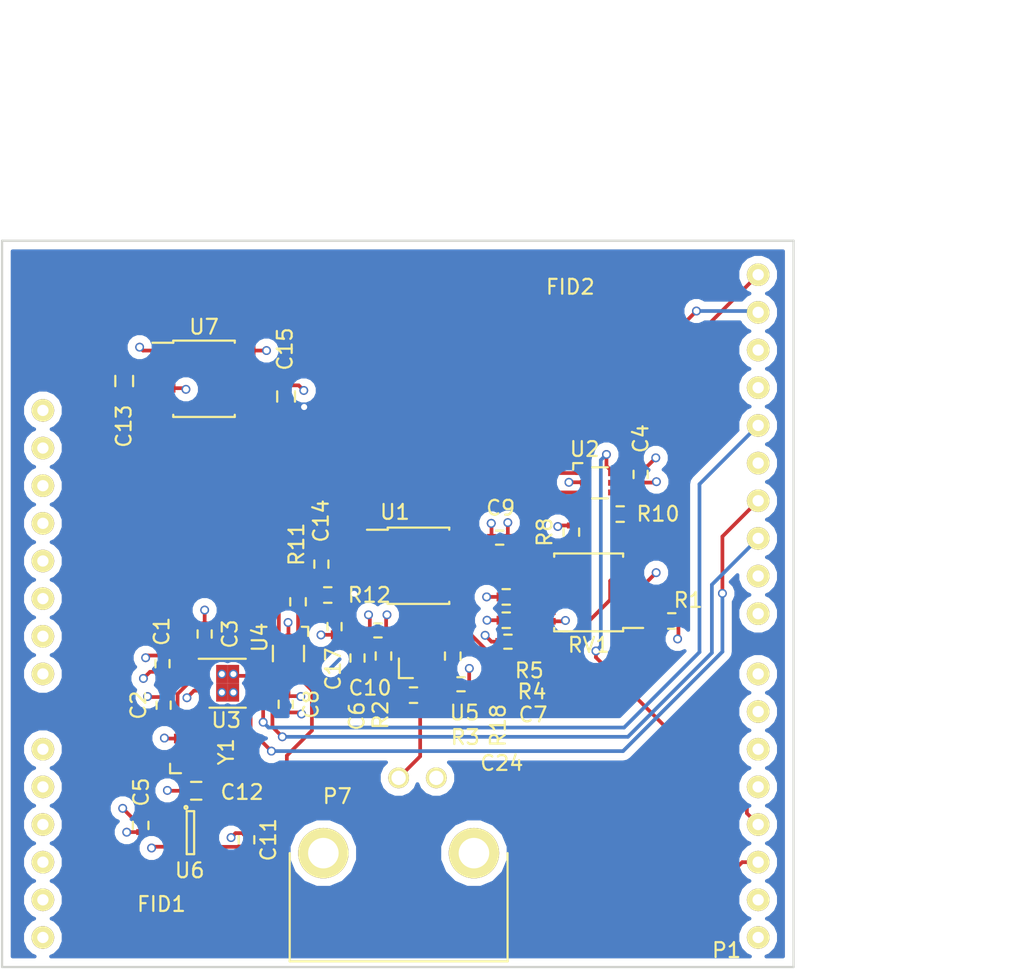
<source format=kicad_pcb>
(kicad_pcb (version 20171130) (host pcbnew "(5.1.12)-1")

  (general
    (thickness 1.6)
    (drawings 6)
    (tracks 325)
    (zones 0)
    (modules 40)
    (nets 59)
  )

  (page A4)
  (layers
    (0 F.Cu signal)
    (1 In1.Cu signal)
    (2 In2.Cu signal)
    (31 B.Cu mixed)
    (32 B.Adhes user)
    (33 F.Adhes user)
    (34 B.Paste user)
    (35 F.Paste user)
    (36 B.SilkS user)
    (37 F.SilkS user)
    (38 B.Mask user)
    (39 F.Mask user)
    (40 Dwgs.User user)
    (41 Cmts.User user)
    (42 Eco1.User user)
    (43 Eco2.User user)
    (44 Edge.Cuts user)
    (45 Margin user)
    (46 B.CrtYd user)
    (47 F.CrtYd user)
    (48 B.Fab user)
    (49 F.Fab user hide)
  )

  (setup
    (last_trace_width 0.25)
    (trace_clearance 0.2)
    (zone_clearance 0.508)
    (zone_45_only no)
    (trace_min 0.2)
    (via_size 0.6)
    (via_drill 0.4)
    (via_min_size 0.4)
    (via_min_drill 0.3)
    (uvia_size 0.3)
    (uvia_drill 0.1)
    (uvias_allowed no)
    (uvia_min_size 0.2)
    (uvia_min_drill 0.1)
    (edge_width 0.15)
    (segment_width 0.2)
    (pcb_text_width 0.3)
    (pcb_text_size 1.5 1.5)
    (mod_edge_width 0.15)
    (mod_text_size 1 1)
    (mod_text_width 0.15)
    (pad_size 1.524 1.524)
    (pad_drill 0.762)
    (pad_to_mask_clearance 0.2)
    (aux_axis_origin 126.0094 103.9876)
    (visible_elements 7FFFFFFF)
    (pcbplotparams
      (layerselection 0x00030_80000001)
      (usegerberextensions false)
      (usegerberattributes true)
      (usegerberadvancedattributes true)
      (creategerberjobfile true)
      (excludeedgelayer true)
      (linewidth 0.100000)
      (plotframeref false)
      (viasonmask false)
      (mode 1)
      (useauxorigin false)
      (hpglpennumber 1)
      (hpglpenspeed 20)
      (hpglpendiameter 15.000000)
      (psnegative false)
      (psa4output false)
      (plotreference true)
      (plotvalue true)
      (plotinvisibletext false)
      (padsonsilk false)
      (subtractmaskfromsilk false)
      (outputformat 1)
      (mirror false)
      (drillshape 1)
      (scaleselection 1)
      (outputdirectory ""))
  )

  (net 0 "")
  (net 1 "Net-(P1-Pad1)")
  (net 2 +5V)
  (net 3 RESET)
  (net 4 +3V3)
  (net 5 GND)
  (net 6 VIN)
  (net 7 SCL)
  (net 8 SDA)
  (net 9 SCLK)
  (net 10 MISO)
  (net 11 MOSI)
  (net 12 SS)
  (net 13 /PB5)
  (net 14 /PB4)
  (net 15 "Net-(C3-Pad2)")
  (net 16 "Net-(C2-Pad1)")
  (net 17 "Net-(U3-Pad5)")
  (net 18 OUT)
  (net 19 "Net-(R18-Pad2)")
  (net 20 "Net-(R8-Pad1)")
  (net 21 "Net-(RV1-Pad6)")
  (net 22 VEE)
  (net 23 Filtered)
  (net 24 "Net-(C17-Pad1)")
  (net 25 "Net-(P1-Pad2)")
  (net 26 "Net-(P1-Pad3)")
  (net 27 "Net-(P1-Pad4)")
  (net 28 "Net-(P1-Pad5)")
  (net 29 "Net-(P1-Pad6)")
  (net 30 "Net-(P1-Pad16)")
  (net 31 "Net-(P1-Pad19)")
  (net 32 "Net-(P1-Pad20)")
  (net 33 "Net-(P1-Pad21)")
  (net 34 "Net-(P1-Pad22)")
  (net 35 "Net-(P1-Pad14)")
  (net 36 "Net-(R1-Pad1)")
  (net 37 "Net-(R10-Pad1)")
  (net 38 "Net-(RV1-Pad10)")
  (net 39 "Net-(RV1-Pad11)")
  (net 40 "Net-(R5-Pad2)")
  (net 41 "Net-(R4-Pad2)")
  (net 42 "Net-(Y1-Pad1)")
  (net 43 "Net-(P7-Pad1)")
  (net 44 "Net-(C6-Pad1)")
  (net 45 "Net-(C24-Pad1)")
  (net 46 "Net-(C6-Pad2)")
  (net 47 "Net-(C14-Pad1)")
  (net 48 "Net-(R10-Pad2)")
  (net 49 SELECT_0)
  (net 50 SELECT_1)
  (net 51 Filter_IN)
  (net 52 Square)
  (net 53 "Net-(C11-Pad1)")
  (net 54 "Net-(C12-Pad1)")
  (net 55 "Net-(C13-Pad1)")
  (net 56 "Net-(C13-Pad2)")
  (net 57 "Net-(U7-Pad7)")
  (net 58 "Net-(P1-Pad15)")

  (net_class Default "This is the default net class."
    (clearance 0.2)
    (trace_width 0.25)
    (via_dia 0.6)
    (via_drill 0.4)
    (uvia_dia 0.3)
    (uvia_drill 0.1)
    (add_net +3V3)
    (add_net +5V)
    (add_net /PB4)
    (add_net /PB5)
    (add_net Filter_IN)
    (add_net Filtered)
    (add_net GND)
    (add_net MISO)
    (add_net MOSI)
    (add_net "Net-(C11-Pad1)")
    (add_net "Net-(C12-Pad1)")
    (add_net "Net-(C13-Pad1)")
    (add_net "Net-(C13-Pad2)")
    (add_net "Net-(C14-Pad1)")
    (add_net "Net-(C17-Pad1)")
    (add_net "Net-(C2-Pad1)")
    (add_net "Net-(C24-Pad1)")
    (add_net "Net-(C3-Pad2)")
    (add_net "Net-(C6-Pad1)")
    (add_net "Net-(C6-Pad2)")
    (add_net "Net-(P1-Pad1)")
    (add_net "Net-(P1-Pad14)")
    (add_net "Net-(P1-Pad15)")
    (add_net "Net-(P1-Pad16)")
    (add_net "Net-(P1-Pad19)")
    (add_net "Net-(P1-Pad2)")
    (add_net "Net-(P1-Pad20)")
    (add_net "Net-(P1-Pad21)")
    (add_net "Net-(P1-Pad22)")
    (add_net "Net-(P1-Pad3)")
    (add_net "Net-(P1-Pad4)")
    (add_net "Net-(P1-Pad5)")
    (add_net "Net-(P1-Pad6)")
    (add_net "Net-(P7-Pad1)")
    (add_net "Net-(R1-Pad1)")
    (add_net "Net-(R10-Pad1)")
    (add_net "Net-(R10-Pad2)")
    (add_net "Net-(R18-Pad2)")
    (add_net "Net-(R4-Pad2)")
    (add_net "Net-(R5-Pad2)")
    (add_net "Net-(R8-Pad1)")
    (add_net "Net-(RV1-Pad10)")
    (add_net "Net-(RV1-Pad11)")
    (add_net "Net-(RV1-Pad6)")
    (add_net "Net-(U3-Pad5)")
    (add_net "Net-(U7-Pad7)")
    (add_net "Net-(Y1-Pad1)")
    (add_net OUT)
    (add_net RESET)
    (add_net SCL)
    (add_net SCLK)
    (add_net SDA)
    (add_net SELECT_0)
    (add_net SELECT_1)
    (add_net SS)
    (add_net Square)
    (add_net VEE)
    (add_net VIN)
  )

  (module Housings_DFN_QFN:DFN-10-1EP_3x3mm_Pitch0.5mm (layer F.Cu) (tedit 54130A77) (tstamp 579C20E1)
    (at 141.21761 84.85465)
    (descr "10-Lead Plastic Dual Flat, No Lead Package (MF) - 3x3x0.9 mm Body [DFN] (see Microchip Packaging Specification 00000049BS.pdf)")
    (tags "DFN 0.5")
    (path /57984E58)
    (attr smd)
    (fp_text reference U3 (at -0.09521 2.49595) (layer F.SilkS)
      (effects (font (size 1 1) (thickness 0.15)))
    )
    (fp_text value AD9837 (at 0 2.575) (layer F.Fab)
      (effects (font (size 1 1) (thickness 0.15)))
    )
    (fp_line (start -1.95 -1.65) (end 1.225 -1.65) (layer F.SilkS) (width 0.15))
    (fp_line (start -1.225 1.65) (end 1.225 1.65) (layer F.SilkS) (width 0.15))
    (fp_line (start -2.15 1.85) (end 2.15 1.85) (layer F.CrtYd) (width 0.05))
    (fp_line (start -2.15 -1.85) (end 2.15 -1.85) (layer F.CrtYd) (width 0.05))
    (fp_line (start 2.15 -1.85) (end 2.15 1.85) (layer F.CrtYd) (width 0.05))
    (fp_line (start -2.15 -1.85) (end -2.15 1.85) (layer F.CrtYd) (width 0.05))
    (pad 1 smd rect (at -1.55 -1) (size 0.65 0.3) (layers F.Cu F.Paste F.Mask)
      (net 15 "Net-(C3-Pad2)"))
    (pad 2 smd rect (at -1.55 -0.5) (size 0.65 0.3) (layers F.Cu F.Paste F.Mask)
      (net 2 +5V))
    (pad 3 smd rect (at -1.55 0) (size 0.65 0.3) (layers F.Cu F.Paste F.Mask)
      (net 16 "Net-(C2-Pad1)"))
    (pad 4 smd rect (at -1.55 0.5) (size 0.65 0.3) (layers F.Cu F.Paste F.Mask)
      (net 5 GND))
    (pad 5 smd rect (at -1.55 1) (size 0.65 0.3) (layers F.Cu F.Paste F.Mask)
      (net 17 "Net-(U3-Pad5)"))
    (pad 6 smd rect (at 1.55 1) (size 0.65 0.3) (layers F.Cu F.Paste F.Mask)
      (net 11 MOSI))
    (pad 7 smd rect (at 1.55 0.5) (size 0.65 0.3) (layers F.Cu F.Paste F.Mask)
      (net 9 SCLK))
    (pad 8 smd rect (at 1.55 0) (size 0.65 0.3) (layers F.Cu F.Paste F.Mask)
      (net 12 SS))
    (pad 9 smd rect (at 1.55 -0.5) (size 0.65 0.3) (layers F.Cu F.Paste F.Mask)
      (net 5 GND))
    (pad 10 smd rect (at 1.55 -1) (size 0.65 0.3) (layers F.Cu F.Paste F.Mask)
      (net 18 OUT))
    (pad 11 smd rect (at 0.3875 0.62) (size 0.775 1.24) (layers F.Cu F.Paste F.Mask)
      (net 5 GND) (solder_paste_margin_ratio -0.2))
    (pad 11 smd rect (at 0.3875 -0.62) (size 0.775 1.24) (layers F.Cu F.Paste F.Mask)
      (net 5 GND) (solder_paste_margin_ratio -0.2))
    (pad 11 smd rect (at -0.3875 0.62) (size 0.775 1.24) (layers F.Cu F.Paste F.Mask)
      (net 5 GND) (solder_paste_margin_ratio -0.2))
    (pad 11 smd rect (at -0.3875 -0.62) (size 0.775 1.24) (layers F.Cu F.Paste F.Mask)
      (net 5 GND) (solder_paste_margin_ratio -0.2))
    (model Housings_DFN_QFN.3dshapes/DFN-10-1EP_3x3mm_Pitch0.5mm.wrl
      (at (xyz 0 0 0))
      (scale (xyz 1 1 1))
      (rotate (xyz 0 0 0))
    )
  )

  (module Capacitors_SMD:C_0402 (layer F.Cu) (tedit 5415D599) (tstamp 579DFD25)
    (at 136.82281 83.53325 90)
    (descr "Capacitor SMD 0402, reflow soldering, AVX (see smccp.pdf)")
    (tags "capacitor 0402")
    (path /579865D8)
    (attr smd)
    (fp_text reference C1 (at 2.1756 -0.0508 90) (layer F.SilkS)
      (effects (font (size 1 1) (thickness 0.15)))
    )
    (fp_text value C (at 0 1.7 90) (layer F.Fab)
      (effects (font (size 1 1) (thickness 0.15)))
    )
    (fp_line (start -0.25 0.475) (end 0.25 0.475) (layer F.SilkS) (width 0.15))
    (fp_line (start 0.25 -0.475) (end -0.25 -0.475) (layer F.SilkS) (width 0.15))
    (fp_line (start 1.15 -0.6) (end 1.15 0.6) (layer F.CrtYd) (width 0.05))
    (fp_line (start -1.15 -0.6) (end -1.15 0.6) (layer F.CrtYd) (width 0.05))
    (fp_line (start -1.15 0.6) (end 1.15 0.6) (layer F.CrtYd) (width 0.05))
    (fp_line (start -1.15 -0.6) (end 1.15 -0.6) (layer F.CrtYd) (width 0.05))
    (pad 1 smd rect (at -0.55 0 90) (size 0.6 0.5) (layers F.Cu F.Paste F.Mask)
      (net 2 +5V))
    (pad 2 smd rect (at 0.55 0 90) (size 0.6 0.5) (layers F.Cu F.Paste F.Mask)
      (net 5 GND))
    (model Capacitors_SMD.3dshapes/C_0402.wrl
      (at (xyz 0 0 0))
      (scale (xyz 1 1 1))
      (rotate (xyz 0 0 0))
    )
  )

  (module Housings_SOIC:SOIC-8_3.9x4.9mm_Pitch1.27mm (layer F.Cu) (tedit 54130A77) (tstamp 579C21F0)
    (at 154.09481 76.92805)
    (descr "8-Lead Plastic Small Outline (SN) - Narrow, 3.90 mm Body [SOIC] (see Microchip Packaging Specification 00000049BS.pdf)")
    (tags "SOIC 1.27")
    (path /57957DD2)
    (attr smd)
    (fp_text reference U1 (at -1.59321 -3.62365) (layer F.SilkS)
      (effects (font (size 1 1) (thickness 0.15)))
    )
    (fp_text value opa2335 (at 0 3.5) (layer F.Fab)
      (effects (font (size 1 1) (thickness 0.15)))
    )
    (fp_line (start -2.075 -2.43) (end -3.475 -2.43) (layer F.SilkS) (width 0.15))
    (fp_line (start -2.075 2.575) (end 2.075 2.575) (layer F.SilkS) (width 0.15))
    (fp_line (start -2.075 -2.575) (end 2.075 -2.575) (layer F.SilkS) (width 0.15))
    (fp_line (start -2.075 2.575) (end -2.075 2.43) (layer F.SilkS) (width 0.15))
    (fp_line (start 2.075 2.575) (end 2.075 2.43) (layer F.SilkS) (width 0.15))
    (fp_line (start 2.075 -2.575) (end 2.075 -2.43) (layer F.SilkS) (width 0.15))
    (fp_line (start -2.075 -2.575) (end -2.075 -2.43) (layer F.SilkS) (width 0.15))
    (fp_line (start -3.75 2.75) (end 3.75 2.75) (layer F.CrtYd) (width 0.05))
    (fp_line (start -3.75 -2.75) (end 3.75 -2.75) (layer F.CrtYd) (width 0.05))
    (fp_line (start 3.75 -2.75) (end 3.75 2.75) (layer F.CrtYd) (width 0.05))
    (fp_line (start -3.75 -2.75) (end -3.75 2.75) (layer F.CrtYd) (width 0.05))
    (pad 1 smd rect (at -2.7 -1.905) (size 1.55 0.6) (layers F.Cu F.Paste F.Mask)
      (net 23 Filtered))
    (pad 2 smd rect (at -2.7 -0.635) (size 1.55 0.6) (layers F.Cu F.Paste F.Mask)
      (net 23 Filtered))
    (pad 3 smd rect (at -2.7 0.635) (size 1.55 0.6) (layers F.Cu F.Paste F.Mask)
      (net 24 "Net-(C17-Pad1)"))
    (pad 4 smd rect (at -2.7 1.905) (size 1.55 0.6) (layers F.Cu F.Paste F.Mask)
      (net 22 VEE))
    (pad 5 smd rect (at 2.7 1.905) (size 1.55 0.6) (layers F.Cu F.Paste F.Mask)
      (net 21 "Net-(RV1-Pad6)"))
    (pad 6 smd rect (at 2.7 0.635) (size 1.55 0.6) (layers F.Cu F.Paste F.Mask)
      (net 20 "Net-(R8-Pad1)"))
    (pad 7 smd rect (at 2.7 -0.635) (size 1.55 0.6) (layers F.Cu F.Paste F.Mask)
      (net 19 "Net-(R18-Pad2)"))
    (pad 8 smd rect (at 2.7 -1.905) (size 1.55 0.6) (layers F.Cu F.Paste F.Mask)
      (net 2 +5V))
    (model Housings_SOIC.3dshapes/SOIC-8_3.9x4.9mm_Pitch1.27mm.wrl
      (at (xyz 0 0 0))
      (scale (xyz 1 1 1))
      (rotate (xyz 0 0 0))
    )
  )

  (module Capacitors_SMD:C_0402 (layer F.Cu) (tedit 5415D599) (tstamp 579E0F4B)
    (at 147.54161 76.81885 90)
    (descr "Capacitor SMD 0402, reflow soldering, AVX (see smccp.pdf)")
    (tags "capacitor 0402")
    (path /5781343D)
    (attr smd)
    (fp_text reference C14 (at 2.9122 -0.0254 90) (layer F.SilkS)
      (effects (font (size 1 1) (thickness 0.15)))
    )
    (fp_text value C (at 0 1.7 90) (layer F.Fab)
      (effects (font (size 1 1) (thickness 0.15)))
    )
    (fp_line (start -0.25 0.475) (end 0.25 0.475) (layer F.SilkS) (width 0.15))
    (fp_line (start 0.25 -0.475) (end -0.25 -0.475) (layer F.SilkS) (width 0.15))
    (fp_line (start 1.15 -0.6) (end 1.15 0.6) (layer F.CrtYd) (width 0.05))
    (fp_line (start -1.15 -0.6) (end -1.15 0.6) (layer F.CrtYd) (width 0.05))
    (fp_line (start -1.15 0.6) (end 1.15 0.6) (layer F.CrtYd) (width 0.05))
    (fp_line (start -1.15 -0.6) (end 1.15 -0.6) (layer F.CrtYd) (width 0.05))
    (pad 1 smd rect (at -0.55 0 90) (size 0.6 0.5) (layers F.Cu F.Paste F.Mask)
      (net 47 "Net-(C14-Pad1)"))
    (pad 2 smd rect (at 0.55 0 90) (size 0.6 0.5) (layers F.Cu F.Paste F.Mask)
      (net 23 Filtered))
    (model Capacitors_SMD.3dshapes/C_0402.wrl
      (at (xyz 0 0 0))
      (scale (xyz 1 1 1))
      (rotate (xyz 0 0 0))
    )
  )

  (module Resistors_SMD:R_0402 (layer F.Cu) (tedit 5415CBB8) (tstamp 579E0FAB)
    (at 147.97341 78.90165 180)
    (descr "Resistor SMD 0402, reflow soldering, Vishay (see dcrcw.pdf)")
    (tags "resistor 0402")
    (path /578134E8)
    (attr smd)
    (fp_text reference R12 (at -2.8012 0 180) (layer F.SilkS)
      (effects (font (size 1 1) (thickness 0.15)))
    )
    (fp_text value R (at 0 1.8 180) (layer F.Fab)
      (effects (font (size 1 1) (thickness 0.15)))
    )
    (fp_line (start -0.25 0.525) (end 0.25 0.525) (layer F.SilkS) (width 0.15))
    (fp_line (start 0.25 -0.525) (end -0.25 -0.525) (layer F.SilkS) (width 0.15))
    (fp_line (start 0.95 -0.65) (end 0.95 0.65) (layer F.CrtYd) (width 0.05))
    (fp_line (start -0.95 -0.65) (end -0.95 0.65) (layer F.CrtYd) (width 0.05))
    (fp_line (start -0.95 0.65) (end 0.95 0.65) (layer F.CrtYd) (width 0.05))
    (fp_line (start -0.95 -0.65) (end 0.95 -0.65) (layer F.CrtYd) (width 0.05))
    (pad 1 smd rect (at -0.45 0 180) (size 0.4 0.6) (layers F.Cu F.Paste F.Mask)
      (net 24 "Net-(C17-Pad1)"))
    (pad 2 smd rect (at 0.45 0 180) (size 0.4 0.6) (layers F.Cu F.Paste F.Mask)
      (net 47 "Net-(C14-Pad1)"))
    (model Resistors_SMD.3dshapes/R_0402.wrl
      (at (xyz 0 0 0))
      (scale (xyz 1 1 1))
      (rotate (xyz 0 0 0))
    )
  )

  (module Resistors_SMD:R_0402 (layer F.Cu) (tedit 5415CBB8) (tstamp 579E0F9F)
    (at 145.96681 79.35885 270)
    (descr "Resistor SMD 0402, reflow soldering, Vishay (see dcrcw.pdf)")
    (tags "resistor 0402")
    (path /57813544)
    (attr smd)
    (fp_text reference R11 (at -3.879 0.1016 270) (layer F.SilkS)
      (effects (font (size 1 1) (thickness 0.15)))
    )
    (fp_text value R (at 0 1.8 270) (layer F.Fab)
      (effects (font (size 1 1) (thickness 0.15)))
    )
    (fp_line (start -0.25 0.525) (end 0.25 0.525) (layer F.SilkS) (width 0.15))
    (fp_line (start 0.25 -0.525) (end -0.25 -0.525) (layer F.SilkS) (width 0.15))
    (fp_line (start 0.95 -0.65) (end 0.95 0.65) (layer F.CrtYd) (width 0.05))
    (fp_line (start -0.95 -0.65) (end -0.95 0.65) (layer F.CrtYd) (width 0.05))
    (fp_line (start -0.95 0.65) (end 0.95 0.65) (layer F.CrtYd) (width 0.05))
    (fp_line (start -0.95 -0.65) (end 0.95 -0.65) (layer F.CrtYd) (width 0.05))
    (pad 1 smd rect (at -0.45 0 270) (size 0.4 0.6) (layers F.Cu F.Paste F.Mask)
      (net 47 "Net-(C14-Pad1)"))
    (pad 2 smd rect (at 0.45 0 270) (size 0.4 0.6) (layers F.Cu F.Paste F.Mask)
      (net 51 Filter_IN))
    (model Resistors_SMD.3dshapes/R_0402.wrl
      (at (xyz 0 0 0))
      (scale (xyz 1 1 1))
      (rotate (xyz 0 0 0))
    )
  )

  (module Resistors_SMD:R_0402 (layer F.Cu) (tedit 5415CBB8) (tstamp 579DFC73)
    (at 135.34961 94.44645 270)
    (descr "Resistor SMD 0402, reflow soldering, Vishay (see dcrcw.pdf)")
    (tags "resistor 0402")
    (path /5798A4B8)
    (attr smd)
    (fp_text reference C5 (at -2.24445 -0.03239 270) (layer F.SilkS)
      (effects (font (size 1 1) (thickness 0.15)))
    )
    (fp_text value 1uF (at 0 1.8 270) (layer F.Fab)
      (effects (font (size 1 1) (thickness 0.15)))
    )
    (fp_line (start -0.25 0.525) (end 0.25 0.525) (layer F.SilkS) (width 0.15))
    (fp_line (start 0.25 -0.525) (end -0.25 -0.525) (layer F.SilkS) (width 0.15))
    (fp_line (start 0.95 -0.65) (end 0.95 0.65) (layer F.CrtYd) (width 0.05))
    (fp_line (start -0.95 -0.65) (end -0.95 0.65) (layer F.CrtYd) (width 0.05))
    (fp_line (start -0.95 0.65) (end 0.95 0.65) (layer F.CrtYd) (width 0.05))
    (fp_line (start -0.95 -0.65) (end 0.95 -0.65) (layer F.CrtYd) (width 0.05))
    (pad 1 smd rect (at -0.45 0 270) (size 0.4 0.6) (layers F.Cu F.Paste F.Mask)
      (net 2 +5V))
    (pad 2 smd rect (at 0.45 0 270) (size 0.4 0.6) (layers F.Cu F.Paste F.Mask)
      (net 5 GND))
    (model Resistors_SMD.3dshapes/R_0402.wrl
      (at (xyz 0 0 0))
      (scale (xyz 1 1 1))
      (rotate (xyz 0 0 0))
    )
  )

  (module Capacitors_SMD:C_0402 (layer F.Cu) (tedit 5415D599) (tstamp 579FDE06)
    (at 159.5716 75.0316)
    (descr "Capacitor SMD 0402, reflow soldering, AVX (see smccp.pdf)")
    (tags "capacitor 0402")
    (path /57A09CDF)
    (attr smd)
    (fp_text reference C9 (at 0.0674 -2.0066) (layer F.SilkS)
      (effects (font (size 1 1) (thickness 0.15)))
    )
    (fp_text value 0.01uF (at 0 1.7) (layer F.Fab)
      (effects (font (size 1 1) (thickness 0.15)))
    )
    (fp_line (start -0.25 0.475) (end 0.25 0.475) (layer F.SilkS) (width 0.15))
    (fp_line (start 0.25 -0.475) (end -0.25 -0.475) (layer F.SilkS) (width 0.15))
    (fp_line (start 1.15 -0.6) (end 1.15 0.6) (layer F.CrtYd) (width 0.05))
    (fp_line (start -1.15 -0.6) (end -1.15 0.6) (layer F.CrtYd) (width 0.05))
    (fp_line (start -1.15 0.6) (end 1.15 0.6) (layer F.CrtYd) (width 0.05))
    (fp_line (start -1.15 -0.6) (end 1.15 -0.6) (layer F.CrtYd) (width 0.05))
    (pad 1 smd rect (at -0.55 0) (size 0.6 0.5) (layers F.Cu F.Paste F.Mask)
      (net 2 +5V))
    (pad 2 smd rect (at 0.55 0) (size 0.6 0.5) (layers F.Cu F.Paste F.Mask)
      (net 5 GND))
    (model Capacitors_SMD.3dshapes/C_0402.wrl
      (at (xyz 0 0 0))
      (scale (xyz 1 1 1))
      (rotate (xyz 0 0 0))
    )
  )

  (module Housings_SSOP:TSSOP-14_4.4x5mm_Pitch0.65mm (layer F.Cu) (tedit 54130A77) (tstamp 579DF8C8)
    (at 165.57561 78.72385 180)
    (descr "14-Lead Plastic Thin Shrink Small Outline (ST)-4.4 mm Body [TSSOP] (see Microchip Packaging Specification 00000049BS.pdf)")
    (tags "SSOP 0.65")
    (path /57980713)
    (attr smd)
    (fp_text reference RV1 (at 0 -3.55 180) (layer F.SilkS)
      (effects (font (size 1 1) (thickness 0.15)))
    )
    (fp_text value MCP4651 (at 0 3.55 180) (layer F.Fab)
      (effects (font (size 1 1) (thickness 0.15)))
    )
    (fp_line (start -2.325 -2.4) (end -3.675 -2.4) (layer F.SilkS) (width 0.15))
    (fp_line (start -2.325 2.625) (end 2.325 2.625) (layer F.SilkS) (width 0.15))
    (fp_line (start -2.325 -2.625) (end 2.325 -2.625) (layer F.SilkS) (width 0.15))
    (fp_line (start -2.325 2.625) (end -2.325 2.4) (layer F.SilkS) (width 0.15))
    (fp_line (start 2.325 2.625) (end 2.325 2.4) (layer F.SilkS) (width 0.15))
    (fp_line (start 2.325 -2.625) (end 2.325 -2.4) (layer F.SilkS) (width 0.15))
    (fp_line (start -2.325 -2.625) (end -2.325 -2.4) (layer F.SilkS) (width 0.15))
    (fp_line (start -3.95 2.8) (end 3.95 2.8) (layer F.CrtYd) (width 0.05))
    (fp_line (start -3.95 -2.8) (end 3.95 -2.8) (layer F.CrtYd) (width 0.05))
    (fp_line (start 3.95 -2.8) (end 3.95 2.8) (layer F.CrtYd) (width 0.05))
    (fp_line (start -3.95 -2.8) (end -3.95 2.8) (layer F.CrtYd) (width 0.05))
    (pad 1 smd rect (at -2.95 -1.95 180) (size 1.45 0.45) (layers F.Cu F.Paste F.Mask)
      (net 36 "Net-(R1-Pad1)"))
    (pad 2 smd rect (at -2.95 -1.3 180) (size 1.45 0.45) (layers F.Cu F.Paste F.Mask)
      (net 7 SCL))
    (pad 3 smd rect (at -2.95 -0.65 180) (size 1.45 0.45) (layers F.Cu F.Paste F.Mask)
      (net 8 SDA))
    (pad 4 smd rect (at -2.95 0 180) (size 1.45 0.45) (layers F.Cu F.Paste F.Mask)
      (net 5 GND))
    (pad 5 smd rect (at -2.95 0.65 180) (size 1.45 0.45) (layers F.Cu F.Paste F.Mask)
      (net 5 GND))
    (pad 6 smd rect (at -2.95 1.3 180) (size 1.45 0.45) (layers F.Cu F.Paste F.Mask)
      (net 21 "Net-(RV1-Pad6)"))
    (pad 7 smd rect (at -2.95 1.95 180) (size 1.45 0.45) (layers F.Cu F.Paste F.Mask)
      (net 37 "Net-(R10-Pad1)"))
    (pad 8 smd rect (at 2.95 1.95 180) (size 1.45 0.45) (layers F.Cu F.Paste F.Mask)
      (net 19 "Net-(R18-Pad2)"))
    (pad 9 smd rect (at 2.95 1.3 180) (size 1.45 0.45) (layers F.Cu F.Paste F.Mask)
      (net 20 "Net-(R8-Pad1)"))
    (pad 10 smd rect (at 2.95 0.65 180) (size 1.45 0.45) (layers F.Cu F.Paste F.Mask)
      (net 38 "Net-(RV1-Pad10)"))
    (pad 11 smd rect (at 2.95 0 180) (size 1.45 0.45) (layers F.Cu F.Paste F.Mask)
      (net 39 "Net-(RV1-Pad11)"))
    (pad 12 smd rect (at 2.95 -0.65 180) (size 1.45 0.45) (layers F.Cu F.Paste F.Mask)
      (net 40 "Net-(R5-Pad2)"))
    (pad 13 smd rect (at 2.95 -1.3 180) (size 1.45 0.45) (layers F.Cu F.Paste F.Mask)
      (net 41 "Net-(R4-Pad2)"))
    (pad 14 smd rect (at 2.95 -1.95 180) (size 1.45 0.45) (layers F.Cu F.Paste F.Mask)
      (net 2 +5V))
    (model Housings_SSOP.3dshapes/TSSOP-14_4.4x5mm_Pitch0.65mm.wrl
      (at (xyz 0 0 0))
      (scale (xyz 1 1 1))
      (rotate (xyz 0 0 0))
    )
  )

  (module Capacitors_SMD:C_0402 (layer F.Cu) (tedit 5415D599) (tstamp 579DFC7F)
    (at 160.13121 82.05125 180)
    (descr "Capacitor SMD 0402, reflow soldering, AVX (see smccp.pdf)")
    (tags "capacitor 0402")
    (path /57981FD5)
    (attr smd)
    (fp_text reference C7 (at -1.69219 -4.91835 180) (layer F.SilkS)
      (effects (font (size 1 1) (thickness 0.15)))
    )
    (fp_text value 0.1uF (at 0 1.7 180) (layer F.Fab)
      (effects (font (size 1 1) (thickness 0.15)))
    )
    (fp_line (start -0.25 0.475) (end 0.25 0.475) (layer F.SilkS) (width 0.15))
    (fp_line (start 0.25 -0.475) (end -0.25 -0.475) (layer F.SilkS) (width 0.15))
    (fp_line (start 1.15 -0.6) (end 1.15 0.6) (layer F.CrtYd) (width 0.05))
    (fp_line (start -1.15 -0.6) (end -1.15 0.6) (layer F.CrtYd) (width 0.05))
    (fp_line (start -1.15 0.6) (end 1.15 0.6) (layer F.CrtYd) (width 0.05))
    (fp_line (start -1.15 -0.6) (end 1.15 -0.6) (layer F.CrtYd) (width 0.05))
    (pad 1 smd rect (at -0.55 0 180) (size 0.6 0.5) (layers F.Cu F.Paste F.Mask)
      (net 2 +5V))
    (pad 2 smd rect (at 0.55 0 180) (size 0.6 0.5) (layers F.Cu F.Paste F.Mask)
      (net 5 GND))
    (model Capacitors_SMD.3dshapes/C_0402.wrl
      (at (xyz 0 0 0))
      (scale (xyz 1 1 1))
      (rotate (xyz 0 0 0))
    )
  )

  (module Resistors_SMD:R_0402 (layer F.Cu) (tedit 5415CBB8) (tstamp 579DFC8B)
    (at 171.18181 80.65425)
    (descr "Resistor SMD 0402, reflow soldering, Vishay (see dcrcw.pdf)")
    (tags "resistor 0402")
    (path /57981389)
    (attr smd)
    (fp_text reference R1 (at 1.10639 -1.40625) (layer F.SilkS)
      (effects (font (size 1 1) (thickness 0.15)))
    )
    (fp_text value 0 (at 0 1.8) (layer F.Fab)
      (effects (font (size 1 1) (thickness 0.15)))
    )
    (fp_line (start -0.25 0.525) (end 0.25 0.525) (layer F.SilkS) (width 0.15))
    (fp_line (start 0.25 -0.525) (end -0.25 -0.525) (layer F.SilkS) (width 0.15))
    (fp_line (start 0.95 -0.65) (end 0.95 0.65) (layer F.CrtYd) (width 0.05))
    (fp_line (start -0.95 -0.65) (end -0.95 0.65) (layer F.CrtYd) (width 0.05))
    (fp_line (start -0.95 0.65) (end 0.95 0.65) (layer F.CrtYd) (width 0.05))
    (fp_line (start -0.95 -0.65) (end 0.95 -0.65) (layer F.CrtYd) (width 0.05))
    (pad 1 smd rect (at -0.45 0) (size 0.4 0.6) (layers F.Cu F.Paste F.Mask)
      (net 36 "Net-(R1-Pad1)"))
    (pad 2 smd rect (at 0.45 0) (size 0.4 0.6) (layers F.Cu F.Paste F.Mask)
      (net 5 GND))
    (model Resistors_SMD.3dshapes/R_0402.wrl
      (at (xyz 0 0 0))
      (scale (xyz 1 1 1))
      (rotate (xyz 0 0 0))
    )
  )

  (module Resistors_SMD:R_0402 (layer F.Cu) (tedit 5415CBB8) (tstamp 579DFC97)
    (at 160.01301 80.60345)
    (descr "Resistor SMD 0402, reflow soldering, Vishay (see dcrcw.pdf)")
    (tags "resistor 0402")
    (path /5798169F)
    (attr smd)
    (fp_text reference R4 (at 1.73419 4.81675) (layer F.SilkS)
      (effects (font (size 1 1) (thickness 0.15)))
    )
    (fp_text value 0 (at 0 1.8) (layer F.Fab)
      (effects (font (size 1 1) (thickness 0.15)))
    )
    (fp_line (start -0.25 0.525) (end 0.25 0.525) (layer F.SilkS) (width 0.15))
    (fp_line (start 0.25 -0.525) (end -0.25 -0.525) (layer F.SilkS) (width 0.15))
    (fp_line (start 0.95 -0.65) (end 0.95 0.65) (layer F.CrtYd) (width 0.05))
    (fp_line (start -0.95 -0.65) (end -0.95 0.65) (layer F.CrtYd) (width 0.05))
    (fp_line (start -0.95 0.65) (end 0.95 0.65) (layer F.CrtYd) (width 0.05))
    (fp_line (start -0.95 -0.65) (end 0.95 -0.65) (layer F.CrtYd) (width 0.05))
    (pad 1 smd rect (at -0.45 0) (size 0.4 0.6) (layers F.Cu F.Paste F.Mask)
      (net 5 GND))
    (pad 2 smd rect (at 0.45 0) (size 0.4 0.6) (layers F.Cu F.Paste F.Mask)
      (net 41 "Net-(R4-Pad2)"))
    (model Resistors_SMD.3dshapes/R_0402.wrl
      (at (xyz 0 0 0))
      (scale (xyz 1 1 1))
      (rotate (xyz 0 0 0))
    )
  )

  (module Resistors_SMD:R_0402 (layer F.Cu) (tedit 5415CBB8) (tstamp 579DFCA3)
    (at 160.01301 79.02865)
    (descr "Resistor SMD 0402, reflow soldering, Vishay (see dcrcw.pdf)")
    (tags "resistor 0402")
    (path /5798171C)
    (attr smd)
    (fp_text reference R5 (at 1.55639 4.96915) (layer F.SilkS)
      (effects (font (size 1 1) (thickness 0.15)))
    )
    (fp_text value 0 (at 0 1.8) (layer F.Fab)
      (effects (font (size 1 1) (thickness 0.15)))
    )
    (fp_line (start -0.25 0.525) (end 0.25 0.525) (layer F.SilkS) (width 0.15))
    (fp_line (start 0.25 -0.525) (end -0.25 -0.525) (layer F.SilkS) (width 0.15))
    (fp_line (start 0.95 -0.65) (end 0.95 0.65) (layer F.CrtYd) (width 0.05))
    (fp_line (start -0.95 -0.65) (end -0.95 0.65) (layer F.CrtYd) (width 0.05))
    (fp_line (start -0.95 0.65) (end 0.95 0.65) (layer F.CrtYd) (width 0.05))
    (fp_line (start -0.95 -0.65) (end 0.95 -0.65) (layer F.CrtYd) (width 0.05))
    (pad 1 smd rect (at -0.45 0) (size 0.4 0.6) (layers F.Cu F.Paste F.Mask)
      (net 5 GND))
    (pad 2 smd rect (at 0.45 0) (size 0.4 0.6) (layers F.Cu F.Paste F.Mask)
      (net 40 "Net-(R5-Pad2)"))
    (model Resistors_SMD.3dshapes/R_0402.wrl
      (at (xyz 0 0 0))
      (scale (xyz 1 1 1))
      (rotate (xyz 0 0 0))
    )
  )

  (module Capacitors_SMD:C_0402 (layer F.Cu) (tedit 5415D599) (tstamp 579DFD31)
    (at 136.89901 86.33505 90)
    (descr "Capacitor SMD 0402, reflow soldering, AVX (see smccp.pdf)")
    (tags "capacitor 0402")
    (path /57986487)
    (attr smd)
    (fp_text reference C2 (at 0 -1.7 90) (layer F.SilkS)
      (effects (font (size 1 1) (thickness 0.15)))
    )
    (fp_text value C (at 0 1.7 90) (layer F.Fab)
      (effects (font (size 1 1) (thickness 0.15)))
    )
    (fp_line (start -0.25 0.475) (end 0.25 0.475) (layer F.SilkS) (width 0.15))
    (fp_line (start 0.25 -0.475) (end -0.25 -0.475) (layer F.SilkS) (width 0.15))
    (fp_line (start 1.15 -0.6) (end 1.15 0.6) (layer F.CrtYd) (width 0.05))
    (fp_line (start -1.15 -0.6) (end -1.15 0.6) (layer F.CrtYd) (width 0.05))
    (fp_line (start -1.15 0.6) (end 1.15 0.6) (layer F.CrtYd) (width 0.05))
    (fp_line (start -1.15 -0.6) (end 1.15 -0.6) (layer F.CrtYd) (width 0.05))
    (pad 1 smd rect (at -0.55 0 90) (size 0.6 0.5) (layers F.Cu F.Paste F.Mask)
      (net 16 "Net-(C2-Pad1)"))
    (pad 2 smd rect (at 0.55 0 90) (size 0.6 0.5) (layers F.Cu F.Paste F.Mask)
      (net 2 +5V))
    (model Capacitors_SMD.3dshapes/C_0402.wrl
      (at (xyz 0 0 0))
      (scale (xyz 1 1 1))
      (rotate (xyz 0 0 0))
    )
  )

  (module Capacitors_SMD:C_0402 (layer F.Cu) (tedit 5415D599) (tstamp 579DFD3D)
    (at 139.66761 81.53445 270)
    (descr "Capacitor SMD 0402, reflow soldering, AVX (see smccp.pdf)")
    (tags "capacitor 0402")
    (path /57986645)
    (attr smd)
    (fp_text reference C3 (at 0 -1.7 270) (layer F.SilkS)
      (effects (font (size 1 1) (thickness 0.15)))
    )
    (fp_text value C (at 0 1.7 270) (layer F.Fab)
      (effects (font (size 1 1) (thickness 0.15)))
    )
    (fp_line (start -0.25 0.475) (end 0.25 0.475) (layer F.SilkS) (width 0.15))
    (fp_line (start 0.25 -0.475) (end -0.25 -0.475) (layer F.SilkS) (width 0.15))
    (fp_line (start 1.15 -0.6) (end 1.15 0.6) (layer F.CrtYd) (width 0.05))
    (fp_line (start -1.15 -0.6) (end -1.15 0.6) (layer F.CrtYd) (width 0.05))
    (fp_line (start -1.15 0.6) (end 1.15 0.6) (layer F.CrtYd) (width 0.05))
    (fp_line (start -1.15 -0.6) (end 1.15 -0.6) (layer F.CrtYd) (width 0.05))
    (pad 1 smd rect (at -0.55 0 270) (size 0.6 0.5) (layers F.Cu F.Paste F.Mask)
      (net 2 +5V))
    (pad 2 smd rect (at 0.55 0 270) (size 0.6 0.5) (layers F.Cu F.Paste F.Mask)
      (net 15 "Net-(C3-Pad2)"))
    (model Capacitors_SMD.3dshapes/C_0402.wrl
      (at (xyz 0 0 0))
      (scale (xyz 1 1 1))
      (rotate (xyz 0 0 0))
    )
  )

  (module Doug_Library:Arduino (layer F.Cu) (tedit 579CC42C) (tstamp 579DFD61)
    (at 152.8826 102.0064)
    (path /579CE00E)
    (fp_text reference P1 (at 21.9964 0.8636) (layer F.SilkS)
      (effects (font (size 1 1) (thickness 0.15)))
    )
    (fp_text value Arduino (at 0 -0.5) (layer F.Fab)
      (effects (font (size 1 1) (thickness 0.15)))
    )
    (pad 1 thru_hole circle (at -24.13 0) (size 1.524 1.524) (drill 0.762) (layers *.Cu *.Mask F.SilkS)
      (net 1 "Net-(P1-Pad1)"))
    (pad 2 thru_hole circle (at -24.13 -2.54) (size 1.524 1.524) (drill 0.762) (layers *.Cu *.Mask F.SilkS)
      (net 25 "Net-(P1-Pad2)"))
    (pad 3 thru_hole circle (at -24.13 -5.08) (size 1.524 1.524) (drill 0.762) (layers *.Cu *.Mask F.SilkS)
      (net 26 "Net-(P1-Pad3)"))
    (pad 4 thru_hole circle (at -24.13 -7.62) (size 1.524 1.524) (drill 0.762) (layers *.Cu *.Mask F.SilkS)
      (net 27 "Net-(P1-Pad4)"))
    (pad 5 thru_hole circle (at -24.13 -10.16) (size 1.524 1.524) (drill 0.762) (layers *.Cu *.Mask F.SilkS)
      (net 28 "Net-(P1-Pad5)"))
    (pad 6 thru_hole circle (at -24.13 -12.7) (size 1.524 1.524) (drill 0.762) (layers *.Cu *.Mask F.SilkS)
      (net 29 "Net-(P1-Pad6)"))
    (pad 7 thru_hole circle (at -24.13 -17.78) (size 1.524 1.524) (drill 0.762) (layers *.Cu *.Mask F.SilkS)
      (net 6 VIN))
    (pad 8 thru_hole circle (at -24.13 -20.32) (size 1.524 1.524) (drill 0.762) (layers *.Cu *.Mask F.SilkS)
      (net 5 GND))
    (pad 9 thru_hole circle (at -24.13 -22.86) (size 1.524 1.524) (drill 0.762) (layers *.Cu *.Mask F.SilkS)
      (net 5 GND))
    (pad 10 thru_hole circle (at -24.13 -25.4) (size 1.524 1.524) (drill 0.762) (layers *.Cu *.Mask F.SilkS)
      (net 2 +5V))
    (pad 11 thru_hole circle (at -24.13 -27.94) (size 1.524 1.524) (drill 0.762) (layers *.Cu *.Mask F.SilkS)
      (net 4 +3V3))
    (pad 12 thru_hole circle (at -24.13 -30.48) (size 1.524 1.524) (drill 0.762) (layers *.Cu *.Mask F.SilkS)
      (net 3 RESET))
    (pad 15 thru_hole circle (at 24.13 0) (size 1.524 1.524) (drill 0.762) (layers *.Cu *.Mask F.SilkS)
      (net 58 "Net-(P1-Pad15)"))
    (pad 16 thru_hole circle (at 24.13 -2.54) (size 1.524 1.524) (drill 0.762) (layers *.Cu *.Mask F.SilkS)
      (net 30 "Net-(P1-Pad16)"))
    (pad 17 thru_hole circle (at 24.13 -5.08) (size 1.524 1.524) (drill 0.762) (layers *.Cu *.Mask F.SilkS)
      (net 49 SELECT_0))
    (pad 18 thru_hole circle (at 24.13 -7.62) (size 1.524 1.524) (drill 0.762) (layers *.Cu *.Mask F.SilkS)
      (net 50 SELECT_1))
    (pad 19 thru_hole circle (at 24.13 -10.16) (size 1.524 1.524) (drill 0.762) (layers *.Cu *.Mask F.SilkS)
      (net 31 "Net-(P1-Pad19)"))
    (pad 20 thru_hole circle (at 24.13 -12.7) (size 1.524 1.524) (drill 0.762) (layers *.Cu *.Mask F.SilkS)
      (net 32 "Net-(P1-Pad20)"))
    (pad 21 thru_hole circle (at 24.13 -15.24) (size 1.524 1.524) (drill 0.762) (layers *.Cu *.Mask F.SilkS)
      (net 33 "Net-(P1-Pad21)"))
    (pad 22 thru_hole circle (at 24.13 -17.78) (size 1.524 1.524) (drill 0.762) (layers *.Cu *.Mask F.SilkS)
      (net 34 "Net-(P1-Pad22)"))
    (pad 23 thru_hole circle (at 24.13 -21.844) (size 1.524 1.524) (drill 0.762) (layers *.Cu *.Mask F.SilkS)
      (net 14 /PB4))
    (pad 24 thru_hole circle (at 24.13 -24.384) (size 1.524 1.524) (drill 0.762) (layers *.Cu *.Mask F.SilkS)
      (net 13 /PB5))
    (pad 25 thru_hole circle (at 24.13 -26.924) (size 1.524 1.524) (drill 0.762) (layers *.Cu *.Mask F.SilkS)
      (net 12 SS))
    (pad 26 thru_hole circle (at 24.13 -29.464) (size 1.524 1.524) (drill 0.762) (layers *.Cu *.Mask F.SilkS)
      (net 11 MOSI))
    (pad 27 thru_hole circle (at 24.13 -32.004) (size 1.524 1.524) (drill 0.762) (layers *.Cu *.Mask F.SilkS)
      (net 10 MISO))
    (pad 28 thru_hole circle (at 24.13 -34.544) (size 1.524 1.524) (drill 0.762) (layers *.Cu *.Mask F.SilkS)
      (net 9 SCLK))
    (pad 29 thru_hole circle (at 24.13 -37.094) (size 1.524 1.524) (drill 0.762) (layers *.Cu *.Mask F.SilkS)
      (net 5 GND))
    (pad 30 thru_hole circle (at 24.13 -39.634) (size 1.524 1.524) (drill 0.762) (layers *.Cu *.Mask F.SilkS)
      (net 2 +5V))
    (pad 13 thru_hole circle (at -24.13 -33.02) (size 1.524 1.524) (drill 0.762) (layers *.Cu *.Mask F.SilkS)
      (net 2 +5V))
    (pad 14 thru_hole circle (at -24.13 -35.56) (size 1.524 1.524) (drill 0.762) (layers *.Cu *.Mask F.SilkS)
      (net 35 "Net-(P1-Pad14)"))
    (pad 31 thru_hole circle (at 24.13 -42.174) (size 1.524 1.524) (drill 0.762) (layers *.Cu *.Mask F.SilkS)
      (net 8 SDA))
    (pad 32 thru_hole circle (at 24.13 -44.714) (size 1.524 1.524) (drill 0.762) (layers *.Cu *.Mask F.SilkS)
      (net 7 SCL))
  )

  (module Capacitors_SMD:C_0402 (layer F.Cu) (tedit 5415D599) (tstamp 579E0F33)
    (at 169.08081 70.76485 90)
    (descr "Capacitor SMD 0402, reflow soldering, AVX (see smccp.pdf)")
    (tags "capacitor 0402")
    (path /57997721)
    (attr smd)
    (fp_text reference C4 (at 2.41345 0.00699 90) (layer F.SilkS)
      (effects (font (size 1 1) (thickness 0.15)))
    )
    (fp_text value 0.01uF (at 0 1.7 90) (layer F.Fab)
      (effects (font (size 1 1) (thickness 0.15)))
    )
    (fp_line (start -0.25 0.475) (end 0.25 0.475) (layer F.SilkS) (width 0.15))
    (fp_line (start 0.25 -0.475) (end -0.25 -0.475) (layer F.SilkS) (width 0.15))
    (fp_line (start 1.15 -0.6) (end 1.15 0.6) (layer F.CrtYd) (width 0.05))
    (fp_line (start -1.15 -0.6) (end -1.15 0.6) (layer F.CrtYd) (width 0.05))
    (fp_line (start -1.15 0.6) (end 1.15 0.6) (layer F.CrtYd) (width 0.05))
    (fp_line (start -1.15 -0.6) (end 1.15 -0.6) (layer F.CrtYd) (width 0.05))
    (pad 1 smd rect (at -0.55 0 90) (size 0.6 0.5) (layers F.Cu F.Paste F.Mask)
      (net 2 +5V))
    (pad 2 smd rect (at 0.55 0 90) (size 0.6 0.5) (layers F.Cu F.Paste F.Mask)
      (net 5 GND))
    (model Capacitors_SMD.3dshapes/C_0402.wrl
      (at (xyz 0 0 0))
      (scale (xyz 1 1 1))
      (rotate (xyz 0 0 0))
    )
  )

  (module Capacitors_SMD:C_0402 (layer F.Cu) (tedit 5415D599) (tstamp 579E0F3F)
    (at 149.98001 83.15225 90)
    (descr "Capacitor SMD 0402, reflow soldering, AVX (see smccp.pdf)")
    (tags "capacitor 0402")
    (path /5781B54D)
    (attr smd)
    (fp_text reference C6 (at -3.91895 -0.04381 90) (layer F.SilkS)
      (effects (font (size 1 1) (thickness 0.15)))
    )
    (fp_text value C (at 0 1.7 90) (layer F.Fab)
      (effects (font (size 1 1) (thickness 0.15)))
    )
    (fp_line (start -0.25 0.475) (end 0.25 0.475) (layer F.SilkS) (width 0.15))
    (fp_line (start 0.25 -0.475) (end -0.25 -0.475) (layer F.SilkS) (width 0.15))
    (fp_line (start 1.15 -0.6) (end 1.15 0.6) (layer F.CrtYd) (width 0.05))
    (fp_line (start -1.15 -0.6) (end -1.15 0.6) (layer F.CrtYd) (width 0.05))
    (fp_line (start -1.15 0.6) (end 1.15 0.6) (layer F.CrtYd) (width 0.05))
    (fp_line (start -1.15 -0.6) (end 1.15 -0.6) (layer F.CrtYd) (width 0.05))
    (pad 1 smd rect (at -0.55 0 90) (size 0.6 0.5) (layers F.Cu F.Paste F.Mask)
      (net 44 "Net-(C6-Pad1)"))
    (pad 2 smd rect (at 0.55 0 90) (size 0.6 0.5) (layers F.Cu F.Paste F.Mask)
      (net 46 "Net-(C6-Pad2)"))
    (model Capacitors_SMD.3dshapes/C_0402.wrl
      (at (xyz 0 0 0))
      (scale (xyz 1 1 1))
      (rotate (xyz 0 0 0))
    )
  )

  (module Capacitors_SMD:C_0402 (layer F.Cu) (tedit 5415D599) (tstamp 579E0F57)
    (at 148.43061 81.03525 270)
    (descr "Capacitor SMD 0402, reflow soldering, AVX (see smccp.pdf)")
    (tags "capacitor 0402")
    (path /5781340B)
    (attr smd)
    (fp_text reference C17 (at 2.86095 0.09461 270) (layer F.SilkS)
      (effects (font (size 1 1) (thickness 0.15)))
    )
    (fp_text value C (at 0 1.7 270) (layer F.Fab)
      (effects (font (size 1 1) (thickness 0.15)))
    )
    (fp_line (start -0.25 0.475) (end 0.25 0.475) (layer F.SilkS) (width 0.15))
    (fp_line (start 0.25 -0.475) (end -0.25 -0.475) (layer F.SilkS) (width 0.15))
    (fp_line (start 1.15 -0.6) (end 1.15 0.6) (layer F.CrtYd) (width 0.05))
    (fp_line (start -1.15 -0.6) (end -1.15 0.6) (layer F.CrtYd) (width 0.05))
    (fp_line (start -1.15 0.6) (end 1.15 0.6) (layer F.CrtYd) (width 0.05))
    (fp_line (start -1.15 -0.6) (end 1.15 -0.6) (layer F.CrtYd) (width 0.05))
    (pad 1 smd rect (at -0.55 0 270) (size 0.6 0.5) (layers F.Cu F.Paste F.Mask)
      (net 24 "Net-(C17-Pad1)"))
    (pad 2 smd rect (at 0.55 0 270) (size 0.6 0.5) (layers F.Cu F.Paste F.Mask)
      (net 5 GND))
    (model Capacitors_SMD.3dshapes/C_0402.wrl
      (at (xyz 0 0 0))
      (scale (xyz 1 1 1))
      (rotate (xyz 0 0 0))
    )
  )

  (module Capacitors_SMD:C_0402 (layer F.Cu) (tedit 5415D599) (tstamp 579E0F63)
    (at 156.96501 84.92145)
    (descr "Capacitor SMD 0402, reflow soldering, AVX (see smccp.pdf)")
    (tags "capacitor 0402")
    (path /57818A69)
    (attr smd)
    (fp_text reference C24 (at 2.75019 5.32475) (layer F.SilkS)
      (effects (font (size 1 1) (thickness 0.15)))
    )
    (fp_text value C (at 0 1.7) (layer F.Fab)
      (effects (font (size 1 1) (thickness 0.15)))
    )
    (fp_line (start -0.25 0.475) (end 0.25 0.475) (layer F.SilkS) (width 0.15))
    (fp_line (start 0.25 -0.475) (end -0.25 -0.475) (layer F.SilkS) (width 0.15))
    (fp_line (start 1.15 -0.6) (end 1.15 0.6) (layer F.CrtYd) (width 0.05))
    (fp_line (start -1.15 -0.6) (end -1.15 0.6) (layer F.CrtYd) (width 0.05))
    (fp_line (start -1.15 0.6) (end 1.15 0.6) (layer F.CrtYd) (width 0.05))
    (fp_line (start -1.15 -0.6) (end 1.15 -0.6) (layer F.CrtYd) (width 0.05))
    (pad 1 smd rect (at -0.55 0) (size 0.6 0.5) (layers F.Cu F.Paste F.Mask)
      (net 45 "Net-(C24-Pad1)"))
    (pad 2 smd rect (at 0.55 0) (size 0.6 0.5) (layers F.Cu F.Paste F.Mask)
      (net 5 GND))
    (model Capacitors_SMD.3dshapes/C_0402.wrl
      (at (xyz 0 0 0))
      (scale (xyz 1 1 1))
      (rotate (xyz 0 0 0))
    )
  )

  (module Resistors_SMD:R_0402 (layer F.Cu) (tedit 5415CBB8) (tstamp 579E0F6F)
    (at 151.73261 83.01645 90)
    (descr "Resistor SMD 0402, reflow soldering, Vishay (see dcrcw.pdf)")
    (tags "resistor 0402")
    (path /5781B432)
    (attr smd)
    (fp_text reference R2 (at -3.97855 -0.19621 90) (layer F.SilkS)
      (effects (font (size 1 1) (thickness 0.15)))
    )
    (fp_text value R (at 0 1.8 90) (layer F.Fab)
      (effects (font (size 1 1) (thickness 0.15)))
    )
    (fp_line (start -0.25 0.525) (end 0.25 0.525) (layer F.SilkS) (width 0.15))
    (fp_line (start 0.25 -0.525) (end -0.25 -0.525) (layer F.SilkS) (width 0.15))
    (fp_line (start 0.95 -0.65) (end 0.95 0.65) (layer F.CrtYd) (width 0.05))
    (fp_line (start -0.95 -0.65) (end -0.95 0.65) (layer F.CrtYd) (width 0.05))
    (fp_line (start -0.95 0.65) (end 0.95 0.65) (layer F.CrtYd) (width 0.05))
    (fp_line (start -0.95 -0.65) (end 0.95 -0.65) (layer F.CrtYd) (width 0.05))
    (pad 1 smd rect (at -0.45 0 90) (size 0.4 0.6) (layers F.Cu F.Paste F.Mask)
      (net 44 "Net-(C6-Pad1)"))
    (pad 2 smd rect (at 0.45 0 90) (size 0.4 0.6) (layers F.Cu F.Paste F.Mask)
      (net 46 "Net-(C6-Pad2)"))
    (model Resistors_SMD.3dshapes/R_0402.wrl
      (at (xyz 0 0 0))
      (scale (xyz 1 1 1))
      (rotate (xyz 0 0 0))
    )
  )

  (module Resistors_SMD:R_0402 (layer F.Cu) (tedit 5415CBB8) (tstamp 579E0F7B)
    (at 153.75741 85.65805 180)
    (descr "Resistor SMD 0402, reflow soldering, Vishay (see dcrcw.pdf)")
    (tags "resistor 0402")
    (path /5781B4B8)
    (attr smd)
    (fp_text reference R3 (at -3.49399 -2.83555 180) (layer F.SilkS)
      (effects (font (size 1 1) (thickness 0.15)))
    )
    (fp_text value R (at 0 1.8 180) (layer F.Fab)
      (effects (font (size 1 1) (thickness 0.15)))
    )
    (fp_line (start -0.25 0.525) (end 0.25 0.525) (layer F.SilkS) (width 0.15))
    (fp_line (start 0.25 -0.525) (end -0.25 -0.525) (layer F.SilkS) (width 0.15))
    (fp_line (start 0.95 -0.65) (end 0.95 0.65) (layer F.CrtYd) (width 0.05))
    (fp_line (start -0.95 -0.65) (end -0.95 0.65) (layer F.CrtYd) (width 0.05))
    (fp_line (start -0.95 0.65) (end 0.95 0.65) (layer F.CrtYd) (width 0.05))
    (fp_line (start -0.95 -0.65) (end 0.95 -0.65) (layer F.CrtYd) (width 0.05))
    (pad 1 smd rect (at -0.45 0 180) (size 0.4 0.6) (layers F.Cu F.Paste F.Mask)
      (net 43 "Net-(P7-Pad1)"))
    (pad 2 smd rect (at 0.45 0 180) (size 0.4 0.6) (layers F.Cu F.Paste F.Mask)
      (net 44 "Net-(C6-Pad1)"))
    (model Resistors_SMD.3dshapes/R_0402.wrl
      (at (xyz 0 0 0))
      (scale (xyz 1 1 1))
      (rotate (xyz 0 0 0))
    )
  )

  (module Resistors_SMD:R_0402 (layer F.Cu) (tedit 5415CBB8) (tstamp 579E0F87)
    (at 164.40721 74.65985 90)
    (descr "Resistor SMD 0402, reflow soldering, Vishay (see dcrcw.pdf)")
    (tags "resistor 0402")
    (path /57818440)
    (attr smd)
    (fp_text reference R8 (at 0 -1.8 90) (layer F.SilkS)
      (effects (font (size 1 1) (thickness 0.15)))
    )
    (fp_text value 2k (at 0 1.8 90) (layer F.Fab)
      (effects (font (size 1 1) (thickness 0.15)))
    )
    (fp_line (start -0.25 0.525) (end 0.25 0.525) (layer F.SilkS) (width 0.15))
    (fp_line (start 0.25 -0.525) (end -0.25 -0.525) (layer F.SilkS) (width 0.15))
    (fp_line (start 0.95 -0.65) (end 0.95 0.65) (layer F.CrtYd) (width 0.05))
    (fp_line (start -0.95 -0.65) (end -0.95 0.65) (layer F.CrtYd) (width 0.05))
    (fp_line (start -0.95 0.65) (end 0.95 0.65) (layer F.CrtYd) (width 0.05))
    (fp_line (start -0.95 -0.65) (end 0.95 -0.65) (layer F.CrtYd) (width 0.05))
    (pad 1 smd rect (at -0.45 0 90) (size 0.4 0.6) (layers F.Cu F.Paste F.Mask)
      (net 20 "Net-(R8-Pad1)"))
    (pad 2 smd rect (at 0.45 0 90) (size 0.4 0.6) (layers F.Cu F.Paste F.Mask)
      (net 5 GND))
    (model Resistors_SMD.3dshapes/R_0402.wrl
      (at (xyz 0 0 0))
      (scale (xyz 1 1 1))
      (rotate (xyz 0 0 0))
    )
  )

  (module Resistors_SMD:R_0402 (layer F.Cu) (tedit 5415CBB8) (tstamp 579E0F93)
    (at 167.70201 73.44065 180)
    (descr "Resistor SMD 0402, reflow soldering, Vishay (see dcrcw.pdf)")
    (tags "resistor 0402")
    (path /5781D585)
    (attr smd)
    (fp_text reference R10 (at -2.55419 0.00925 180) (layer F.SilkS)
      (effects (font (size 1 1) (thickness 0.15)))
    )
    (fp_text value 2k (at 0 1.8 180) (layer F.Fab)
      (effects (font (size 1 1) (thickness 0.15)))
    )
    (fp_line (start -0.25 0.525) (end 0.25 0.525) (layer F.SilkS) (width 0.15))
    (fp_line (start 0.25 -0.525) (end -0.25 -0.525) (layer F.SilkS) (width 0.15))
    (fp_line (start 0.95 -0.65) (end 0.95 0.65) (layer F.CrtYd) (width 0.05))
    (fp_line (start -0.95 -0.65) (end -0.95 0.65) (layer F.CrtYd) (width 0.05))
    (fp_line (start -0.95 0.65) (end 0.95 0.65) (layer F.CrtYd) (width 0.05))
    (fp_line (start -0.95 -0.65) (end 0.95 -0.65) (layer F.CrtYd) (width 0.05))
    (pad 1 smd rect (at -0.45 0 180) (size 0.4 0.6) (layers F.Cu F.Paste F.Mask)
      (net 37 "Net-(R10-Pad1)"))
    (pad 2 smd rect (at 0.45 0 180) (size 0.4 0.6) (layers F.Cu F.Paste F.Mask)
      (net 48 "Net-(R10-Pad2)"))
    (model Resistors_SMD.3dshapes/R_0402.wrl
      (at (xyz 0 0 0))
      (scale (xyz 1 1 1))
      (rotate (xyz 0 0 0))
    )
  )

  (module Resistors_SMD:R_0402 (layer F.Cu) (tedit 5415CBB8) (tstamp 579E0FB7)
    (at 156.40621 83.02365 90)
    (descr "Resistor SMD 0402, reflow soldering, Vishay (see dcrcw.pdf)")
    (tags "resistor 0402")
    (path /578186CE)
    (attr smd)
    (fp_text reference R18 (at -4.68255 3.05499 90) (layer F.SilkS)
      (effects (font (size 1 1) (thickness 0.15)))
    )
    (fp_text value R (at 0 1.8 90) (layer F.Fab)
      (effects (font (size 1 1) (thickness 0.15)))
    )
    (fp_line (start -0.25 0.525) (end 0.25 0.525) (layer F.SilkS) (width 0.15))
    (fp_line (start 0.25 -0.525) (end -0.25 -0.525) (layer F.SilkS) (width 0.15))
    (fp_line (start 0.95 -0.65) (end 0.95 0.65) (layer F.CrtYd) (width 0.05))
    (fp_line (start -0.95 -0.65) (end -0.95 0.65) (layer F.CrtYd) (width 0.05))
    (fp_line (start -0.95 0.65) (end 0.95 0.65) (layer F.CrtYd) (width 0.05))
    (fp_line (start -0.95 -0.65) (end 0.95 -0.65) (layer F.CrtYd) (width 0.05))
    (pad 1 smd rect (at -0.45 0 90) (size 0.4 0.6) (layers F.Cu F.Paste F.Mask)
      (net 45 "Net-(C24-Pad1)"))
    (pad 2 smd rect (at 0.45 0 90) (size 0.4 0.6) (layers F.Cu F.Paste F.Mask)
      (net 19 "Net-(R18-Pad2)"))
    (model Resistors_SMD.3dshapes/R_0402.wrl
      (at (xyz 0 0 0))
      (scale (xyz 1 1 1))
      (rotate (xyz 0 0 0))
    )
  )

  (module Doug_Library:SOT23-5 (layer F.Cu) (tedit 579E110B) (tstamp 579E170E)
    (at 153.30741 83.48925)
    (path /5781A223)
    (fp_text reference U5 (at 3.89319 3.35335 180) (layer F.SilkS)
      (effects (font (size 1 1) (thickness 0.15)))
    )
    (fp_text value LMH6657 (at 1.1938 2.0828) (layer F.Fab)
      (effects (font (size 1 1) (thickness 0.15)))
    )
    (fp_line (start -0.5334 1.016) (end 0.4064 1.016) (layer F.SilkS) (width 0.15))
    (fp_line (start -0.5334 -0.3048) (end -0.5334 1.016) (layer F.SilkS) (width 0.15))
    (pad 1 smd rect (at 0 0) (size 0.4 0.9) (layers F.Cu F.Paste F.Mask)
      (net 44 "Net-(C6-Pad1)") (solder_mask_margin 0.05) (solder_paste_margin -0.05) (clearance 0.05))
    (pad 2 smd rect (at 0.65 0) (size 0.4 0.9) (layers F.Cu F.Paste F.Mask)
      (net 22 VEE) (solder_mask_margin 0.05) (solder_paste_margin -0.05) (clearance 0.05))
    (pad 3 smd rect (at 1.3 0) (size 0.4 0.9) (layers F.Cu F.Paste F.Mask)
      (net 45 "Net-(C24-Pad1)") (solder_mask_margin 0.05) (solder_paste_margin -0.05) (clearance 0.05))
    (pad 4 smd rect (at 1.3 -2.2) (size 0.4 0.9) (layers F.Cu F.Paste F.Mask)
      (net 46 "Net-(C6-Pad2)") (solder_mask_margin 0.05) (solder_paste_margin -0.05) (clearance 0.05))
    (pad 5 smd rect (at 0 -2.2) (size 0.4 0.9) (layers F.Cu F.Paste F.Mask)
      (net 2 +5V) (solder_mask_margin 0.05) (solder_paste_margin -0.05) (clearance 0.05))
  )

  (module Fiducials:Fiducial_1mm_Dia_2.54mm_Outer_CopperTop (layer F.Cu) (tedit 579FEA6A) (tstamp 579E17DA)
    (at 168.2242 58.2168)
    (descr "Circular Fiducial, 1mm bare copper top; 2.54mm keepout")
    (tags marker)
    (attr virtual)
    (fp_text reference FID2 (at -3.8862 -0.1016) (layer F.SilkS)
      (effects (font (size 1 1) (thickness 0.15)))
    )
    (fp_text value Fiducial_1mm_Dia_2.54mm_Outer_CopperTop (at 0 -1.8) (layer F.Fab)
      (effects (font (size 1 1) (thickness 0.15)))
    )
    (fp_circle (center 0 0) (end 1.55 0) (layer F.CrtYd) (width 0.05))
    (pad ~ smd circle (at 0 0) (size 1 1) (layers F.Cu F.Mask)
      (solder_mask_margin 0.77) (clearance 0.77))
  )

  (module Fiducials:Fiducial_1mm_Dia_2.54mm_Outer_CopperTop (layer F.Cu) (tedit 579FEA63) (tstamp 579E17EC)
    (at 133.35 99.06)
    (descr "Circular Fiducial, 1mm bare copper top; 2.54mm keepout")
    (tags marker)
    (attr virtual)
    (fp_text reference FID1 (at 3.4 0.7) (layer F.SilkS)
      (effects (font (size 1 1) (thickness 0.15)))
    )
    (fp_text value Fiducial_1mm_Dia_2.54mm_Outer_CopperTop (at 0 -1.8) (layer F.Fab)
      (effects (font (size 1 1) (thickness 0.15)))
    )
    (fp_circle (center 0 0) (end 1.55 0) (layer F.CrtYd) (width 0.05))
    (pad ~ smd circle (at 0 0) (size 1 1) (layers F.Cu F.Mask)
      (solder_mask_margin 0.77) (clearance 0.77))
  )

  (module Doug_Library:TE_BNC (layer F.Cu) (tedit 579FD6DF) (tstamp 579FD806)
    (at 147.6756 96.3168 180)
    (path /5781BB11)
    (fp_text reference P7 (at -0.9398 3.8354 180) (layer F.SilkS)
      (effects (font (size 1 1) (thickness 0.15)))
    )
    (fp_text value BNC (at -17.145 4.826 180) (layer F.Fab)
      (effects (font (size 1 1) (thickness 0.15)))
    )
    (fp_line (start -12.43 -7.3) (end 2.27 -7.3) (layer F.SilkS) (width 0.15))
    (fp_line (start 2.27 -7.3) (end 2.27 0) (layer F.SilkS) (width 0.15))
    (fp_line (start -12.43 -7.3) (end -12.43 0) (layer F.SilkS) (width 0.15))
    (pad MTG thru_hole circle (at -10.16 0 180) (size 3.4 3.4) (drill 2.06) (layers *.Cu *.Mask F.SilkS))
    (pad MTG thru_hole circle (at 0 0 180) (size 3.4 3.4) (drill 2.06) (layers *.Cu *.Mask F.SilkS))
    (pad 1 thru_hole circle (at -5.08 5.08 180) (size 1.4 1.4) (drill 0.97) (layers *.Cu *.Mask F.SilkS)
      (net 43 "Net-(P7-Pad1)"))
    (pad 2 thru_hole circle (at -7.62 5.08 180) (size 1.4 1.4) (drill 0.97) (layers *.Cu *.Mask F.SilkS)
      (net 5 GND))
  )

  (module Capacitors_SMD:C_0402 (layer F.Cu) (tedit 5415D599) (tstamp 579FDBA1)
    (at 145.1356 86.275 270)
    (descr "Capacitor SMD 0402, reflow soldering, AVX (see smccp.pdf)")
    (tags "capacitor 0402")
    (path /57A0271B)
    (attr smd)
    (fp_text reference C8 (at 0 -1.7 270) (layer F.SilkS)
      (effects (font (size 1 1) (thickness 0.15)))
    )
    (fp_text value 0.01uF (at 0 1.7 270) (layer F.Fab)
      (effects (font (size 1 1) (thickness 0.15)))
    )
    (fp_line (start -0.25 0.475) (end 0.25 0.475) (layer F.SilkS) (width 0.15))
    (fp_line (start 0.25 -0.475) (end -0.25 -0.475) (layer F.SilkS) (width 0.15))
    (fp_line (start 1.15 -0.6) (end 1.15 0.6) (layer F.CrtYd) (width 0.05))
    (fp_line (start -1.15 -0.6) (end -1.15 0.6) (layer F.CrtYd) (width 0.05))
    (fp_line (start -1.15 0.6) (end 1.15 0.6) (layer F.CrtYd) (width 0.05))
    (fp_line (start -1.15 -0.6) (end 1.15 -0.6) (layer F.CrtYd) (width 0.05))
    (pad 1 smd rect (at -0.55 0 270) (size 0.6 0.5) (layers F.Cu F.Paste F.Mask)
      (net 2 +5V))
    (pad 2 smd rect (at 0.55 0 270) (size 0.6 0.5) (layers F.Cu F.Paste F.Mask)
      (net 5 GND))
    (model Capacitors_SMD.3dshapes/C_0402.wrl
      (at (xyz 0 0 0))
      (scale (xyz 1 1 1))
      (rotate (xyz 0 0 0))
    )
  )

  (module Capacitors_SMD:C_0402 (layer F.Cu) (tedit 5415D599) (tstamp 579FDE12)
    (at 151.36041 81.28925 180)
    (descr "Capacitor SMD 0402, reflow soldering, AVX (see smccp.pdf)")
    (tags "capacitor 0402")
    (path /57A0C57C)
    (attr smd)
    (fp_text reference C10 (at 0.53521 -3.87695 180) (layer F.SilkS)
      (effects (font (size 1 1) (thickness 0.15)))
    )
    (fp_text value 0.01uF (at 0 1.7 180) (layer F.Fab)
      (effects (font (size 1 1) (thickness 0.15)))
    )
    (fp_line (start -0.25 0.475) (end 0.25 0.475) (layer F.SilkS) (width 0.15))
    (fp_line (start 0.25 -0.475) (end -0.25 -0.475) (layer F.SilkS) (width 0.15))
    (fp_line (start 1.15 -0.6) (end 1.15 0.6) (layer F.CrtYd) (width 0.05))
    (fp_line (start -1.15 -0.6) (end -1.15 0.6) (layer F.CrtYd) (width 0.05))
    (fp_line (start -1.15 0.6) (end 1.15 0.6) (layer F.CrtYd) (width 0.05))
    (fp_line (start -1.15 -0.6) (end 1.15 -0.6) (layer F.CrtYd) (width 0.05))
    (pad 1 smd rect (at -0.55 0 180) (size 0.6 0.5) (layers F.Cu F.Paste F.Mask)
      (net 2 +5V))
    (pad 2 smd rect (at 0.55 0 180) (size 0.6 0.5) (layers F.Cu F.Paste F.Mask)
      (net 5 GND))
    (model Capacitors_SMD.3dshapes/C_0402.wrl
      (at (xyz 0 0 0))
      (scale (xyz 1 1 1))
      (rotate (xyz 0 0 0))
    )
  )

  (module Resistors_SMD:R_0402 (layer F.Cu) (tedit 5415CBB8) (tstamp 57A2A3CF)
    (at 142.491528 95.417246 90)
    (descr "Resistor SMD 0402, reflow soldering, Vishay (see dcrcw.pdf)")
    (tags "resistor 0402")
    (path /57A31836)
    (attr smd)
    (fp_text reference C11 (at 0 1.475672 90) (layer F.SilkS)
      (effects (font (size 1 1) (thickness 0.15)))
    )
    (fp_text value 10nF (at 0 1.8 90) (layer F.Fab)
      (effects (font (size 1 1) (thickness 0.15)))
    )
    (fp_line (start -0.25 0.525) (end 0.25 0.525) (layer F.SilkS) (width 0.15))
    (fp_line (start 0.25 -0.525) (end -0.25 -0.525) (layer F.SilkS) (width 0.15))
    (fp_line (start 0.95 -0.65) (end 0.95 0.65) (layer F.CrtYd) (width 0.05))
    (fp_line (start -0.95 -0.65) (end -0.95 0.65) (layer F.CrtYd) (width 0.05))
    (fp_line (start -0.95 0.65) (end 0.95 0.65) (layer F.CrtYd) (width 0.05))
    (fp_line (start -0.95 -0.65) (end 0.95 -0.65) (layer F.CrtYd) (width 0.05))
    (pad 1 smd rect (at -0.45 0 90) (size 0.4 0.6) (layers F.Cu F.Paste F.Mask)
      (net 53 "Net-(C11-Pad1)"))
    (pad 2 smd rect (at 0.45 0 90) (size 0.4 0.6) (layers F.Cu F.Paste F.Mask)
      (net 5 GND))
    (model Resistors_SMD.3dshapes/R_0402.wrl
      (at (xyz 0 0 0))
      (scale (xyz 1 1 1))
      (rotate (xyz 0 0 0))
    )
  )

  (module Capacitors_SMD:C_0603 (layer F.Cu) (tedit 5415D631) (tstamp 57A2A3DB)
    (at 139.09681 92.10965 180)
    (descr "Capacitor SMD 0603, reflow soldering, AVX (see smccp.pdf)")
    (tags "capacitor 0603")
    (path /57A32958)
    (attr smd)
    (fp_text reference C12 (at -3.09239 -0.09235 180) (layer F.SilkS)
      (effects (font (size 1 1) (thickness 0.15)))
    )
    (fp_text value 2.2uF (at 0 1.9 180) (layer F.Fab)
      (effects (font (size 1 1) (thickness 0.15)))
    )
    (fp_line (start 0.35 0.6) (end -0.35 0.6) (layer F.SilkS) (width 0.15))
    (fp_line (start -0.35 -0.6) (end 0.35 -0.6) (layer F.SilkS) (width 0.15))
    (fp_line (start 1.45 -0.75) (end 1.45 0.75) (layer F.CrtYd) (width 0.05))
    (fp_line (start -1.45 -0.75) (end -1.45 0.75) (layer F.CrtYd) (width 0.05))
    (fp_line (start -1.45 0.75) (end 1.45 0.75) (layer F.CrtYd) (width 0.05))
    (fp_line (start -1.45 -0.75) (end 1.45 -0.75) (layer F.CrtYd) (width 0.05))
    (pad 1 smd rect (at -0.75 0 180) (size 0.8 0.75) (layers F.Cu F.Paste F.Mask)
      (net 54 "Net-(C12-Pad1)"))
    (pad 2 smd rect (at 0.75 0 180) (size 0.8 0.75) (layers F.Cu F.Paste F.Mask)
      (net 5 GND))
    (model Capacitors_SMD.3dshapes/C_0603.wrl
      (at (xyz 0 0 0))
      (scale (xyz 1 1 1))
      (rotate (xyz 0 0 0))
    )
  )

  (module Capacitors_SMD:C_0603 (layer F.Cu) (tedit 5415D631) (tstamp 57A2A3E7)
    (at 134.239 64.4652 270)
    (descr "Capacitor SMD 0603, reflow soldering, AVX (see smccp.pdf)")
    (tags "capacitor 0603")
    (path /57A2DEB8)
    (attr smd)
    (fp_text reference C13 (at 3.048 0.0254 270) (layer F.SilkS)
      (effects (font (size 1 1) (thickness 0.15)))
    )
    (fp_text value C (at 0 1.9 270) (layer F.Fab)
      (effects (font (size 1 1) (thickness 0.15)))
    )
    (fp_line (start 0.35 0.6) (end -0.35 0.6) (layer F.SilkS) (width 0.15))
    (fp_line (start -0.35 -0.6) (end 0.35 -0.6) (layer F.SilkS) (width 0.15))
    (fp_line (start 1.45 -0.75) (end 1.45 0.75) (layer F.CrtYd) (width 0.05))
    (fp_line (start -1.45 -0.75) (end -1.45 0.75) (layer F.CrtYd) (width 0.05))
    (fp_line (start -1.45 0.75) (end 1.45 0.75) (layer F.CrtYd) (width 0.05))
    (fp_line (start -1.45 -0.75) (end 1.45 -0.75) (layer F.CrtYd) (width 0.05))
    (pad 1 smd rect (at -0.75 0 270) (size 0.8 0.75) (layers F.Cu F.Paste F.Mask)
      (net 55 "Net-(C13-Pad1)"))
    (pad 2 smd rect (at 0.75 0 270) (size 0.8 0.75) (layers F.Cu F.Paste F.Mask)
      (net 56 "Net-(C13-Pad2)"))
    (model Capacitors_SMD.3dshapes/C_0603.wrl
      (at (xyz 0 0 0))
      (scale (xyz 1 1 1))
      (rotate (xyz 0 0 0))
    )
  )

  (module Capacitors_SMD:C_0603 (layer F.Cu) (tedit 5415D631) (tstamp 57A2A3F3)
    (at 145.161 65.5066 90)
    (descr "Capacitor SMD 0603, reflow soldering, AVX (see smccp.pdf)")
    (tags "capacitor 0603")
    (path /57A2CDE9)
    (attr smd)
    (fp_text reference C15 (at 3.2004 -0.0762 90) (layer F.SilkS)
      (effects (font (size 1 1) (thickness 0.15)))
    )
    (fp_text value C (at 0 1.9 90) (layer F.Fab)
      (effects (font (size 1 1) (thickness 0.15)))
    )
    (fp_line (start 0.35 0.6) (end -0.35 0.6) (layer F.SilkS) (width 0.15))
    (fp_line (start -0.35 -0.6) (end 0.35 -0.6) (layer F.SilkS) (width 0.15))
    (fp_line (start 1.45 -0.75) (end 1.45 0.75) (layer F.CrtYd) (width 0.05))
    (fp_line (start -1.45 -0.75) (end -1.45 0.75) (layer F.CrtYd) (width 0.05))
    (fp_line (start -1.45 0.75) (end 1.45 0.75) (layer F.CrtYd) (width 0.05))
    (fp_line (start -1.45 -0.75) (end 1.45 -0.75) (layer F.CrtYd) (width 0.05))
    (pad 1 smd rect (at -0.75 0 90) (size 0.8 0.75) (layers F.Cu F.Paste F.Mask)
      (net 22 VEE))
    (pad 2 smd rect (at 0.75 0 90) (size 0.8 0.75) (layers F.Cu F.Paste F.Mask)
      (net 5 GND))
    (model Capacitors_SMD.3dshapes/C_0603.wrl
      (at (xyz 0 0 0))
      (scale (xyz 1 1 1))
      (rotate (xyz 0 0 0))
    )
  )

  (module TO_SOT_Packages_SMD:SC-70-6 (layer F.Cu) (tedit 56EA2382) (tstamp 57A2A405)
    (at 166.31221 71.33245 270)
    (descr SC-70-6,)
    (tags SC-70-6)
    (path /5798B726)
    (attr smd)
    (fp_text reference U2 (at -2.26985 1.00901) (layer F.SilkS)
      (effects (font (size 1 1) (thickness 0.15)))
    )
    (fp_text value MUX (at 0.04064 4.191 270) (layer F.Fab)
      (effects (font (size 1 1) (thickness 0.15)))
    )
    (fp_line (start -1.33096 1.77038) (end -0.89916 1.78054) (layer F.SilkS) (width 0.15))
    (fp_line (start -1.33096 1.16078) (end -1.33096 1.77038) (layer F.SilkS) (width 0.15))
    (fp_line (start -1.05 -0.55) (end -1.05 0.5) (layer F.SilkS) (width 0.15))
    (fp_line (start 1.05 0.5) (end 1.05 -0.55) (layer F.SilkS) (width 0.15))
    (fp_line (start 1.2 1.6) (end -1.2 1.6) (layer F.CrtYd) (width 0.05))
    (fp_line (start -1.2 1.6) (end -1.2 -1.6) (layer F.CrtYd) (width 0.05))
    (fp_line (start -1.2 -1.6) (end 1.2 -1.6) (layer F.CrtYd) (width 0.05))
    (fp_line (start 1.2 -1.6) (end 1.2 1.6) (layer F.CrtYd) (width 0.05))
    (pad 1 smd rect (at -0.65024 0.94996 270) (size 0.39878 0.7493) (layers F.Cu F.Paste F.Mask)
      (net 52 Square))
    (pad 2 smd rect (at 0 0.94996 270) (size 0.39878 0.7493) (layers F.Cu F.Paste F.Mask)
      (net 5 GND))
    (pad 3 smd rect (at 0.65024 0.94996 270) (size 0.39878 0.7493) (layers F.Cu F.Paste F.Mask)
      (net 23 Filtered))
    (pad 4 smd rect (at 0.65024 -0.94996 270) (size 0.39878 0.7493) (layers F.Cu F.Paste F.Mask)
      (net 48 "Net-(R10-Pad2)"))
    (pad 5 smd rect (at 0 -0.94996 270) (size 0.39878 0.7493) (layers F.Cu F.Paste F.Mask)
      (net 2 +5V))
    (pad 6 smd rect (at -0.65024 -0.94996 270) (size 0.39878 0.7493) (layers F.Cu F.Paste F.Mask)
      (net 50 SELECT_1))
    (model TO_SOT_Packages_SMD.3dshapes/SC-70-6.wrl
      (at (xyz 0 0 0))
      (scale (xyz 1 1 1))
      (rotate (xyz 0 0 0))
    )
  )

  (module TO_SOT_Packages_SMD:SC-70-6 (layer F.Cu) (tedit 56EA2382) (tstamp 57A2A417)
    (at 145.32165 82.82341 180)
    (descr SC-70-6,)
    (tags SC-70-6)
    (path /57A005E6)
    (attr smd)
    (fp_text reference U4 (at 1.93865 1.06081 270) (layer F.SilkS)
      (effects (font (size 1 1) (thickness 0.15)))
    )
    (fp_text value MUX (at 0.04064 4.191 180) (layer F.Fab)
      (effects (font (size 1 1) (thickness 0.15)))
    )
    (fp_line (start -1.33096 1.77038) (end -0.89916 1.78054) (layer F.SilkS) (width 0.15))
    (fp_line (start -1.33096 1.16078) (end -1.33096 1.77038) (layer F.SilkS) (width 0.15))
    (fp_line (start -1.05 -0.55) (end -1.05 0.5) (layer F.SilkS) (width 0.15))
    (fp_line (start 1.05 0.5) (end 1.05 -0.55) (layer F.SilkS) (width 0.15))
    (fp_line (start 1.2 1.6) (end -1.2 1.6) (layer F.CrtYd) (width 0.05))
    (fp_line (start -1.2 1.6) (end -1.2 -1.6) (layer F.CrtYd) (width 0.05))
    (fp_line (start -1.2 -1.6) (end 1.2 -1.6) (layer F.CrtYd) (width 0.05))
    (fp_line (start 1.2 -1.6) (end 1.2 1.6) (layer F.CrtYd) (width 0.05))
    (pad 1 smd rect (at -0.65024 0.94996 180) (size 0.39878 0.7493) (layers F.Cu F.Paste F.Mask)
      (net 51 Filter_IN))
    (pad 2 smd rect (at 0 0.94996 180) (size 0.39878 0.7493) (layers F.Cu F.Paste F.Mask)
      (net 5 GND))
    (pad 3 smd rect (at 0.65024 0.94996 180) (size 0.39878 0.7493) (layers F.Cu F.Paste F.Mask)
      (net 52 Square))
    (pad 4 smd rect (at 0.65024 -0.94996 180) (size 0.39878 0.7493) (layers F.Cu F.Paste F.Mask)
      (net 18 OUT))
    (pad 5 smd rect (at 0 -0.94996 180) (size 0.39878 0.7493) (layers F.Cu F.Paste F.Mask)
      (net 2 +5V))
    (pad 6 smd rect (at -0.65024 -0.94996 180) (size 0.39878 0.7493) (layers F.Cu F.Paste F.Mask)
      (net 49 SELECT_0))
    (model TO_SOT_Packages_SMD.3dshapes/SC-70-6.wrl
      (at (xyz 0 0 0))
      (scale (xyz 1 1 1))
      (rotate (xyz 0 0 0))
    )
  )

  (module TO_SOT_Packages_SMD:SOT-23-5 (layer F.Cu) (tedit 55360473) (tstamp 57A2A429)
    (at 138.706928 94.934646)
    (descr "5-pin SOT23 package")
    (tags SOT-23-5)
    (path /57A30211)
    (attr smd)
    (fp_text reference U6 (at -0.048328 2.550554) (layer F.SilkS)
      (effects (font (size 1 1) (thickness 0.15)))
    )
    (fp_text value LP2985LV (at -0.05 2.35) (layer F.Fab)
      (effects (font (size 1 1) (thickness 0.15)))
    )
    (fp_line (start -0.25 -1.45) (end -0.25 1.45) (layer F.SilkS) (width 0.15))
    (fp_line (start -0.25 1.45) (end 0.25 1.45) (layer F.SilkS) (width 0.15))
    (fp_line (start 0.25 1.45) (end 0.25 -1.45) (layer F.SilkS) (width 0.15))
    (fp_line (start 0.25 -1.45) (end -0.25 -1.45) (layer F.SilkS) (width 0.15))
    (fp_circle (center -0.3 -1.7) (end -0.2 -1.7) (layer F.SilkS) (width 0.15))
    (fp_line (start -1.8 1.6) (end -1.8 -1.6) (layer F.CrtYd) (width 0.05))
    (fp_line (start 1.8 1.6) (end -1.8 1.6) (layer F.CrtYd) (width 0.05))
    (fp_line (start 1.8 -1.6) (end 1.8 1.6) (layer F.CrtYd) (width 0.05))
    (fp_line (start -1.8 -1.6) (end 1.8 -1.6) (layer F.CrtYd) (width 0.05))
    (pad 1 smd rect (at -1.1 -0.95) (size 1.06 0.65) (layers F.Cu F.Paste F.Mask)
      (net 2 +5V))
    (pad 2 smd rect (at -1.1 0) (size 1.06 0.65) (layers F.Cu F.Paste F.Mask)
      (net 5 GND))
    (pad 3 smd rect (at -1.1 0.95) (size 1.06 0.65) (layers F.Cu F.Paste F.Mask)
      (net 2 +5V))
    (pad 4 smd rect (at 1.1 0.95) (size 1.06 0.65) (layers F.Cu F.Paste F.Mask)
      (net 53 "Net-(C11-Pad1)"))
    (pad 5 smd rect (at 1.1 -0.95) (size 1.06 0.65) (layers F.Cu F.Paste F.Mask)
      (net 54 "Net-(C12-Pad1)"))
    (model TO_SOT_Packages_SMD.3dshapes/SOT-23-5.wrl
      (at (xyz 0 0 0))
      (scale (xyz 1 1 1))
      (rotate (xyz 0 0 0))
    )
  )

  (module Housings_SOIC:SOIC-8_3.9x4.9mm_Pitch1.27mm (layer F.Cu) (tedit 54130A77) (tstamp 57A2A440)
    (at 139.6238 64.3128)
    (descr "8-Lead Plastic Small Outline (SN) - Narrow, 3.90 mm Body [SOIC] (see Microchip Packaging Specification 00000049BS.pdf)")
    (tags "SOIC 1.27")
    (path /57A2A2C8)
    (attr smd)
    (fp_text reference U7 (at 0 -3.5) (layer F.SilkS)
      (effects (font (size 1 1) (thickness 0.15)))
    )
    (fp_text value LM2660 (at 0 3.5) (layer F.Fab)
      (effects (font (size 1 1) (thickness 0.15)))
    )
    (fp_line (start -2.075 -2.43) (end -3.475 -2.43) (layer F.SilkS) (width 0.15))
    (fp_line (start -2.075 2.575) (end 2.075 2.575) (layer F.SilkS) (width 0.15))
    (fp_line (start -2.075 -2.575) (end 2.075 -2.575) (layer F.SilkS) (width 0.15))
    (fp_line (start -2.075 2.575) (end -2.075 2.43) (layer F.SilkS) (width 0.15))
    (fp_line (start 2.075 2.575) (end 2.075 2.43) (layer F.SilkS) (width 0.15))
    (fp_line (start 2.075 -2.575) (end 2.075 -2.43) (layer F.SilkS) (width 0.15))
    (fp_line (start -2.075 -2.575) (end -2.075 -2.43) (layer F.SilkS) (width 0.15))
    (fp_line (start -3.75 2.75) (end 3.75 2.75) (layer F.CrtYd) (width 0.05))
    (fp_line (start -3.75 -2.75) (end 3.75 -2.75) (layer F.CrtYd) (width 0.05))
    (fp_line (start 3.75 -2.75) (end 3.75 2.75) (layer F.CrtYd) (width 0.05))
    (fp_line (start -3.75 -2.75) (end -3.75 2.75) (layer F.CrtYd) (width 0.05))
    (pad 1 smd rect (at -2.7 -1.905) (size 1.55 0.6) (layers F.Cu F.Paste F.Mask)
      (net 2 +5V))
    (pad 2 smd rect (at -2.7 -0.635) (size 1.55 0.6) (layers F.Cu F.Paste F.Mask)
      (net 55 "Net-(C13-Pad1)"))
    (pad 3 smd rect (at -2.7 0.635) (size 1.55 0.6) (layers F.Cu F.Paste F.Mask)
      (net 5 GND))
    (pad 4 smd rect (at -2.7 1.905) (size 1.55 0.6) (layers F.Cu F.Paste F.Mask)
      (net 56 "Net-(C13-Pad2)"))
    (pad 5 smd rect (at 2.7 1.905) (size 1.55 0.6) (layers F.Cu F.Paste F.Mask)
      (net 22 VEE))
    (pad 6 smd rect (at 2.7 0.635) (size 1.55 0.6) (layers F.Cu F.Paste F.Mask)
      (net 5 GND))
    (pad 7 smd rect (at 2.7 -0.635) (size 1.55 0.6) (layers F.Cu F.Paste F.Mask)
      (net 57 "Net-(U7-Pad7)"))
    (pad 8 smd rect (at 2.7 -1.905) (size 1.55 0.6) (layers F.Cu F.Paste F.Mask)
      (net 2 +5V))
    (model Housings_SOIC.3dshapes/SOIC-8_3.9x4.9mm_Pitch1.27mm.wrl
      (at (xyz 0 0 0))
      (scale (xyz 1 1 1))
      (rotate (xyz 0 0 0))
    )
  )

  (module Doug_Library:ADSM-16 (layer F.Cu) (tedit 579DFB90) (tstamp 57A2A4DE)
    (at 138.020528 88.585646 270)
    (path /5798A334)
    (fp_text reference Y1 (at 0.889 -3.0988 270) (layer F.SilkS)
      (effects (font (size 1 1) (thickness 0.15)))
    )
    (fp_text value ASDMB-16MHZ (at 0.8128 1.8288 270) (layer F.Fab)
      (effects (font (size 1 1) (thickness 0.15)))
    )
    (fp_line (start 2.3368 0.6858) (end 2.3368 -0.0508) (layer F.SilkS) (width 0.15))
    (fp_line (start 1.7018 0.6858) (end 2.3368 0.6858) (layer F.SilkS) (width 0.15))
    (pad 2 smd rect (at 0 0 270) (size 0.65 0.85) (layers F.Cu F.Paste F.Mask)
      (net 5 GND))
    (pad 1 smd rect (at 1.65 0 270) (size 0.65 0.85) (layers F.Cu F.Paste F.Mask)
      (net 42 "Net-(Y1-Pad1)"))
    (pad 3 smd rect (at 0 -1.55 270) (size 0.65 0.85) (layers F.Cu F.Paste F.Mask)
      (net 17 "Net-(U3-Pad5)"))
    (pad 4 smd rect (at 1.65 -1.55 270) (size 0.65 0.85) (layers F.Cu F.Paste F.Mask)
      (net 54 "Net-(C12-Pad1)"))
  )

  (dimension 48.9712 (width 0.3) (layer Eco1.User)
    (gr_text "48.971 mm" (at 192.2818 79.502 270) (layer Eco1.User)
      (effects (font (size 1.5 1.5) (thickness 0.3)))
    )
    (feature1 (pts (xy 179.4002 103.9876) (xy 193.6318 103.9876)))
    (feature2 (pts (xy 179.4002 55.0164) (xy 193.6318 55.0164)))
    (crossbar (pts (xy 190.9318 55.0164) (xy 190.9318 103.9876)))
    (arrow1a (pts (xy 190.9318 103.9876) (xy 190.345379 102.861096)))
    (arrow1b (pts (xy 190.9318 103.9876) (xy 191.518221 102.861096)))
    (arrow2a (pts (xy 190.9318 55.0164) (xy 190.345379 56.142904)))
    (arrow2b (pts (xy 190.9318 55.0164) (xy 191.518221 56.142904)))
  )
  (dimension 53.3908 (width 0.3) (layer Eco1.User)
    (gr_text "53.391 mm" (at 152.7048 40.6108) (layer Eco1.User)
      (effects (font (size 1.5 1.5) (thickness 0.3)))
    )
    (feature1 (pts (xy 179.4002 55.0164) (xy 179.4002 39.2608)))
    (feature2 (pts (xy 126.0094 55.0164) (xy 126.0094 39.2608)))
    (crossbar (pts (xy 126.0094 41.9608) (xy 179.4002 41.9608)))
    (arrow1a (pts (xy 179.4002 41.9608) (xy 178.273696 42.547221)))
    (arrow1b (pts (xy 179.4002 41.9608) (xy 178.273696 41.374379)))
    (arrow2a (pts (xy 126.0094 41.9608) (xy 127.135904 42.547221)))
    (arrow2b (pts (xy 126.0094 41.9608) (xy 127.135904 41.374379)))
  )
  (gr_line (start 126 55) (end 179.4 55) (layer Edge.Cuts) (width 0.15))
  (gr_line (start 179.4 104) (end 179.4 55) (layer Edge.Cuts) (width 0.15))
  (gr_line (start 126 104) (end 126 55) (layer Edge.Cuts) (width 0.15))
  (gr_line (start 126 104) (end 179.4 104) (layer Edge.Cuts) (width 0.15))

  (segment (start 148.17661 83.82925) (end 148.776211 83.229649) (width 0.25) (layer B.Cu) (net 0))
  (segment (start 151.91041 81.28925) (end 151.91041 80.29639) (width 0.25) (layer F.Cu) (net 2))
  (segment (start 151.91041 80.29639) (end 151.9682 80.2386) (width 0.25) (layer F.Cu) (net 2))
  (via (at 151.9682 80.2386) (size 0.6) (drill 0.4) (layers F.Cu B.Cu) (net 2))
  (segment (start 153.30741 81.28925) (end 153.035 81.28925) (width 0.25) (layer F.Cu) (net 2))
  (segment (start 151.91041 81.28925) (end 153.035 81.28925) (width 0.25) (layer F.Cu) (net 2))
  (segment (start 145.32165 83.77337) (end 145.32165 85.53895) (width 0.25) (layer F.Cu) (net 2))
  (segment (start 145.32165 85.53895) (end 145.1356 85.725) (width 0.25) (layer F.Cu) (net 2))
  (segment (start 145.8722 85.725) (end 146.1262 85.725) (width 0.25) (layer F.Cu) (net 2))
  (segment (start 146.1262 85.725) (end 146.1516 85.7504) (width 0.25) (layer F.Cu) (net 2))
  (via (at 146.1516 85.7504) (size 0.6) (drill 0.4) (layers F.Cu B.Cu) (net 2))
  (segment (start 167.26217 71.33245) (end 169.06321 71.33245) (width 0.25) (layer F.Cu) (net 2))
  (segment (start 169.06321 71.33245) (end 169.08081 71.31485) (width 0.25) (layer F.Cu) (net 2))
  (segment (start 159.0216 75.0316) (end 159.0216 74.084) (width 0.25) (layer F.Cu) (net 2))
  (via (at 159.004 74.0664) (size 0.6) (drill 0.4) (layers F.Cu B.Cu) (net 2))
  (segment (start 159.0216 74.084) (end 159.004 74.0664) (width 0.25) (layer F.Cu) (net 2))
  (segment (start 162.62561 80.67385) (end 163.95355 80.67385) (width 0.25) (layer F.Cu) (net 2))
  (segment (start 163.95355 80.67385) (end 164.0078 80.6196) (width 0.25) (layer F.Cu) (net 2))
  (via (at 164.0078 80.6196) (size 0.6) (drill 0.4) (layers F.Cu B.Cu) (net 2))
  (segment (start 136.82281 84.08325) (end 135.98235 84.08325) (width 0.25) (layer F.Cu) (net 2))
  (segment (start 135.98235 84.08325) (end 135.5344 84.5312) (width 0.25) (layer F.Cu) (net 2))
  (via (at 135.5344 84.5312) (size 0.6) (drill 0.4) (layers F.Cu B.Cu) (net 2))
  (segment (start 135.34961 93.99645) (end 134.83965 93.99645) (width 0.25) (layer F.Cu) (net 2))
  (segment (start 134.83965 93.99645) (end 134.1374 93.2942) (width 0.25) (layer F.Cu) (net 2))
  (via (at 134.1374 93.2942) (size 0.6) (drill 0.4) (layers F.Cu B.Cu) (net 2))
  (via (at 139.66761 79.91765) (size 0.6) (drill 0.4) (layers F.Cu B.Cu) (net 2))
  (segment (start 136.89901 85.78505) (end 135.84845 85.78505) (width 0.25) (layer F.Cu) (net 2))
  (segment (start 135.84845 85.78505) (end 135.8138 85.7504) (width 0.25) (layer F.Cu) (net 2))
  (via (at 135.8138 85.7504) (size 0.6) (drill 0.4) (layers F.Cu B.Cu) (net 2))
  (segment (start 136.9238 62.4078) (end 135.509 62.4078) (width 0.25) (layer F.Cu) (net 2))
  (segment (start 135.509 62.4078) (end 135.2804 62.1792) (width 0.25) (layer F.Cu) (net 2))
  (via (at 135.2804 62.1792) (size 0.6) (drill 0.4) (layers F.Cu B.Cu) (net 2))
  (segment (start 142.3238 62.4078) (end 143.8402 62.4078) (width 0.25) (layer F.Cu) (net 2))
  (via (at 143.8402 62.4078) (size 0.6) (drill 0.4) (layers F.Cu B.Cu) (net 2))
  (via (at 159.004 74.0664) (size 0.6) (drill 0.4) (layers F.Cu B.Cu) (net 2))
  (segment (start 156.79481 75.02305) (end 159.01305 75.02305) (width 0.25) (layer F.Cu) (net 2))
  (segment (start 159.01305 75.02305) (end 159.0216 75.0316) (width 0.25) (layer F.Cu) (net 2))
  (segment (start 145.1356 85.725) (end 145.8722 85.725) (width 0.25) (layer F.Cu) (net 2))
  (segment (start 160.68121 82.05125) (end 161.72321 82.05125) (width 0.25) (layer F.Cu) (net 2))
  (segment (start 161.72321 82.05125) (end 162.62561 81.14885) (width 0.25) (layer F.Cu) (net 2))
  (segment (start 162.62561 81.14885) (end 162.62561 80.67385) (width 0.25) (layer F.Cu) (net 2))
  (segment (start 139.66761 80.98445) (end 139.66761 79.91765) (width 0.25) (layer F.Cu) (net 2))
  (segment (start 169.08081 71.31485) (end 170.08901 71.31485) (width 0.25) (layer F.Cu) (net 2))
  (segment (start 170.08901 71.31485) (end 170.14761 71.25625) (width 0.25) (layer F.Cu) (net 2))
  (via (at 170.14761 71.25625) (size 0.6) (drill 0.4) (layers F.Cu B.Cu) (net 2))
  (segment (start 137.606928 95.884646) (end 136.172014 95.884646) (width 0.25) (layer F.Cu) (net 2))
  (segment (start 136.172014 95.884646) (end 136.08621 95.97045) (width 0.25) (layer F.Cu) (net 2))
  (via (at 136.08621 95.97045) (size 0.6) (drill 0.4) (layers F.Cu B.Cu) (net 2))
  (segment (start 136.202528 93.984646) (end 136.190724 93.99645) (width 0.25) (layer F.Cu) (net 2))
  (segment (start 136.190724 93.99645) (end 135.34961 93.99645) (width 0.25) (layer F.Cu) (net 2))
  (segment (start 136.82281 84.08325) (end 137.32281 84.08325) (width 0.25) (layer F.Cu) (net 2))
  (segment (start 137.32281 84.08325) (end 137.59421 84.35465) (width 0.25) (layer F.Cu) (net 2))
  (segment (start 137.59421 84.35465) (end 139.09261 84.35465) (width 0.25) (layer F.Cu) (net 2))
  (segment (start 139.09261 84.35465) (end 139.66761 84.35465) (width 0.25) (layer F.Cu) (net 2))
  (segment (start 137.606928 93.984646) (end 136.202528 93.984646) (width 0.25) (layer F.Cu) (net 2))
  (segment (start 136.202528 93.984646) (end 136.192328 93.994846) (width 0.25) (layer F.Cu) (net 2))
  (segment (start 150.81041 81.28925) (end 150.81041 80.32541) (width 0.25) (layer F.Cu) (net 5))
  (via (at 150.7236 80.2386) (size 0.6) (drill 0.4) (layers F.Cu B.Cu) (net 5))
  (segment (start 150.81041 80.32541) (end 150.7236 80.2386) (width 0.25) (layer F.Cu) (net 5))
  (segment (start 145.1356 86.825) (end 146.098859 86.825) (width 0.25) (layer F.Cu) (net 5))
  (segment (start 146.098859 86.825) (end 146.201541 86.927682) (width 0.25) (layer F.Cu) (net 5))
  (segment (start 169.08081 70.21485) (end 169.53575 70.21485) (width 0.25) (layer F.Cu) (net 5))
  (segment (start 169.53575 70.21485) (end 170.1038 69.6468) (width 0.25) (layer F.Cu) (net 5))
  (via (at 170.1038 69.6468) (size 0.6) (drill 0.4) (layers F.Cu B.Cu) (net 5))
  (segment (start 142.76761 84.35465) (end 141.72511 84.35465) (width 0.25) (layer F.Cu) (net 5))
  (segment (start 141.72511 84.35465) (end 141.60511 84.23465) (width 0.25) (layer F.Cu) (net 5))
  (segment (start 168.52561 78.07385) (end 169.44915 78.07385) (width 0.25) (layer F.Cu) (net 5))
  (segment (start 169.44915 78.07385) (end 170.1292 77.3938) (width 0.25) (layer F.Cu) (net 5))
  (via (at 170.1292 77.3938) (size 0.6) (drill 0.4) (layers F.Cu B.Cu) (net 5))
  (segment (start 168.52561 78.72385) (end 168.52561 78.07385) (width 0.25) (layer F.Cu) (net 5))
  (segment (start 171.63181 80.65425) (end 171.63181 81.80939) (width 0.25) (layer F.Cu) (net 5))
  (segment (start 171.63181 81.80939) (end 171.577 81.8642) (width 0.25) (layer F.Cu) (net 5))
  (via (at 171.577 81.8642) (size 0.6) (drill 0.4) (layers F.Cu B.Cu) (net 5))
  (segment (start 136.82281 82.98325) (end 135.83775 82.98325) (width 0.25) (layer F.Cu) (net 5))
  (segment (start 135.83775 82.98325) (end 135.6868 83.1342) (width 0.25) (layer F.Cu) (net 5))
  (via (at 135.6868 83.1342) (size 0.6) (drill 0.4) (layers F.Cu B.Cu) (net 5))
  (segment (start 136.9238 64.9478) (end 138.3284 64.9478) (width 0.25) (layer F.Cu) (net 5))
  (segment (start 138.3284 64.9478) (end 138.4046 65.024) (width 0.25) (layer F.Cu) (net 5))
  (via (at 138.4046 65.024) (size 0.6) (drill 0.4) (layers F.Cu B.Cu) (net 5))
  (segment (start 145.161 64.7566) (end 146.0112 64.7566) (width 0.25) (layer F.Cu) (net 5))
  (segment (start 146.0112 64.7566) (end 146.3548 65.1002) (width 0.25) (layer F.Cu) (net 5))
  (via (at 146.3548 65.1002) (size 0.6) (drill 0.4) (layers F.Cu B.Cu) (net 5))
  (segment (start 142.3238 64.9478) (end 144.9698 64.9478) (width 0.25) (layer F.Cu) (net 5))
  (segment (start 144.9698 64.9478) (end 145.161 64.7566) (width 0.25) (layer F.Cu) (net 5))
  (segment (start 160.1216 75.0316) (end 160.1216 74.0156) (width 0.25) (layer F.Cu) (net 5))
  (via (at 160.1216 74.0156) (size 0.6) (drill 0.4) (layers F.Cu B.Cu) (net 5))
  (via (at 146.201541 86.927682) (size 0.6) (drill 0.4) (layers F.Cu B.Cu) (net 5))
  (segment (start 138.949908 85.35465) (end 139.23215 85.35465) (width 0.25) (layer F.Cu) (net 5))
  (segment (start 139.23215 85.35465) (end 139.66761 85.35465) (width 0.25) (layer F.Cu) (net 5))
  (segment (start 145.32165 81.87345) (end 145.32165 80.78108) (width 0.25) (layer F.Cu) (net 5))
  (segment (start 145.32165 80.78108) (end 145.29642 80.75585) (width 0.25) (layer F.Cu) (net 5))
  (via (at 145.29642 80.75585) (size 0.6) (drill 0.4) (layers F.Cu B.Cu) (net 5))
  (segment (start 164.40721 74.20985) (end 163.56181 74.20985) (width 0.25) (layer F.Cu) (net 5))
  (segment (start 163.56181 74.20985) (end 163.49281 74.27885) (width 0.25) (layer F.Cu) (net 5))
  (via (at 163.49281 74.27885) (size 0.6) (drill 0.4) (layers F.Cu B.Cu) (net 5))
  (segment (start 159.58121 82.05125) (end 159.02241 82.05125) (width 0.25) (layer F.Cu) (net 5))
  (segment (start 159.02241 82.05125) (end 158.59061 81.61945) (width 0.25) (layer F.Cu) (net 5))
  (via (at 158.59061 81.61945) (size 0.6) (drill 0.4) (layers F.Cu B.Cu) (net 5))
  (segment (start 148.43061 81.58525) (end 147.52501 81.58525) (width 0.25) (layer F.Cu) (net 5))
  (segment (start 147.52501 81.58525) (end 147.51621 81.59405) (width 0.25) (layer F.Cu) (net 5))
  (via (at 147.51621 81.59405) (size 0.6) (drill 0.4) (layers F.Cu B.Cu) (net 5))
  (via (at 141.60511 85.47465) (size 0.6) (drill 0.4) (layers F.Cu B.Cu) (net 5))
  (via (at 140.83011 85.47465) (size 0.6) (drill 0.4) (layers F.Cu B.Cu) (net 5))
  (via (at 140.83011 84.23465) (size 0.6) (drill 0.4) (layers F.Cu B.Cu) (net 5))
  (via (at 141.60511 84.23465) (size 0.6) (drill 0.4) (layers F.Cu B.Cu) (net 5))
  (segment (start 135.34961 94.89645) (end 134.41701 94.89645) (width 0.25) (layer F.Cu) (net 5))
  (segment (start 134.41701 94.89645) (end 134.40981 94.90365) (width 0.25) (layer F.Cu) (net 5))
  (via (at 134.40981 94.90365) (size 0.6) (drill 0.4) (layers F.Cu B.Cu) (net 5))
  (segment (start 137.606928 94.934646) (end 135.387806 94.934646) (width 0.25) (layer F.Cu) (net 5))
  (segment (start 135.387806 94.934646) (end 135.34961 94.89645) (width 0.25) (layer F.Cu) (net 5))
  (segment (start 138.34681 92.10965) (end 137.17841 92.10965) (width 0.25) (layer F.Cu) (net 5))
  (segment (start 137.17841 92.10965) (end 137.15301 92.08425) (width 0.25) (layer F.Cu) (net 5))
  (via (at 137.15301 92.08425) (size 0.6) (drill 0.4) (layers F.Cu B.Cu) (net 5))
  (segment (start 138.020528 88.585646) (end 136.981806 88.585646) (width 0.25) (layer F.Cu) (net 5))
  (segment (start 136.981806 88.585646) (end 136.94981 88.55365) (width 0.25) (layer F.Cu) (net 5))
  (via (at 136.94981 88.55365) (size 0.6) (drill 0.4) (layers F.Cu B.Cu) (net 5))
  (segment (start 138.949908 85.35465) (end 138.471259 85.833299) (width 0.25) (layer F.Cu) (net 5))
  (via (at 138.471259 85.833299) (size 0.6) (drill 0.4) (layers F.Cu B.Cu) (net 5))
  (segment (start 157.51501 84.92145) (end 157.51501 83.86345) (width 0.25) (layer F.Cu) (net 5))
  (segment (start 157.51501 83.86345) (end 157.52381 83.85465) (width 0.25) (layer F.Cu) (net 5))
  (via (at 157.52381 83.85465) (size 0.6) (drill 0.4) (layers F.Cu B.Cu) (net 5))
  (via (at 158.69221 79.02865) (size 0.6) (drill 0.4) (layers F.Cu B.Cu) (net 5))
  (via (at 158.71761 80.60345) (size 0.6) (drill 0.4) (layers F.Cu B.Cu) (net 5))
  (segment (start 159.56301 79.02865) (end 158.69221 79.02865) (width 0.25) (layer F.Cu) (net 5))
  (segment (start 159.56301 80.60345) (end 158.71761 80.60345) (width 0.25) (layer F.Cu) (net 5))
  (via (at 164.24441 71.29665) (size 0.6) (drill 0.4) (layers F.Cu B.Cu) (net 5))
  (segment (start 165.37741 71.29665) (end 164.24441 71.29665) (width 0.25) (layer F.Cu) (net 5))
  (segment (start 142.491528 94.967246) (end 141.750518 94.967246) (width 0.25) (layer F.Cu) (net 5))
  (via (at 141.450128 95.267636) (size 0.6) (drill 0.4) (layers F.Cu B.Cu) (net 5))
  (segment (start 141.750518 94.967246) (end 141.450128 95.267636) (width 0.25) (layer F.Cu) (net 5))
  (segment (start 177.0126 57.2924) (end 171.958 62.347) (width 0.25) (layer F.Cu) (net 7))
  (segment (start 171.958 77.56646) (end 169.50061 80.02385) (width 0.25) (layer F.Cu) (net 7))
  (segment (start 169.50061 80.02385) (end 168.52561 80.02385) (width 0.25) (layer F.Cu) (net 7))
  (segment (start 171.958 62.347) (end 171.958 77.56646) (width 0.25) (layer F.Cu) (net 7))
  (segment (start 168.52561 79.37385) (end 169.50061 79.37385) (width 0.25) (layer F.Cu) (net 8))
  (segment (start 169.50061 79.37385) (end 171.2976 77.57686) (width 0.25) (layer F.Cu) (net 8))
  (segment (start 171.2976 77.57686) (end 171.2976 61.2902) (width 0.25) (layer F.Cu) (net 8))
  (segment (start 171.2976 61.2902) (end 172.847 59.7408) (width 0.25) (layer F.Cu) (net 8))
  (segment (start 172.847 59.7408) (end 176.921 59.7408) (width 0.25) (layer B.Cu) (net 8))
  (segment (start 176.921 59.7408) (end 177.0126 59.8324) (width 0.25) (layer B.Cu) (net 8))
  (via (at 172.847 59.7408) (size 0.6) (drill 0.4) (layers F.Cu B.Cu) (net 8))
  (segment (start 173.052751 82.755751) (end 173.052751 71.422249) (width 0.25) (layer B.Cu) (net 9))
  (segment (start 173.052751 71.422249) (end 177.0126 67.4624) (width 0.25) (layer B.Cu) (net 9))
  (segment (start 143.61484 85.49964) (end 143.46985 85.35465) (width 0.25) (layer F.Cu) (net 9))
  (segment (start 143.46985 85.35465) (end 142.76761 85.35465) (width 0.25) (layer F.Cu) (net 9))
  (segment (start 143.61484 87.48159) (end 143.61484 85.49964) (width 0.25) (layer F.Cu) (net 9))
  (segment (start 143.61484 87.48159) (end 143.78984 87.5284) (width 0.25) (layer F.Cu) (net 9))
  (via (at 143.61484 87.48159) (size 0.6) (drill 0.4) (layers F.Cu B.Cu) (net 9))
  (segment (start 173.052751 82.755751) (end 167.965303 87.843199) (width 0.25) (layer B.Cu) (net 9))
  (segment (start 167.965303 87.843199) (end 143.976449 87.843199) (width 0.25) (layer B.Cu) (net 9))
  (segment (start 143.976449 87.843199) (end 143.61484 87.48159) (width 0.25) (layer B.Cu) (net 9))
  (segment (start 174.5996 78.7908) (end 174.5996 74.9554) (width 0.25) (layer F.Cu) (net 11))
  (segment (start 174.5996 74.9554) (end 177.0126 72.5424) (width 0.25) (layer F.Cu) (net 11))
  (segment (start 144.1704 89.4334) (end 167.89541 89.4334) (width 0.25) (layer B.Cu) (net 11))
  (segment (start 167.89541 89.4334) (end 174.5996 82.72921) (width 0.25) (layer B.Cu) (net 11))
  (segment (start 174.5996 82.72921) (end 174.5996 78.7908) (width 0.25) (layer B.Cu) (net 11))
  (via (at 174.5996 78.7908) (size 0.6) (drill 0.4) (layers F.Cu B.Cu) (net 11))
  (segment (start 142.76761 87.92901) (end 142.76761 88.03061) (width 0.25) (layer F.Cu) (net 11))
  (segment (start 142.76761 88.03061) (end 144.1704 89.4334) (width 0.25) (layer F.Cu) (net 11))
  (via (at 144.1704 89.4334) (size 0.6) (drill 0.4) (layers F.Cu B.Cu) (net 11))
  (segment (start 142.76761 85.85465) (end 142.76761 87.92901) (width 0.25) (layer F.Cu) (net 11))
  (segment (start 173.8884 82.804) (end 173.8884 78.2066) (width 0.25) (layer B.Cu) (net 12))
  (segment (start 173.8884 78.2066) (end 177.0126 75.0824) (width 0.25) (layer B.Cu) (net 12))
  (segment (start 168.2242 88.4682) (end 173.8884 82.804) (width 0.25) (layer B.Cu) (net 12))
  (segment (start 144.907 88.4682) (end 168.2242 88.4682) (width 0.25) (layer B.Cu) (net 12))
  (segment (start 144.23985 87.67405) (end 144.23985 87.80105) (width 0.25) (layer F.Cu) (net 12))
  (segment (start 144.23985 87.80105) (end 144.907 88.4682) (width 0.25) (layer F.Cu) (net 12))
  (via (at 144.907 88.4682) (size 0.6) (drill 0.4) (layers F.Cu B.Cu) (net 12))
  (segment (start 144.23985 84.85465) (end 144.23985 87.67405) (width 0.25) (layer F.Cu) (net 12))
  (segment (start 143.239388 84.85465) (end 144.23985 84.85465) (width 0.25) (layer F.Cu) (net 12))
  (segment (start 142.76761 84.85465) (end 143.239388 84.85465) (width 0.25) (layer F.Cu) (net 12))
  (segment (start 142.77701 84.84525) (end 142.76761 84.85465) (width 0.25) (layer F.Cu) (net 12))
  (segment (start 139.66761 83.85465) (end 139.66761 82.08445) (width 0.25) (layer F.Cu) (net 15))
  (segment (start 136.89901 86.88505) (end 137.39901 86.88505) (width 0.25) (layer F.Cu) (net 16))
  (segment (start 137.39901 86.88505) (end 137.55921 86.72485) (width 0.25) (layer F.Cu) (net 16))
  (segment (start 137.55921 86.72485) (end 137.83881 86.72485) (width 0.25) (layer F.Cu) (net 16))
  (segment (start 139.66761 84.85465) (end 139.09261 84.85465) (width 0.25) (layer F.Cu) (net 16))
  (segment (start 139.09261 84.85465) (end 139.08321 84.84525) (width 0.25) (layer F.Cu) (net 16))
  (segment (start 139.08321 84.84525) (end 138.57541 84.84525) (width 0.25) (layer F.Cu) (net 16))
  (segment (start 138.57541 84.84525) (end 137.83881 85.58185) (width 0.25) (layer F.Cu) (net 16))
  (segment (start 137.83881 85.58185) (end 137.83881 86.72485) (width 0.25) (layer F.Cu) (net 16))
  (segment (start 139.570528 88.585646) (end 139.570528 85.951732) (width 0.25) (layer F.Cu) (net 17))
  (segment (start 139.570528 85.951732) (end 139.66761 85.85465) (width 0.25) (layer F.Cu) (net 17))
  (segment (start 139.66761 88.488564) (end 139.570528 88.585646) (width 0.25) (layer F.Cu) (net 17))
  (segment (start 142.76761 83.85465) (end 144.59013 83.85465) (width 0.25) (layer F.Cu) (net 18))
  (segment (start 144.59013 83.85465) (end 144.67141 83.77337) (width 0.25) (layer F.Cu) (net 18))
  (segment (start 142.94261 83.85465) (end 142.76761 83.85465) (width 0.25) (layer F.Cu) (net 18))
  (segment (start 154.19641 76.86965) (end 154.77301 76.29305) (width 0.25) (layer F.Cu) (net 19))
  (segment (start 154.77301 76.29305) (end 156.79481 76.29305) (width 0.25) (layer F.Cu) (net 19))
  (segment (start 154.19641 78.24125) (end 154.19641 76.86965) (width 0.25) (layer F.Cu) (net 19))
  (segment (start 155.99981 80.04465) (end 154.19641 78.24125) (width 0.25) (layer F.Cu) (net 19))
  (segment (start 155.99981 80.57946) (end 155.99981 80.04465) (width 0.25) (layer F.Cu) (net 19))
  (segment (start 156.40621 82.57365) (end 156.40621 80.98586) (width 0.25) (layer F.Cu) (net 19))
  (segment (start 156.40621 80.98586) (end 155.99981 80.57946) (width 0.25) (layer F.Cu) (net 19))
  (segment (start 159.96981 76.29305) (end 160.45061 76.77385) (width 0.25) (layer F.Cu) (net 19))
  (segment (start 160.45061 76.77385) (end 162.62561 76.77385) (width 0.25) (layer F.Cu) (net 19))
  (segment (start 156.79481 76.29305) (end 159.96981 76.29305) (width 0.25) (layer F.Cu) (net 19))
  (segment (start 162.62561 77.42385) (end 163.60061 77.42385) (width 0.25) (layer F.Cu) (net 20))
  (segment (start 163.60061 77.42385) (end 164.40721 76.61725) (width 0.25) (layer F.Cu) (net 20))
  (segment (start 164.40721 76.61725) (end 164.40721 75.55985) (width 0.25) (layer F.Cu) (net 20))
  (segment (start 164.40721 75.55985) (end 164.40721 75.10985) (width 0.25) (layer F.Cu) (net 20))
  (segment (start 156.79481 77.56305) (end 157.81981 77.56305) (width 0.25) (layer F.Cu) (net 20))
  (segment (start 157.81981 77.56305) (end 157.95901 77.42385) (width 0.25) (layer F.Cu) (net 20))
  (segment (start 157.95901 77.42385) (end 161.65061 77.42385) (width 0.25) (layer F.Cu) (net 20))
  (segment (start 161.65061 77.42385) (end 162.62561 77.42385) (width 0.25) (layer F.Cu) (net 20))
  (segment (start 167.02341 79.23185) (end 167.02341 77.95105) (width 0.25) (layer F.Cu) (net 21))
  (segment (start 167.02341 77.95105) (end 167.55061 77.42385) (width 0.25) (layer F.Cu) (net 21))
  (segment (start 167.55061 77.42385) (end 168.52561 77.42385) (width 0.25) (layer F.Cu) (net 21))
  (segment (start 163.31501 82.94025) (end 167.02341 79.23185) (width 0.25) (layer F.Cu) (net 21))
  (segment (start 158.99701 82.94025) (end 163.31501 82.94025) (width 0.25) (layer F.Cu) (net 21))
  (segment (start 156.81261 80.75585) (end 158.99701 82.94025) (width 0.25) (layer F.Cu) (net 21))
  (segment (start 156.81261 79.40085) (end 156.81261 80.75585) (width 0.25) (layer F.Cu) (net 21))
  (segment (start 156.79481 78.83305) (end 156.79481 79.38305) (width 0.25) (layer F.Cu) (net 21))
  (segment (start 156.79481 79.38305) (end 156.81261 79.40085) (width 0.25) (layer F.Cu) (net 21))
  (via (at 146.3802 66.2178) (size 0.6) (drill 0.4) (layers F.Cu B.Cu) (net 22))
  (segment (start 145.161 66.2566) (end 146.3414 66.2566) (width 0.25) (layer F.Cu) (net 22))
  (segment (start 146.3414 66.2566) (end 146.3802 66.2178) (width 0.25) (layer F.Cu) (net 22))
  (via (at 146.3802 66.2178) (size 0.6) (drill 0.4) (layers F.Cu B.Cu) (net 22))
  (segment (start 142.3238 66.2178) (end 145.1222 66.2178) (width 0.25) (layer F.Cu) (net 22))
  (segment (start 145.1222 66.2178) (end 145.161 66.2566) (width 0.25) (layer F.Cu) (net 22))
  (segment (start 151.39481 78.83305) (end 149.77525 78.83305) (width 0.25) (layer F.Cu) (net 22))
  (segment (start 149.77525 78.83305) (end 149.7584 78.8162) (width 0.25) (layer F.Cu) (net 22))
  (via (at 149.7584 78.8162) (size 0.6) (drill 0.4) (layers F.Cu B.Cu) (net 22))
  (segment (start 155.49181 80.40025) (end 153.92461 78.83305) (width 0.25) (layer F.Cu) (net 22))
  (segment (start 153.92461 78.83305) (end 151.39481 78.83305) (width 0.25) (layer F.Cu) (net 22))
  (segment (start 155.49181 81.639852) (end 155.49181 80.40025) (width 0.25) (layer F.Cu) (net 22))
  (segment (start 154.59381 82.15285) (end 154.978812 82.15285) (width 0.25) (layer F.Cu) (net 22))
  (segment (start 154.978812 82.15285) (end 155.49181 81.639852) (width 0.25) (layer F.Cu) (net 22))
  (segment (start 153.95741 83.48925) (end 153.95741 82.78925) (width 0.25) (layer F.Cu) (net 22))
  (segment (start 153.95741 82.78925) (end 154.59381 82.15285) (width 0.25) (layer F.Cu) (net 22))
  (segment (start 155.85531 71.98269) (end 152.81495 75.02305) (width 0.25) (layer F.Cu) (net 23))
  (segment (start 152.81495 75.02305) (end 151.39481 75.02305) (width 0.25) (layer F.Cu) (net 23))
  (segment (start 165.36225 71.98269) (end 155.85531 71.98269) (width 0.25) (layer F.Cu) (net 23))
  (segment (start 147.54161 76.26885) (end 151.37061 76.26885) (width 0.25) (layer F.Cu) (net 23))
  (segment (start 151.37061 76.26885) (end 151.39481 76.29305) (width 0.25) (layer F.Cu) (net 23))
  (segment (start 147.34504 76.26885) (end 147.54161 76.26885) (width 0.25) (layer F.Cu) (net 23))
  (segment (start 150.36981 76.29305) (end 151.39481 76.29305) (width 0.25) (layer F.Cu) (net 23))
  (segment (start 151.39481 76.29305) (end 151.39481 75.02305) (width 0.25) (layer F.Cu) (net 23))
  (segment (start 148.42341 78.90165) (end 148.42341 80.47805) (width 0.25) (layer F.Cu) (net 24))
  (segment (start 148.42341 80.47805) (end 148.43061 80.48525) (width 0.25) (layer F.Cu) (net 24))
  (segment (start 148.42341 78.90165) (end 148.42341 78.35165) (width 0.25) (layer F.Cu) (net 24))
  (segment (start 149.21201 77.56305) (end 150.36981 77.56305) (width 0.25) (layer F.Cu) (net 24))
  (segment (start 150.36981 77.56305) (end 151.39481 77.56305) (width 0.25) (layer F.Cu) (net 24))
  (segment (start 148.42341 78.35165) (end 149.21201 77.56305) (width 0.25) (layer F.Cu) (net 24))
  (segment (start 170.73181 80.65425) (end 168.54521 80.65425) (width 0.25) (layer F.Cu) (net 36))
  (segment (start 168.54521 80.65425) (end 168.52561 80.67385) (width 0.25) (layer F.Cu) (net 36))
  (segment (start 168.15201 73.44065) (end 168.15201 76.40025) (width 0.25) (layer F.Cu) (net 37))
  (segment (start 168.15201 76.40025) (end 168.52561 76.77385) (width 0.25) (layer F.Cu) (net 37))
  (segment (start 160.46301 79.02865) (end 160.80821 79.37385) (width 0.25) (layer F.Cu) (net 40))
  (segment (start 160.80821 79.37385) (end 162.62561 79.37385) (width 0.25) (layer F.Cu) (net 40))
  (segment (start 160.46301 79.12865) (end 160.46301 79.02865) (width 0.25) (layer F.Cu) (net 40))
  (segment (start 160.46301 80.60345) (end 161.04261 80.02385) (width 0.25) (layer F.Cu) (net 41))
  (segment (start 161.04261 80.02385) (end 162.62561 80.02385) (width 0.25) (layer F.Cu) (net 41))
  (segment (start 160.46761 80.60805) (end 160.46301 80.60345) (width 0.25) (layer F.Cu) (net 41))
  (segment (start 154.20741 85.65805) (end 154.20741 89.78499) (width 0.25) (layer F.Cu) (net 43))
  (segment (start 154.20741 89.78499) (end 152.7556 91.2368) (width 0.25) (layer F.Cu) (net 43))
  (segment (start 153.30741 83.48925) (end 153.30741 85.65805) (width 0.25) (layer F.Cu) (net 44))
  (segment (start 151.73261 83.46645) (end 153.28461 83.46645) (width 0.25) (layer F.Cu) (net 44))
  (segment (start 153.28461 83.46645) (end 153.30741 83.48925) (width 0.25) (layer F.Cu) (net 44))
  (segment (start 149.98001 83.70225) (end 151.49681 83.70225) (width 0.25) (layer F.Cu) (net 44))
  (segment (start 151.49681 83.70225) (end 151.73261 83.46645) (width 0.25) (layer F.Cu) (net 44))
  (segment (start 154.60741 83.48925) (end 156.39061 83.48925) (width 0.25) (layer F.Cu) (net 45))
  (segment (start 156.39061 83.48925) (end 156.40621 83.47365) (width 0.25) (layer F.Cu) (net 45))
  (segment (start 156.41501 84.92145) (end 156.41501 83.48245) (width 0.25) (layer F.Cu) (net 45))
  (segment (start 156.41501 83.48245) (end 156.40621 83.47365) (width 0.25) (layer F.Cu) (net 45))
  (segment (start 149.98001 82.60225) (end 151.69681 82.60225) (width 0.25) (layer F.Cu) (net 46))
  (segment (start 151.69681 82.60225) (end 151.73261 82.56645) (width 0.25) (layer F.Cu) (net 46))
  (segment (start 153.84081 81.60585) (end 153.84081 81.990852) (width 0.25) (layer F.Cu) (net 46))
  (segment (start 153.84081 81.990852) (end 153.265212 82.56645) (width 0.25) (layer F.Cu) (net 46))
  (segment (start 153.265212 82.56645) (end 152.28261 82.56645) (width 0.25) (layer F.Cu) (net 46))
  (segment (start 152.28261 82.56645) (end 151.73261 82.56645) (width 0.25) (layer F.Cu) (net 46))
  (segment (start 154.60741 81.28925) (end 154.15741 81.28925) (width 0.25) (layer F.Cu) (net 46))
  (segment (start 154.15741 81.28925) (end 153.84081 81.60585) (width 0.25) (layer F.Cu) (net 46))
  (segment (start 145.96681 78.90885) (end 147.51621 78.90885) (width 0.25) (layer F.Cu) (net 47))
  (segment (start 147.51621 78.90885) (end 147.52341 78.90165) (width 0.25) (layer F.Cu) (net 47))
  (segment (start 147.54161 77.36885) (end 147.54161 78.88345) (width 0.25) (layer F.Cu) (net 47))
  (segment (start 147.54161 78.88345) (end 147.52341 78.90165) (width 0.25) (layer F.Cu) (net 47))
  (segment (start 167.26217 71.98269) (end 167.26217 73.43049) (width 0.25) (layer F.Cu) (net 48))
  (segment (start 167.26217 73.43049) (end 167.25201 73.44065) (width 0.25) (layer F.Cu) (net 48))
  (segment (start 177.0126 96.9264) (end 175.93497 96.9264) (width 0.25) (layer F.Cu) (net 49))
  (segment (start 175.93497 96.9264) (end 171.642369 101.219001) (width 0.25) (layer F.Cu) (net 49))
  (segment (start 171.642369 101.219001) (end 146.253201 101.219001) (width 0.25) (layer F.Cu) (net 49))
  (segment (start 145.2118 89.7382) (end 146.903601 88.046399) (width 0.25) (layer F.Cu) (net 49))
  (segment (start 146.903601 88.046399) (end 146.903601 85.329731) (width 0.25) (layer F.Cu) (net 49))
  (segment (start 145.97189 84.39802) (end 145.97189 83.77337) (width 0.25) (layer F.Cu) (net 49))
  (segment (start 146.903601 85.329731) (end 145.97189 84.39802) (width 0.25) (layer F.Cu) (net 49))
  (segment (start 145.2118 100.1776) (end 145.2118 89.7382) (width 0.25) (layer F.Cu) (net 49))
  (segment (start 146.253201 101.219001) (end 145.2118 100.1776) (width 0.25) (layer F.Cu) (net 49))
  (segment (start 172.7962 89.8398) (end 172.6438 89.6874) (width 0.25) (layer F.Cu) (net 50))
  (segment (start 172.6438 89.6874) (end 166.0652 83.1088) (width 0.25) (layer F.Cu) (net 50))
  (segment (start 177.0126 94.3864) (end 176.250601 93.624401) (width 0.25) (layer F.Cu) (net 50))
  (segment (start 176.250601 93.624401) (end 176.250601 93.294201) (width 0.25) (layer F.Cu) (net 50))
  (segment (start 176.250601 93.294201) (end 172.6438 89.6874) (width 0.25) (layer F.Cu) (net 50))
  (segment (start 166.7764 69.4182) (end 166.7764 70.19644) (width 0.25) (layer F.Cu) (net 50))
  (segment (start 166.7764 70.19644) (end 167.26217 70.68221) (width 0.25) (layer F.Cu) (net 50))
  (segment (start 166.3954 82.3468) (end 166.3954 69.7992) (width 0.25) (layer B.Cu) (net 50))
  (segment (start 166.3954 69.7992) (end 166.7764 69.4182) (width 0.25) (layer B.Cu) (net 50))
  (via (at 166.7764 69.4182) (size 0.6) (drill 0.4) (layers F.Cu B.Cu) (net 50))
  (segment (start 166.0652 82.677) (end 166.3954 82.3468) (width 0.25) (layer B.Cu) (net 50))
  (segment (start 166.0652 83.1088) (end 166.0652 82.677) (width 0.25) (layer F.Cu) (net 50))
  (via (at 166.0652 82.677) (size 0.6) (drill 0.4) (layers F.Cu B.Cu) (net 50))
  (segment (start 167.43743 70.68221) (end 167.26217 70.68221) (width 0.25) (layer F.Cu) (net 50))
  (segment (start 145.97189 81.87345) (end 145.97189 79.81393) (width 0.25) (layer F.Cu) (net 51))
  (segment (start 145.97189 79.81393) (end 145.96681 79.80885) (width 0.25) (layer F.Cu) (net 51))
  (segment (start 147.135611 70.671649) (end 144.67141 73.13585) (width 0.25) (layer F.Cu) (net 52))
  (segment (start 144.67141 73.13585) (end 144.67141 81.87345) (width 0.25) (layer F.Cu) (net 52))
  (segment (start 165.36225 70.68221) (end 164.7376 70.68221) (width 0.25) (layer F.Cu) (net 52))
  (segment (start 164.7376 70.68221) (end 164.727039 70.671649) (width 0.25) (layer F.Cu) (net 52))
  (segment (start 164.727039 70.671649) (end 147.135611 70.671649) (width 0.25) (layer F.Cu) (net 52))
  (segment (start 144.65701 81.83365) (end 144.67141 81.84805) (width 0.25) (layer F.Cu) (net 52))
  (segment (start 142.491528 95.867246) (end 141.941528 95.867246) (width 0.25) (layer F.Cu) (net 53))
  (segment (start 141.916128 95.892646) (end 139.814928 95.892646) (width 0.25) (layer F.Cu) (net 53))
  (segment (start 141.941528 95.867246) (end 141.916128 95.892646) (width 0.25) (layer F.Cu) (net 53))
  (segment (start 139.814928 95.892646) (end 139.806928 95.884646) (width 0.25) (layer F.Cu) (net 53))
  (segment (start 139.84681 92.10965) (end 139.84681 93.944764) (width 0.25) (layer F.Cu) (net 54))
  (segment (start 139.84681 93.944764) (end 139.806928 93.984646) (width 0.25) (layer F.Cu) (net 54))
  (segment (start 139.570528 90.235646) (end 139.570528 91.833368) (width 0.25) (layer F.Cu) (net 54))
  (segment (start 139.570528 91.833368) (end 139.84681 92.10965) (width 0.25) (layer F.Cu) (net 54))
  (segment (start 139.806928 90.472046) (end 139.570528 90.235646) (width 0.25) (layer F.Cu) (net 54))
  (segment (start 136.9238 63.6778) (end 134.2764 63.6778) (width 0.25) (layer F.Cu) (net 55))
  (segment (start 134.2764 63.6778) (end 134.239 63.7152) (width 0.25) (layer F.Cu) (net 55))
  (segment (start 134.239 65.2152) (end 134.864 65.2152) (width 0.25) (layer F.Cu) (net 56))
  (segment (start 134.864 65.2152) (end 135.8666 66.2178) (width 0.25) (layer F.Cu) (net 56))
  (segment (start 135.8666 66.2178) (end 135.8988 66.2178) (width 0.25) (layer F.Cu) (net 56))
  (segment (start 135.8988 66.2178) (end 136.9238 66.2178) (width 0.25) (layer F.Cu) (net 56))

  (zone (net 5) (net_name GND) (layer In1.Cu) (tstamp 0) (hatch edge 0.508)
    (connect_pads (clearance 0.508))
    (min_thickness 0.254)
    (fill yes (arc_segments 16) (thermal_gap 0.508) (thermal_bridge_width 0.508))
    (polygon
      (pts
        (xy 126.0348 54.991) (xy 179.3494 54.9402) (xy 179.324 103.9876) (xy 126.0602 103.9876) (xy 125.984 54.991)
      )
    )
    (filled_polygon
      (pts
        (xy 178.69 103.29) (xy 177.564296 103.29) (xy 177.802903 103.19141) (xy 178.196229 102.79877) (xy 178.409357 102.2855)
        (xy 178.409842 101.729739) (xy 178.19761 101.216097) (xy 177.80497 100.822771) (xy 177.597088 100.736451) (xy 177.802903 100.65141)
        (xy 178.196229 100.25877) (xy 178.409357 99.7455) (xy 178.409842 99.189739) (xy 178.19761 98.676097) (xy 177.80497 98.282771)
        (xy 177.597088 98.196451) (xy 177.802903 98.11141) (xy 178.196229 97.71877) (xy 178.409357 97.2055) (xy 178.409842 96.649739)
        (xy 178.19761 96.136097) (xy 177.80497 95.742771) (xy 177.597088 95.656451) (xy 177.802903 95.57141) (xy 178.196229 95.17877)
        (xy 178.409357 94.6655) (xy 178.409842 94.109739) (xy 178.19761 93.596097) (xy 177.80497 93.202771) (xy 177.597088 93.116451)
        (xy 177.802903 93.03141) (xy 178.196229 92.63877) (xy 178.409357 92.1255) (xy 178.409842 91.569739) (xy 178.19761 91.056097)
        (xy 177.80497 90.662771) (xy 177.597088 90.576451) (xy 177.802903 90.49141) (xy 178.196229 90.09877) (xy 178.409357 89.5855)
        (xy 178.409842 89.029739) (xy 178.19761 88.516097) (xy 177.80497 88.122771) (xy 177.597088 88.036451) (xy 177.802903 87.95141)
        (xy 178.196229 87.55877) (xy 178.409357 87.0455) (xy 178.409842 86.489739) (xy 178.19761 85.976097) (xy 177.80497 85.582771)
        (xy 177.597088 85.496451) (xy 177.802903 85.41141) (xy 178.196229 85.01877) (xy 178.409357 84.5055) (xy 178.409842 83.949739)
        (xy 178.19761 83.436097) (xy 177.80497 83.042771) (xy 177.2917 82.829643) (xy 176.735939 82.829158) (xy 176.222297 83.04139)
        (xy 175.828971 83.43403) (xy 175.615843 83.9473) (xy 175.615358 84.503061) (xy 175.82759 85.016703) (xy 176.22023 85.410029)
        (xy 176.428112 85.496349) (xy 176.222297 85.58139) (xy 175.828971 85.97403) (xy 175.615843 86.4873) (xy 175.615358 87.043061)
        (xy 175.82759 87.556703) (xy 176.22023 87.950029) (xy 176.428112 88.036349) (xy 176.222297 88.12139) (xy 175.828971 88.51403)
        (xy 175.615843 89.0273) (xy 175.615358 89.583061) (xy 175.82759 90.096703) (xy 176.22023 90.490029) (xy 176.428112 90.576349)
        (xy 176.222297 90.66139) (xy 175.828971 91.05403) (xy 175.615843 91.5673) (xy 175.615358 92.123061) (xy 175.82759 92.636703)
        (xy 176.22023 93.030029) (xy 176.428112 93.116349) (xy 176.222297 93.20139) (xy 175.828971 93.59403) (xy 175.615843 94.1073)
        (xy 175.615358 94.663061) (xy 175.82759 95.176703) (xy 176.22023 95.570029) (xy 176.428112 95.656349) (xy 176.222297 95.74139)
        (xy 175.828971 96.13403) (xy 175.615843 96.6473) (xy 175.615358 97.203061) (xy 175.82759 97.716703) (xy 176.22023 98.110029)
        (xy 176.428112 98.196349) (xy 176.222297 98.28139) (xy 175.828971 98.67403) (xy 175.615843 99.1873) (xy 175.615358 99.743061)
        (xy 175.82759 100.256703) (xy 176.22023 100.650029) (xy 176.428112 100.736349) (xy 176.222297 100.82139) (xy 175.828971 101.21403)
        (xy 175.615843 101.7273) (xy 175.615358 102.283061) (xy 175.82759 102.796703) (xy 176.22023 103.190029) (xy 176.460987 103.29)
        (xy 129.304296 103.29) (xy 129.542903 103.19141) (xy 129.936229 102.79877) (xy 130.149357 102.2855) (xy 130.149842 101.729739)
        (xy 129.93761 101.216097) (xy 129.54497 100.822771) (xy 129.337088 100.736451) (xy 129.542903 100.65141) (xy 129.936229 100.25877)
        (xy 130.149357 99.7455) (xy 130.149842 99.189739) (xy 129.93761 98.676097) (xy 129.54497 98.282771) (xy 129.337088 98.196451)
        (xy 129.542903 98.11141) (xy 129.936229 97.71877) (xy 130.149357 97.2055) (xy 130.149842 96.649739) (xy 129.945676 96.155617)
        (xy 135.151048 96.155617) (xy 135.293093 96.499393) (xy 135.555883 96.762642) (xy 135.899411 96.905288) (xy 136.271377 96.905612)
        (xy 136.577264 96.779222) (xy 145.340196 96.779222) (xy 145.694929 97.637743) (xy 146.351202 98.295162) (xy 147.209102 98.651393)
        (xy 148.138022 98.652204) (xy 148.996543 98.297471) (xy 149.653962 97.641198) (xy 150.010193 96.783298) (xy 150.010196 96.779222)
        (xy 155.500196 96.779222) (xy 155.854929 97.637743) (xy 156.511202 98.295162) (xy 157.369102 98.651393) (xy 158.298022 98.652204)
        (xy 159.156543 98.297471) (xy 159.813962 97.641198) (xy 160.170193 96.783298) (xy 160.171004 95.854378) (xy 159.816271 94.995857)
        (xy 159.159998 94.338438) (xy 158.302098 93.982207) (xy 157.373178 93.981396) (xy 156.514657 94.336129) (xy 155.857238 94.992402)
        (xy 155.501007 95.850302) (xy 155.500196 96.779222) (xy 150.010196 96.779222) (xy 150.011004 95.854378) (xy 149.656271 94.995857)
        (xy 148.999998 94.338438) (xy 148.142098 93.982207) (xy 147.213178 93.981396) (xy 146.354657 94.336129) (xy 145.697238 94.992402)
        (xy 145.341007 95.850302) (xy 145.340196 96.779222) (xy 136.577264 96.779222) (xy 136.615153 96.763567) (xy 136.878402 96.500777)
        (xy 137.021048 96.157249) (xy 137.021372 95.785283) (xy 136.879327 95.441507) (xy 136.616537 95.178258) (xy 136.273009 95.035612)
        (xy 135.901043 95.035288) (xy 135.557267 95.177333) (xy 135.294018 95.440123) (xy 135.151372 95.783651) (xy 135.151048 96.155617)
        (xy 129.945676 96.155617) (xy 129.93761 96.136097) (xy 129.54497 95.742771) (xy 129.337088 95.656451) (xy 129.542903 95.57141)
        (xy 129.936229 95.17877) (xy 130.149357 94.6655) (xy 130.149842 94.109739) (xy 129.93761 93.596097) (xy 129.821084 93.479367)
        (xy 133.202238 93.479367) (xy 133.344283 93.823143) (xy 133.607073 94.086392) (xy 133.950601 94.229038) (xy 134.322567 94.229362)
        (xy 134.666343 94.087317) (xy 134.929592 93.824527) (xy 135.072238 93.480999) (xy 135.072562 93.109033) (xy 134.930517 92.765257)
        (xy 134.667727 92.502008) (xy 134.324199 92.359362) (xy 133.952233 92.359038) (xy 133.608457 92.501083) (xy 133.345208 92.763873)
        (xy 133.202562 93.107401) (xy 133.202238 93.479367) (xy 129.821084 93.479367) (xy 129.54497 93.202771) (xy 129.337088 93.116451)
        (xy 129.542903 93.03141) (xy 129.936229 92.63877) (xy 130.149357 92.1255) (xy 130.149842 91.569739) (xy 130.121516 91.501183)
        (xy 151.420369 91.501183) (xy 151.623182 91.992029) (xy 151.998396 92.367898) (xy 152.488887 92.571568) (xy 153.019983 92.572031)
        (xy 153.510829 92.369218) (xy 153.708316 92.172075) (xy 154.539931 92.172075) (xy 154.601769 92.407842) (xy 155.102722 92.584219)
        (xy 155.63304 92.555464) (xy 155.989431 92.407842) (xy 156.051269 92.172075) (xy 155.2956 91.416405) (xy 154.539931 92.172075)
        (xy 153.708316 92.172075) (xy 153.886698 91.994004) (xy 154.018916 91.675588) (xy 154.124558 91.930631) (xy 154.360325 91.992469)
        (xy 155.115995 91.2368) (xy 155.475205 91.2368) (xy 156.230875 91.992469) (xy 156.466642 91.930631) (xy 156.643019 91.429678)
        (xy 156.614264 90.89936) (xy 156.466642 90.542969) (xy 156.230875 90.481131) (xy 155.475205 91.2368) (xy 155.115995 91.2368)
        (xy 154.360325 90.481131) (xy 154.124558 90.542969) (xy 154.027404 90.818911) (xy 153.888018 90.481571) (xy 153.708286 90.301525)
        (xy 154.539931 90.301525) (xy 155.2956 91.057195) (xy 156.051269 90.301525) (xy 155.989431 90.065758) (xy 155.488478 89.889381)
        (xy 154.95816 89.918136) (xy 154.601769 90.065758) (xy 154.539931 90.301525) (xy 153.708286 90.301525) (xy 153.512804 90.105702)
        (xy 153.022313 89.902032) (xy 152.491217 89.901569) (xy 152.000371 90.104382) (xy 151.624502 90.479596) (xy 151.420832 90.970087)
        (xy 151.420369 91.501183) (xy 130.121516 91.501183) (xy 129.93761 91.056097) (xy 129.54497 90.662771) (xy 129.337088 90.576451)
        (xy 129.542903 90.49141) (xy 129.936229 90.09877) (xy 130.149357 89.5855) (xy 130.149842 89.029739) (xy 129.93761 88.516097)
        (xy 129.54497 88.122771) (xy 129.0317 87.909643) (xy 128.475939 87.909158) (xy 127.962297 88.12139) (xy 127.568971 88.51403)
        (xy 127.355843 89.0273) (xy 127.355358 89.583061) (xy 127.56759 90.096703) (xy 127.96023 90.490029) (xy 128.168112 90.576349)
        (xy 127.962297 90.66139) (xy 127.568971 91.05403) (xy 127.355843 91.5673) (xy 127.355358 92.123061) (xy 127.56759 92.636703)
        (xy 127.96023 93.030029) (xy 128.168112 93.116349) (xy 127.962297 93.20139) (xy 127.568971 93.59403) (xy 127.355843 94.1073)
        (xy 127.355358 94.663061) (xy 127.56759 95.176703) (xy 127.96023 95.570029) (xy 128.168112 95.656349) (xy 127.962297 95.74139)
        (xy 127.568971 96.13403) (xy 127.355843 96.6473) (xy 127.355358 97.203061) (xy 127.56759 97.716703) (xy 127.96023 98.110029)
        (xy 128.168112 98.196349) (xy 127.962297 98.28139) (xy 127.568971 98.67403) (xy 127.355843 99.1873) (xy 127.355358 99.743061)
        (xy 127.56759 100.256703) (xy 127.96023 100.650029) (xy 128.168112 100.736349) (xy 127.962297 100.82139) (xy 127.568971 101.21403)
        (xy 127.355843 101.7273) (xy 127.355358 102.283061) (xy 127.56759 102.796703) (xy 127.96023 103.190029) (xy 128.200987 103.29)
        (xy 126.71 103.29) (xy 126.71 87.666757) (xy 142.679678 87.666757) (xy 142.821723 88.010533) (xy 143.084513 88.273782)
        (xy 143.428041 88.416428) (xy 143.800007 88.416752) (xy 143.972106 88.345642) (xy 143.971968 88.503719) (xy 143.641457 88.640283)
        (xy 143.378208 88.903073) (xy 143.235562 89.246601) (xy 143.235238 89.618567) (xy 143.377283 89.962343) (xy 143.640073 90.225592)
        (xy 143.983601 90.368238) (xy 144.355567 90.368562) (xy 144.699343 90.226517) (xy 144.962592 89.963727) (xy 145.105238 89.620199)
        (xy 145.105432 89.397881) (xy 145.435943 89.261317) (xy 145.699192 88.998527) (xy 145.841838 88.654999) (xy 145.842162 88.283033)
        (xy 145.700117 87.939257) (xy 145.437327 87.676008) (xy 145.093799 87.533362) (xy 144.721833 87.533038) (xy 144.549734 87.604148)
        (xy 144.550002 87.296423) (xy 144.407957 86.952647) (xy 144.145167 86.689398) (xy 143.801639 86.546752) (xy 143.429673 86.546428)
        (xy 143.085897 86.688473) (xy 142.822648 86.951263) (xy 142.680002 87.294791) (xy 142.679678 87.666757) (xy 126.71 87.666757)
        (xy 126.71 84.503061) (xy 127.355358 84.503061) (xy 127.56759 85.016703) (xy 127.96023 85.410029) (xy 128.4735 85.623157)
        (xy 129.029261 85.623642) (xy 129.542903 85.41141) (xy 129.936229 85.01877) (xy 130.061797 84.716367) (xy 134.599238 84.716367)
        (xy 134.741283 85.060143) (xy 134.986158 85.305446) (xy 134.878962 85.563601) (xy 134.878638 85.935567) (xy 135.020683 86.279343)
        (xy 135.283473 86.542592) (xy 135.627001 86.685238) (xy 135.998967 86.685562) (xy 136.342743 86.543517) (xy 136.605992 86.280727)
        (xy 136.748638 85.937199) (xy 136.748639 85.935567) (xy 145.216438 85.935567) (xy 145.358483 86.279343) (xy 145.621273 86.542592)
        (xy 145.964801 86.685238) (xy 146.336767 86.685562) (xy 146.680543 86.543517) (xy 146.943792 86.280727) (xy 147.086438 85.937199)
        (xy 147.086762 85.565233) (xy 146.944717 85.221457) (xy 146.681927 84.958208) (xy 146.338399 84.815562) (xy 145.966433 84.815238)
        (xy 145.622657 84.957283) (xy 145.359408 85.220073) (xy 145.216762 85.563601) (xy 145.216438 85.935567) (xy 136.748639 85.935567)
        (xy 136.748962 85.565233) (xy 136.606917 85.221457) (xy 136.362042 84.976154) (xy 136.469238 84.717999) (xy 136.469562 84.346033)
        (xy 136.327517 84.002257) (xy 136.064727 83.739008) (xy 135.721199 83.596362) (xy 135.349233 83.596038) (xy 135.005457 83.738083)
        (xy 134.742208 84.000873) (xy 134.599562 84.344401) (xy 134.599238 84.716367) (xy 130.061797 84.716367) (xy 130.149357 84.5055)
        (xy 130.149842 83.949739) (xy 129.93761 83.436097) (xy 129.54497 83.042771) (xy 129.352873 82.963005) (xy 129.483743 82.908797)
        (xy 129.497117 82.862167) (xy 165.130038 82.862167) (xy 165.272083 83.205943) (xy 165.534873 83.469192) (xy 165.878401 83.611838)
        (xy 166.250367 83.612162) (xy 166.594143 83.470117) (xy 166.857392 83.207327) (xy 167.000038 82.863799) (xy 167.000362 82.491833)
        (xy 166.858317 82.148057) (xy 166.595527 81.884808) (xy 166.251999 81.742162) (xy 165.880033 81.741838) (xy 165.536257 81.883883)
        (xy 165.273008 82.146673) (xy 165.130362 82.490201) (xy 165.130038 82.862167) (xy 129.497117 82.862167) (xy 129.553208 82.666613)
        (xy 128.7526 81.866005) (xy 127.951992 82.666613) (xy 128.021457 82.908797) (xy 128.161918 82.958909) (xy 127.962297 83.04139)
        (xy 127.568971 83.43403) (xy 127.355843 83.9473) (xy 127.355358 84.503061) (xy 126.71 84.503061) (xy 126.71 81.478702)
        (xy 127.343456 81.478702) (xy 127.371238 82.033768) (xy 127.530203 82.417543) (xy 127.772387 82.487008) (xy 128.572995 81.6864)
        (xy 128.932205 81.6864) (xy 129.732813 82.487008) (xy 129.974997 82.417543) (xy 130.161744 81.894098) (xy 130.133962 81.339032)
        (xy 129.974997 80.955257) (xy 129.732813 80.885792) (xy 128.932205 81.6864) (xy 128.572995 81.6864) (xy 127.772387 80.885792)
        (xy 127.530203 80.955257) (xy 127.343456 81.478702) (xy 126.71 81.478702) (xy 126.71 80.126613) (xy 127.951992 80.126613)
        (xy 128.021457 80.368797) (xy 128.144944 80.412853) (xy 128.021457 80.464003) (xy 127.951992 80.706187) (xy 128.7526 81.506795)
        (xy 129.553208 80.706187) (xy 129.483743 80.464003) (xy 129.360256 80.419947) (xy 129.483743 80.368797) (xy 129.553208 80.126613)
        (xy 129.529412 80.102817) (xy 138.732448 80.102817) (xy 138.874493 80.446593) (xy 139.137283 80.709842) (xy 139.480811 80.852488)
        (xy 139.852777 80.852812) (xy 140.196553 80.710767) (xy 140.459802 80.447977) (xy 140.469854 80.423767) (xy 151.033038 80.423767)
        (xy 151.175083 80.767543) (xy 151.437873 81.030792) (xy 151.781401 81.173438) (xy 152.153367 81.173762) (xy 152.497143 81.031717)
        (xy 152.724489 80.804767) (xy 163.072638 80.804767) (xy 163.214683 81.148543) (xy 163.477473 81.411792) (xy 163.821001 81.554438)
        (xy 164.192967 81.554762) (xy 164.536743 81.412717) (xy 164.799992 81.149927) (xy 164.942638 80.806399) (xy 164.942962 80.434433)
        (xy 164.800917 80.090657) (xy 164.538127 79.827408) (xy 164.194599 79.684762) (xy 163.822633 79.684438) (xy 163.478857 79.826483)
        (xy 163.215608 80.089273) (xy 163.072962 80.432801) (xy 163.072638 80.804767) (xy 152.724489 80.804767) (xy 152.760392 80.768927)
        (xy 152.903038 80.425399) (xy 152.903362 80.053433) (xy 152.761317 79.709657) (xy 152.498527 79.446408) (xy 152.154999 79.303762)
        (xy 151.783033 79.303438) (xy 151.439257 79.445483) (xy 151.176008 79.708273) (xy 151.033362 80.051801) (xy 151.033038 80.423767)
        (xy 140.469854 80.423767) (xy 140.602448 80.104449) (xy 140.602772 79.732483) (xy 140.460727 79.388707) (xy 140.197937 79.125458)
        (xy 139.899095 79.001367) (xy 148.823238 79.001367) (xy 148.965283 79.345143) (xy 149.228073 79.608392) (xy 149.571601 79.751038)
        (xy 149.943567 79.751362) (xy 150.287343 79.609317) (xy 150.550592 79.346527) (xy 150.693238 79.002999) (xy 150.693261 78.975967)
        (xy 173.664438 78.975967) (xy 173.806483 79.319743) (xy 174.069273 79.582992) (xy 174.412801 79.725638) (xy 174.784767 79.725962)
        (xy 175.128543 79.583917) (xy 175.391792 79.321127) (xy 175.534438 78.977599) (xy 175.534762 78.605633) (xy 175.392717 78.261857)
        (xy 175.129927 77.998608) (xy 174.786399 77.855962) (xy 174.414433 77.855638) (xy 174.070657 77.997683) (xy 173.807408 78.260473)
        (xy 173.664762 78.604001) (xy 173.664438 78.975967) (xy 150.693261 78.975967) (xy 150.693562 78.631033) (xy 150.551517 78.287257)
        (xy 150.288727 78.024008) (xy 149.945199 77.881362) (xy 149.573233 77.881038) (xy 149.229457 78.023083) (xy 148.966208 78.285873)
        (xy 148.823562 78.629401) (xy 148.823238 79.001367) (xy 139.899095 79.001367) (xy 139.854409 78.982812) (xy 139.482443 78.982488)
        (xy 139.138667 79.124533) (xy 138.875418 79.387323) (xy 138.732772 79.730851) (xy 138.732448 80.102817) (xy 129.529412 80.102817)
        (xy 128.7526 79.326005) (xy 127.951992 80.126613) (xy 126.71 80.126613) (xy 126.71 78.938702) (xy 127.343456 78.938702)
        (xy 127.371238 79.493768) (xy 127.530203 79.877543) (xy 127.772387 79.947008) (xy 128.572995 79.1464) (xy 128.932205 79.1464)
        (xy 129.732813 79.947008) (xy 129.974997 79.877543) (xy 130.161744 79.354098) (xy 130.133962 78.799032) (xy 129.974997 78.415257)
        (xy 129.732813 78.345792) (xy 128.932205 79.1464) (xy 128.572995 79.1464) (xy 127.772387 78.345792) (xy 127.530203 78.415257)
        (xy 127.343456 78.938702) (xy 126.71 78.938702) (xy 126.71 66.723061) (xy 127.355358 66.723061) (xy 127.56759 67.236703)
        (xy 127.96023 67.630029) (xy 128.168112 67.716349) (xy 127.962297 67.80139) (xy 127.568971 68.19403) (xy 127.355843 68.7073)
        (xy 127.355358 69.263061) (xy 127.56759 69.776703) (xy 127.96023 70.170029) (xy 128.168112 70.256349) (xy 127.962297 70.34139)
        (xy 127.568971 70.73403) (xy 127.355843 71.2473) (xy 127.355358 71.803061) (xy 127.56759 72.316703) (xy 127.96023 72.710029)
        (xy 128.168112 72.796349) (xy 127.962297 72.88139) (xy 127.568971 73.27403) (xy 127.355843 73.7873) (xy 127.355358 74.343061)
        (xy 127.56759 74.856703) (xy 127.96023 75.250029) (xy 128.168112 75.336349) (xy 127.962297 75.42139) (xy 127.568971 75.81403)
        (xy 127.355843 76.3273) (xy 127.355358 76.883061) (xy 127.56759 77.396703) (xy 127.96023 77.790029) (xy 128.152327 77.869795)
        (xy 128.021457 77.924003) (xy 127.951992 78.166187) (xy 128.7526 78.966795) (xy 129.553208 78.166187) (xy 129.483743 77.924003)
        (xy 129.343282 77.873891) (xy 129.542903 77.79141) (xy 129.936229 77.39877) (xy 130.149357 76.8855) (xy 130.149842 76.329739)
        (xy 129.93761 75.816097) (xy 129.54497 75.422771) (xy 129.337088 75.336451) (xy 129.542903 75.25141) (xy 129.936229 74.85877)
        (xy 130.149357 74.3455) (xy 130.149438 74.251567) (xy 158.068838 74.251567) (xy 158.210883 74.595343) (xy 158.473673 74.858592)
        (xy 158.817201 75.001238) (xy 159.189167 75.001562) (xy 159.532943 74.859517) (xy 159.796192 74.596727) (xy 159.938838 74.253199)
        (xy 159.939162 73.881233) (xy 159.797117 73.537457) (xy 159.534327 73.274208) (xy 159.190799 73.131562) (xy 158.818833 73.131238)
        (xy 158.475057 73.273283) (xy 158.211808 73.536073) (xy 158.069162 73.879601) (xy 158.068838 74.251567) (xy 130.149438 74.251567)
        (xy 130.149842 73.789739) (xy 129.93761 73.276097) (xy 129.54497 72.882771) (xy 129.337088 72.796451) (xy 129.542903 72.71141)
        (xy 129.936229 72.31877) (xy 130.149357 71.8055) (xy 130.149674 71.441417) (xy 169.212448 71.441417) (xy 169.354493 71.785193)
        (xy 169.617283 72.048442) (xy 169.960811 72.191088) (xy 170.332777 72.191412) (xy 170.676553 72.049367) (xy 170.939802 71.786577)
        (xy 171.082448 71.443049) (xy 171.082772 71.071083) (xy 170.940727 70.727307) (xy 170.677937 70.464058) (xy 170.334409 70.321412)
        (xy 169.962443 70.321088) (xy 169.618667 70.463133) (xy 169.355418 70.725923) (xy 169.212772 71.069451) (xy 169.212448 71.441417)
        (xy 130.149674 71.441417) (xy 130.149842 71.249739) (xy 129.93761 70.736097) (xy 129.54497 70.342771) (xy 129.337088 70.256451)
        (xy 129.542903 70.17141) (xy 129.936229 69.77877) (xy 130.009062 69.603367) (xy 165.841238 69.603367) (xy 165.983283 69.947143)
        (xy 166.246073 70.210392) (xy 166.589601 70.353038) (xy 166.961567 70.353362) (xy 167.305343 70.211317) (xy 167.568592 69.948527)
        (xy 167.711238 69.604999) (xy 167.711562 69.233033) (xy 167.569517 68.889257) (xy 167.306727 68.626008) (xy 166.963199 68.483362)
        (xy 166.591233 68.483038) (xy 166.247457 68.625083) (xy 165.984208 68.887873) (xy 165.841562 69.231401) (xy 165.841238 69.603367)
        (xy 130.009062 69.603367) (xy 130.149357 69.2655) (xy 130.149842 68.709739) (xy 129.93761 68.196097) (xy 129.54497 67.802771)
        (xy 129.39154 67.739061) (xy 175.615358 67.739061) (xy 175.82759 68.252703) (xy 176.22023 68.646029) (xy 176.428112 68.732349)
        (xy 176.222297 68.81739) (xy 175.828971 69.21003) (xy 175.615843 69.7233) (xy 175.615358 70.279061) (xy 175.82759 70.792703)
        (xy 176.22023 71.186029) (xy 176.428112 71.272349) (xy 176.222297 71.35739) (xy 175.828971 71.75003) (xy 175.615843 72.2633)
        (xy 175.615358 72.819061) (xy 175.82759 73.332703) (xy 176.22023 73.726029) (xy 176.428112 73.812349) (xy 176.222297 73.89739)
        (xy 175.828971 74.29003) (xy 175.615843 74.8033) (xy 175.615358 75.359061) (xy 175.82759 75.872703) (xy 176.22023 76.266029)
        (xy 176.428112 76.352349) (xy 176.222297 76.43739) (xy 175.828971 76.83003) (xy 175.615843 77.3433) (xy 175.615358 77.899061)
        (xy 175.82759 78.412703) (xy 176.22023 78.806029) (xy 176.428112 78.892349) (xy 176.222297 78.97739) (xy 175.828971 79.37003)
        (xy 175.615843 79.8833) (xy 175.615358 80.439061) (xy 175.82759 80.952703) (xy 176.22023 81.346029) (xy 176.7335 81.559157)
        (xy 177.289261 81.559642) (xy 177.802903 81.34741) (xy 178.196229 80.95477) (xy 178.409357 80.4415) (xy 178.409842 79.885739)
        (xy 178.19761 79.372097) (xy 177.80497 78.978771) (xy 177.597088 78.892451) (xy 177.802903 78.80741) (xy 178.196229 78.41477)
        (xy 178.409357 77.9015) (xy 178.409842 77.345739) (xy 178.19761 76.832097) (xy 177.80497 76.438771) (xy 177.597088 76.352451)
        (xy 177.802903 76.26741) (xy 178.196229 75.87477) (xy 178.409357 75.3615) (xy 178.409842 74.805739) (xy 178.19761 74.292097)
        (xy 177.80497 73.898771) (xy 177.597088 73.812451) (xy 177.802903 73.72741) (xy 178.196229 73.33477) (xy 178.409357 72.8215)
        (xy 178.409842 72.265739) (xy 178.19761 71.752097) (xy 177.80497 71.358771) (xy 177.597088 71.272451) (xy 177.802903 71.18741)
        (xy 178.196229 70.79477) (xy 178.409357 70.2815) (xy 178.409842 69.725739) (xy 178.19761 69.212097) (xy 177.80497 68.818771)
        (xy 177.597088 68.732451) (xy 177.802903 68.64741) (xy 178.196229 68.25477) (xy 178.409357 67.7415) (xy 178.409842 67.185739)
        (xy 178.19761 66.672097) (xy 177.80497 66.278771) (xy 177.600816 66.193999) (xy 177.743743 66.134797) (xy 177.813208 65.892613)
        (xy 177.0126 65.092005) (xy 176.211992 65.892613) (xy 176.281457 66.134797) (xy 176.434906 66.189542) (xy 176.222297 66.27739)
        (xy 175.828971 66.67003) (xy 175.615843 67.1833) (xy 175.615358 67.739061) (xy 129.39154 67.739061) (xy 129.337088 67.716451)
        (xy 129.542903 67.63141) (xy 129.936229 67.23877) (xy 130.149357 66.7255) (xy 130.149638 66.402967) (xy 145.445038 66.402967)
        (xy 145.587083 66.746743) (xy 145.849873 67.009992) (xy 146.193401 67.152638) (xy 146.565367 67.152962) (xy 146.909143 67.010917)
        (xy 147.172392 66.748127) (xy 147.315038 66.404599) (xy 147.315362 66.032633) (xy 147.173317 65.688857) (xy 146.910527 65.425608)
        (xy 146.566999 65.282962) (xy 146.195033 65.282638) (xy 145.851257 65.424683) (xy 145.588008 65.687473) (xy 145.445362 66.031001)
        (xy 145.445038 66.402967) (xy 130.149638 66.402967) (xy 130.149842 66.169739) (xy 129.93761 65.656097) (xy 129.54497 65.262771)
        (xy 129.0317 65.049643) (xy 128.475939 65.049158) (xy 127.962297 65.26139) (xy 127.568971 65.65403) (xy 127.355843 66.1673)
        (xy 127.355358 66.723061) (xy 126.71 66.723061) (xy 126.71 64.704702) (xy 175.603456 64.704702) (xy 175.631238 65.259768)
        (xy 175.790203 65.643543) (xy 176.032387 65.713008) (xy 176.832995 64.9124) (xy 177.192205 64.9124) (xy 177.992813 65.713008)
        (xy 178.234997 65.643543) (xy 178.421744 65.120098) (xy 178.393962 64.565032) (xy 178.234997 64.181257) (xy 177.992813 64.111792)
        (xy 177.192205 64.9124) (xy 176.832995 64.9124) (xy 176.032387 64.111792) (xy 175.790203 64.181257) (xy 175.603456 64.704702)
        (xy 126.71 64.704702) (xy 126.71 62.364367) (xy 134.345238 62.364367) (xy 134.487283 62.708143) (xy 134.750073 62.971392)
        (xy 135.093601 63.114038) (xy 135.465567 63.114362) (xy 135.809343 62.972317) (xy 136.072592 62.709527) (xy 136.120992 62.592967)
        (xy 142.905038 62.592967) (xy 143.047083 62.936743) (xy 143.309873 63.199992) (xy 143.653401 63.342638) (xy 144.025367 63.342962)
        (xy 144.369143 63.200917) (xy 144.632392 62.938127) (xy 144.775038 62.594599) (xy 144.775362 62.222633) (xy 144.633317 61.878857)
        (xy 144.370527 61.615608) (xy 144.026999 61.472962) (xy 143.655033 61.472638) (xy 143.311257 61.614683) (xy 143.048008 61.877473)
        (xy 142.905362 62.221001) (xy 142.905038 62.592967) (xy 136.120992 62.592967) (xy 136.215238 62.365999) (xy 136.215562 61.994033)
        (xy 136.073517 61.650257) (xy 135.810727 61.387008) (xy 135.467199 61.244362) (xy 135.095233 61.244038) (xy 134.751457 61.386083)
        (xy 134.488208 61.648873) (xy 134.345562 61.992401) (xy 134.345238 62.364367) (xy 126.71 62.364367) (xy 126.71 59.925967)
        (xy 171.911838 59.925967) (xy 172.053883 60.269743) (xy 172.316673 60.532992) (xy 172.660201 60.675638) (xy 173.032167 60.675962)
        (xy 173.375943 60.533917) (xy 173.639192 60.271127) (xy 173.781838 59.927599) (xy 173.782162 59.555633) (xy 173.640117 59.211857)
        (xy 173.377327 58.948608) (xy 173.033799 58.805962) (xy 172.661833 58.805638) (xy 172.318057 58.947683) (xy 172.054808 59.210473)
        (xy 171.912162 59.554001) (xy 171.911838 59.925967) (xy 126.71 59.925967) (xy 126.71 57.569061) (xy 175.615358 57.569061)
        (xy 175.82759 58.082703) (xy 176.22023 58.476029) (xy 176.428112 58.562349) (xy 176.222297 58.64739) (xy 175.828971 59.04003)
        (xy 175.615843 59.5533) (xy 175.615358 60.109061) (xy 175.82759 60.622703) (xy 176.22023 61.016029) (xy 176.428112 61.102349)
        (xy 176.222297 61.18739) (xy 175.828971 61.58003) (xy 175.615843 62.0933) (xy 175.615358 62.649061) (xy 175.82759 63.162703)
        (xy 176.22023 63.556029) (xy 176.412327 63.635795) (xy 176.281457 63.690003) (xy 176.211992 63.932187) (xy 177.0126 64.732795)
        (xy 177.813208 63.932187) (xy 177.743743 63.690003) (xy 177.603282 63.639891) (xy 177.802903 63.55741) (xy 178.196229 63.16477)
        (xy 178.409357 62.6515) (xy 178.409842 62.095739) (xy 178.19761 61.582097) (xy 177.80497 61.188771) (xy 177.597088 61.102451)
        (xy 177.802903 61.01741) (xy 178.196229 60.62477) (xy 178.409357 60.1115) (xy 178.409842 59.555739) (xy 178.19761 59.042097)
        (xy 177.80497 58.648771) (xy 177.597088 58.562451) (xy 177.802903 58.47741) (xy 178.196229 58.08477) (xy 178.409357 57.5715)
        (xy 178.409842 57.015739) (xy 178.19761 56.502097) (xy 177.80497 56.108771) (xy 177.2917 55.895643) (xy 176.735939 55.895158)
        (xy 176.222297 56.10739) (xy 175.828971 56.50003) (xy 175.615843 57.0133) (xy 175.615358 57.569061) (xy 126.71 57.569061)
        (xy 126.71 55.71) (xy 178.69 55.71)
      )
    )
  )
  (zone (net 2) (net_name +5V) (layer In2.Cu) (tstamp 0) (hatch edge 0.508)
    (connect_pads (clearance 0.508))
    (min_thickness 0.254)
    (fill yes (arc_segments 16) (thermal_gap 0.508) (thermal_bridge_width 0.508))
    (polygon
      (pts
        (xy 126.0094 55.0418) (xy 179.3748 54.991) (xy 179.4002 103.9622) (xy 125.984 103.9876)
      )
    )
    (filled_polygon
      (pts
        (xy 178.69 103.29) (xy 177.564296 103.29) (xy 177.802903 103.19141) (xy 178.196229 102.79877) (xy 178.409357 102.2855)
        (xy 178.409842 101.729739) (xy 178.19761 101.216097) (xy 177.80497 100.822771) (xy 177.597088 100.736451) (xy 177.802903 100.65141)
        (xy 178.196229 100.25877) (xy 178.409357 99.7455) (xy 178.409842 99.189739) (xy 178.19761 98.676097) (xy 177.80497 98.282771)
        (xy 177.597088 98.196451) (xy 177.802903 98.11141) (xy 178.196229 97.71877) (xy 178.409357 97.2055) (xy 178.409842 96.649739)
        (xy 178.19761 96.136097) (xy 177.80497 95.742771) (xy 177.597088 95.656451) (xy 177.802903 95.57141) (xy 178.196229 95.17877)
        (xy 178.409357 94.6655) (xy 178.409842 94.109739) (xy 178.19761 93.596097) (xy 177.80497 93.202771) (xy 177.597088 93.116451)
        (xy 177.802903 93.03141) (xy 178.196229 92.63877) (xy 178.409357 92.1255) (xy 178.409842 91.569739) (xy 178.19761 91.056097)
        (xy 177.80497 90.662771) (xy 177.597088 90.576451) (xy 177.802903 90.49141) (xy 178.196229 90.09877) (xy 178.409357 89.5855)
        (xy 178.409842 89.029739) (xy 178.19761 88.516097) (xy 177.80497 88.122771) (xy 177.597088 88.036451) (xy 177.802903 87.95141)
        (xy 178.196229 87.55877) (xy 178.409357 87.0455) (xy 178.409842 86.489739) (xy 178.19761 85.976097) (xy 177.80497 85.582771)
        (xy 177.597088 85.496451) (xy 177.802903 85.41141) (xy 178.196229 85.01877) (xy 178.409357 84.5055) (xy 178.409842 83.949739)
        (xy 178.19761 83.436097) (xy 177.80497 83.042771) (xy 177.2917 82.829643) (xy 176.735939 82.829158) (xy 176.222297 83.04139)
        (xy 175.828971 83.43403) (xy 175.615843 83.9473) (xy 175.615358 84.503061) (xy 175.82759 85.016703) (xy 176.22023 85.410029)
        (xy 176.428112 85.496349) (xy 176.222297 85.58139) (xy 175.828971 85.97403) (xy 175.615843 86.4873) (xy 175.615358 87.043061)
        (xy 175.82759 87.556703) (xy 176.22023 87.950029) (xy 176.428112 88.036349) (xy 176.222297 88.12139) (xy 175.828971 88.51403)
        (xy 175.615843 89.0273) (xy 175.615358 89.583061) (xy 175.82759 90.096703) (xy 176.22023 90.490029) (xy 176.428112 90.576349)
        (xy 176.222297 90.66139) (xy 175.828971 91.05403) (xy 175.615843 91.5673) (xy 175.615358 92.123061) (xy 175.82759 92.636703)
        (xy 176.22023 93.030029) (xy 176.428112 93.116349) (xy 176.222297 93.20139) (xy 175.828971 93.59403) (xy 175.615843 94.1073)
        (xy 175.615358 94.663061) (xy 175.82759 95.176703) (xy 176.22023 95.570029) (xy 176.428112 95.656349) (xy 176.222297 95.74139)
        (xy 175.828971 96.13403) (xy 175.615843 96.6473) (xy 175.615358 97.203061) (xy 175.82759 97.716703) (xy 176.22023 98.110029)
        (xy 176.428112 98.196349) (xy 176.222297 98.28139) (xy 175.828971 98.67403) (xy 175.615843 99.1873) (xy 175.615358 99.743061)
        (xy 175.82759 100.256703) (xy 176.22023 100.650029) (xy 176.428112 100.736349) (xy 176.222297 100.82139) (xy 175.828971 101.21403)
        (xy 175.615843 101.7273) (xy 175.615358 102.283061) (xy 175.82759 102.796703) (xy 176.22023 103.190029) (xy 176.460987 103.29)
        (xy 129.304296 103.29) (xy 129.542903 103.19141) (xy 129.936229 102.79877) (xy 130.149357 102.2855) (xy 130.149842 101.729739)
        (xy 129.93761 101.216097) (xy 129.54497 100.822771) (xy 129.337088 100.736451) (xy 129.542903 100.65141) (xy 129.936229 100.25877)
        (xy 130.149357 99.7455) (xy 130.149842 99.189739) (xy 129.93761 98.676097) (xy 129.54497 98.282771) (xy 129.337088 98.196451)
        (xy 129.542903 98.11141) (xy 129.936229 97.71877) (xy 130.149357 97.2055) (xy 130.149729 96.779222) (xy 145.340196 96.779222)
        (xy 145.694929 97.637743) (xy 146.351202 98.295162) (xy 147.209102 98.651393) (xy 148.138022 98.652204) (xy 148.996543 98.297471)
        (xy 149.653962 97.641198) (xy 150.010193 96.783298) (xy 150.010196 96.779222) (xy 155.500196 96.779222) (xy 155.854929 97.637743)
        (xy 156.511202 98.295162) (xy 157.369102 98.651393) (xy 158.298022 98.652204) (xy 159.156543 98.297471) (xy 159.813962 97.641198)
        (xy 160.170193 96.783298) (xy 160.171004 95.854378) (xy 159.816271 94.995857) (xy 159.159998 94.338438) (xy 158.302098 93.982207)
        (xy 157.373178 93.981396) (xy 156.514657 94.336129) (xy 155.857238 94.992402) (xy 155.501007 95.850302) (xy 155.500196 96.779222)
        (xy 150.010196 96.779222) (xy 150.011004 95.854378) (xy 149.656271 94.995857) (xy 148.999998 94.338438) (xy 148.142098 93.982207)
        (xy 147.213178 93.981396) (xy 146.354657 94.336129) (xy 145.697238 94.992402) (xy 145.341007 95.850302) (xy 145.340196 96.779222)
        (xy 130.149729 96.779222) (xy 130.149842 96.649739) (xy 129.93761 96.136097) (xy 129.54497 95.742771) (xy 129.337088 95.656451)
        (xy 129.542903 95.57141) (xy 129.936229 95.17877) (xy 129.97358 95.088817) (xy 133.474648 95.088817) (xy 133.616693 95.432593)
        (xy 133.879483 95.695842) (xy 134.223011 95.838488) (xy 134.594977 95.838812) (xy 134.938753 95.696767) (xy 135.183143 95.452803)
        (xy 140.514966 95.452803) (xy 140.657011 95.796579) (xy 140.919801 96.059828) (xy 141.263329 96.202474) (xy 141.635295 96.202798)
        (xy 141.979071 96.060753) (xy 142.24232 95.797963) (xy 142.384966 95.454435) (xy 142.38529 95.082469) (xy 142.243245 94.738693)
        (xy 141.980455 94.475444) (xy 141.636927 94.332798) (xy 141.264961 94.332474) (xy 140.921185 94.474519) (xy 140.657936 94.737309)
        (xy 140.51529 95.080837) (xy 140.514966 95.452803) (xy 135.183143 95.452803) (xy 135.202002 95.433977) (xy 135.344648 95.090449)
        (xy 135.344972 94.718483) (xy 135.202927 94.374707) (xy 134.940137 94.111458) (xy 134.596609 93.968812) (xy 134.224643 93.968488)
        (xy 133.880867 94.110533) (xy 133.617618 94.373323) (xy 133.474972 94.716851) (xy 133.474648 95.088817) (xy 129.97358 95.088817)
        (xy 130.149357 94.6655) (xy 130.149842 94.109739) (xy 129.93761 93.596097) (xy 129.54497 93.202771) (xy 129.337088 93.116451)
        (xy 129.542903 93.03141) (xy 129.936229 92.63877) (xy 130.089597 92.269417) (xy 136.217848 92.269417) (xy 136.359893 92.613193)
        (xy 136.622683 92.876442) (xy 136.966211 93.019088) (xy 137.338177 93.019412) (xy 137.681953 92.877367) (xy 137.945202 92.614577)
        (xy 138.087848 92.271049) (xy 138.088172 91.899083) (xy 137.946127 91.555307) (xy 137.892098 91.501183) (xy 151.420369 91.501183)
        (xy 151.623182 91.992029) (xy 151.998396 92.367898) (xy 152.488887 92.571568) (xy 153.019983 92.572031) (xy 153.510829 92.369218)
        (xy 153.886698 91.994004) (xy 154.025691 91.659273) (xy 154.163182 91.992029) (xy 154.538396 92.367898) (xy 155.028887 92.571568)
        (xy 155.559983 92.572031) (xy 156.050829 92.369218) (xy 156.426698 91.994004) (xy 156.630368 91.503513) (xy 156.630831 90.972417)
        (xy 156.428018 90.481571) (xy 156.052804 90.105702) (xy 155.562313 89.902032) (xy 155.031217 89.901569) (xy 154.540371 90.104382)
        (xy 154.164502 90.479596) (xy 154.025509 90.814327) (xy 153.888018 90.481571) (xy 153.512804 90.105702) (xy 153.022313 89.902032)
        (xy 152.491217 89.901569) (xy 152.000371 90.104382) (xy 151.624502 90.479596) (xy 151.420832 90.970087) (xy 151.420369 91.501183)
        (xy 137.892098 91.501183) (xy 137.683337 91.292058) (xy 137.339809 91.149412) (xy 136.967843 91.149088) (xy 136.624067 91.291133)
        (xy 136.360818 91.553923) (xy 136.218172 91.897451) (xy 136.217848 92.269417) (xy 130.089597 92.269417) (xy 130.149357 92.1255)
        (xy 130.149842 91.569739) (xy 129.93761 91.056097) (xy 129.54497 90.662771) (xy 129.337088 90.576451) (xy 129.542903 90.49141)
        (xy 129.936229 90.09877) (xy 130.149357 89.5855) (xy 130.149842 89.029739) (xy 130.029636 88.738817) (xy 136.014648 88.738817)
        (xy 136.156693 89.082593) (xy 136.419483 89.345842) (xy 136.763011 89.488488) (xy 137.134977 89.488812) (xy 137.478753 89.346767)
        (xy 137.742002 89.083977) (xy 137.884648 88.740449) (xy 137.884972 88.368483) (xy 137.742927 88.024707) (xy 137.480137 87.761458)
        (xy 137.252073 87.666757) (xy 142.679678 87.666757) (xy 142.821723 88.010533) (xy 143.084513 88.273782) (xy 143.428041 88.416428)
        (xy 143.800007 88.416752) (xy 143.972106 88.345642) (xy 143.971968 88.503719) (xy 143.641457 88.640283) (xy 143.378208 88.903073)
        (xy 143.235562 89.246601) (xy 143.235238 89.618567) (xy 143.377283 89.962343) (xy 143.640073 90.225592) (xy 143.983601 90.368238)
        (xy 144.355567 90.368562) (xy 144.699343 90.226517) (xy 144.962592 89.963727) (xy 145.105238 89.620199) (xy 145.105432 89.397881)
        (xy 145.435943 89.261317) (xy 145.699192 88.998527) (xy 145.841838 88.654999) (xy 145.842162 88.283033) (xy 145.700117 87.939257)
        (xy 145.437327 87.676008) (xy 145.093799 87.533362) (xy 144.721833 87.533038) (xy 144.549734 87.604148) (xy 144.550002 87.296423)
        (xy 144.474151 87.112849) (xy 145.266379 87.112849) (xy 145.408424 87.456625) (xy 145.671214 87.719874) (xy 146.014742 87.86252)
        (xy 146.386708 87.862844) (xy 146.730484 87.720799) (xy 146.993733 87.458009) (xy 147.136379 87.114481) (xy 147.136703 86.742515)
        (xy 146.994658 86.398739) (xy 146.731868 86.13549) (xy 146.38834 85.992844) (xy 146.016374 85.99252) (xy 145.672598 86.134565)
        (xy 145.409349 86.397355) (xy 145.266703 86.740883) (xy 145.266379 87.112849) (xy 144.474151 87.112849) (xy 144.407957 86.952647)
        (xy 144.145167 86.689398) (xy 143.801639 86.546752) (xy 143.429673 86.546428) (xy 143.085897 86.688473) (xy 142.822648 86.951263)
        (xy 142.680002 87.294791) (xy 142.679678 87.666757) (xy 137.252073 87.666757) (xy 137.136609 87.618812) (xy 136.764643 87.618488)
        (xy 136.420867 87.760533) (xy 136.157618 88.023323) (xy 136.014972 88.366851) (xy 136.014648 88.738817) (xy 130.029636 88.738817)
        (xy 129.93761 88.516097) (xy 129.54497 88.122771) (xy 129.0317 87.909643) (xy 128.475939 87.909158) (xy 127.962297 88.12139)
        (xy 127.568971 88.51403) (xy 127.355843 89.0273) (xy 127.355358 89.583061) (xy 127.56759 90.096703) (xy 127.96023 90.490029)
        (xy 128.168112 90.576349) (xy 127.962297 90.66139) (xy 127.568971 91.05403) (xy 127.355843 91.5673) (xy 127.355358 92.123061)
        (xy 127.56759 92.636703) (xy 127.96023 93.030029) (xy 128.168112 93.116349) (xy 127.962297 93.20139) (xy 127.568971 93.59403)
        (xy 127.355843 94.1073) (xy 127.355358 94.663061) (xy 127.56759 95.176703) (xy 127.96023 95.570029) (xy 128.168112 95.656349)
        (xy 127.962297 95.74139) (xy 127.568971 96.13403) (xy 127.355843 96.6473) (xy 127.355358 97.203061) (xy 127.56759 97.716703)
        (xy 127.96023 98.110029) (xy 128.168112 98.196349) (xy 127.962297 98.28139) (xy 127.568971 98.67403) (xy 127.355843 99.1873)
        (xy 127.355358 99.743061) (xy 127.56759 100.256703) (xy 127.96023 100.650029) (xy 128.168112 100.736349) (xy 127.962297 100.82139)
        (xy 127.568971 101.21403) (xy 127.355843 101.7273) (xy 127.355358 102.283061) (xy 127.56759 102.796703) (xy 127.96023 103.190029)
        (xy 128.200987 103.29) (xy 126.71 103.29) (xy 126.71 86.018466) (xy 137.536097 86.018466) (xy 137.678142 86.362242)
        (xy 137.940932 86.625491) (xy 138.28446 86.768137) (xy 138.656426 86.768461) (xy 139.000202 86.626416) (xy 139.263451 86.363626)
        (xy 139.406097 86.020098) (xy 139.406421 85.648132) (xy 139.264376 85.304356) (xy 139.001586 85.041107) (xy 138.658058 84.898461)
        (xy 138.286092 84.898137) (xy 137.942316 85.040182) (xy 137.679067 85.302972) (xy 137.536421 85.6465) (xy 137.536097 86.018466)
        (xy 126.71 86.018466) (xy 126.71 79.423061) (xy 127.355358 79.423061) (xy 127.56759 79.936703) (xy 127.96023 80.330029)
        (xy 128.168112 80.416349) (xy 127.962297 80.50139) (xy 127.568971 80.89403) (xy 127.355843 81.4073) (xy 127.355358 81.963061)
        (xy 127.56759 82.476703) (xy 127.96023 82.870029) (xy 128.168112 82.956349) (xy 127.962297 83.04139) (xy 127.568971 83.43403)
        (xy 127.355843 83.9473) (xy 127.355358 84.503061) (xy 127.56759 85.016703) (xy 127.96023 85.410029) (xy 128.4735 85.623157)
        (xy 129.029261 85.623642) (xy 129.542903 85.41141) (xy 129.936229 85.01877) (xy 130.149357 84.5055) (xy 130.149431 84.419817)
        (xy 139.894948 84.419817) (xy 140.036993 84.763593) (xy 140.12782 84.854578) (xy 140.037918 84.944323) (xy 139.895272 85.287851)
        (xy 139.894948 85.659817) (xy 140.036993 86.003593) (xy 140.299783 86.266842) (xy 140.643311 86.409488) (xy 141.015277 86.409812)
        (xy 141.217683 86.32618) (xy 141.418311 86.409488) (xy 141.790277 86.409812) (xy 142.134053 86.267767) (xy 142.397302 86.004977)
        (xy 142.539948 85.661449) (xy 142.540272 85.289483) (xy 142.398227 84.945707) (xy 142.3074 84.854722) (xy 142.397302 84.764977)
        (xy 142.539948 84.421449) (xy 142.540272 84.049483) (xy 142.536279 84.039817) (xy 156.588648 84.039817) (xy 156.730693 84.383593)
        (xy 156.993483 84.646842) (xy 157.337011 84.789488) (xy 157.708977 84.789812) (xy 158.052753 84.647767) (xy 158.316002 84.384977)
        (xy 158.458648 84.041449) (xy 158.458972 83.669483) (xy 158.316927 83.325707) (xy 158.054137 83.062458) (xy 157.710609 82.919812)
        (xy 157.338643 82.919488) (xy 156.994867 83.061533) (xy 156.731618 83.324323) (xy 156.588972 83.667851) (xy 156.588648 84.039817)
        (xy 142.536279 84.039817) (xy 142.398227 83.705707) (xy 142.135437 83.442458) (xy 141.791909 83.299812) (xy 141.419943 83.299488)
        (xy 141.217537 83.38312) (xy 141.016909 83.299812) (xy 140.644943 83.299488) (xy 140.301167 83.441533) (xy 140.037918 83.704323)
        (xy 139.895272 84.047851) (xy 139.894948 84.419817) (xy 130.149431 84.419817) (xy 130.149842 83.949739) (xy 129.93761 83.436097)
        (xy 129.821084 83.319367) (xy 134.751638 83.319367) (xy 134.893683 83.663143) (xy 135.156473 83.926392) (xy 135.500001 84.069038)
        (xy 135.871967 84.069362) (xy 136.215743 83.927317) (xy 136.478992 83.664527) (xy 136.621638 83.320999) (xy 136.621962 82.949033)
        (xy 136.58607 82.862167) (xy 165.130038 82.862167) (xy 165.272083 83.205943) (xy 165.534873 83.469192) (xy 165.878401 83.611838)
        (xy 166.250367 83.612162) (xy 166.594143 83.470117) (xy 166.857392 83.207327) (xy 167.000038 82.863799) (xy 167.000362 82.491833)
        (xy 166.858317 82.148057) (xy 166.7598 82.049367) (xy 170.641838 82.049367) (xy 170.783883 82.393143) (xy 171.046673 82.656392)
        (xy 171.390201 82.799038) (xy 171.762167 82.799362) (xy 172.105943 82.657317) (xy 172.369192 82.394527) (xy 172.511838 82.050999)
        (xy 172.512162 81.679033) (xy 172.370117 81.335257) (xy 172.107327 81.072008) (xy 171.763799 80.929362) (xy 171.391833 80.929038)
        (xy 171.048057 81.071083) (xy 170.784808 81.333873) (xy 170.642162 81.677401) (xy 170.641838 82.049367) (xy 166.7598 82.049367)
        (xy 166.595527 81.884808) (xy 166.251999 81.742162) (xy 165.880033 81.741838) (xy 165.536257 81.883883) (xy 165.273008 82.146673)
        (xy 165.130362 82.490201) (xy 165.130038 82.862167) (xy 136.58607 82.862167) (xy 136.479917 82.605257) (xy 136.217127 82.342008)
        (xy 135.873599 82.199362) (xy 135.501633 82.199038) (xy 135.157857 82.341083) (xy 134.894608 82.603873) (xy 134.751962 82.947401)
        (xy 134.751638 83.319367) (xy 129.821084 83.319367) (xy 129.54497 83.042771) (xy 129.337088 82.956451) (xy 129.542903 82.87141)
        (xy 129.936229 82.47877) (xy 130.149357 81.9655) (xy 130.149519 81.779217) (xy 146.581048 81.779217) (xy 146.723093 82.122993)
        (xy 146.985883 82.386242) (xy 147.329411 82.528888) (xy 147.701377 82.529212) (xy 148.045153 82.387167) (xy 148.308402 82.124377)
        (xy 148.441178 81.804617) (xy 157.655448 81.804617) (xy 157.797493 82.148393) (xy 158.060283 82.411642) (xy 158.403811 82.554288)
        (xy 158.775777 82.554612) (xy 159.119553 82.412567) (xy 159.382802 82.149777) (xy 159.525448 81.806249) (xy 159.525772 81.434283)
        (xy 159.433201 81.210244) (xy 159.509802 81.133777) (xy 159.652448 80.790249) (xy 159.652772 80.418283) (xy 159.510727 80.074507)
        (xy 159.247937 79.811258) (xy 159.236456 79.806491) (xy 159.484402 79.558977) (xy 159.627048 79.215449) (xy 159.627256 78.975967)
        (xy 173.664438 78.975967) (xy 173.806483 79.319743) (xy 174.069273 79.582992) (xy 174.412801 79.725638) (xy 174.784767 79.725962)
        (xy 175.128543 79.583917) (xy 175.391792 79.321127) (xy 175.534438 78.977599) (xy 175.534762 78.605633) (xy 175.392717 78.261857)
        (xy 175.129927 77.998608) (xy 174.786399 77.855962) (xy 174.414433 77.855638) (xy 174.070657 77.997683) (xy 173.807408 78.260473)
        (xy 173.664762 78.604001) (xy 173.664438 78.975967) (xy 159.627256 78.975967) (xy 159.627372 78.843483) (xy 159.485327 78.499707)
        (xy 159.222537 78.236458) (xy 158.879009 78.093812) (xy 158.507043 78.093488) (xy 158.163267 78.235533) (xy 157.900018 78.498323)
        (xy 157.757372 78.841851) (xy 157.757048 79.213817) (xy 157.899093 79.557593) (xy 158.161883 79.820842) (xy 158.173364 79.825609)
        (xy 157.925418 80.073123) (xy 157.782772 80.416651) (xy 157.782448 80.788617) (xy 157.875019 81.012656) (xy 157.798418 81.089123)
        (xy 157.655772 81.432651) (xy 157.655448 81.804617) (xy 148.441178 81.804617) (xy 148.451048 81.780849) (xy 148.451372 81.408883)
        (xy 148.309327 81.065107) (xy 148.046537 80.801858) (xy 147.703009 80.659212) (xy 147.331043 80.658888) (xy 146.987267 80.800933)
        (xy 146.724018 81.063723) (xy 146.581372 81.407251) (xy 146.581048 81.779217) (xy 130.149519 81.779217) (xy 130.149842 81.409739)
        (xy 129.956171 80.941017) (xy 144.361258 80.941017) (xy 144.503303 81.284793) (xy 144.766093 81.548042) (xy 145.109621 81.690688)
        (xy 145.481587 81.691012) (xy 145.825363 81.548967) (xy 146.088612 81.286177) (xy 146.231258 80.942649) (xy 146.231582 80.570683)
        (xy 146.089537 80.226907) (xy 145.826747 79.963658) (xy 145.483219 79.821012) (xy 145.111253 79.820688) (xy 144.767477 79.962733)
        (xy 144.504228 80.225523) (xy 144.361582 80.569051) (xy 144.361258 80.941017) (xy 129.956171 80.941017) (xy 129.93761 80.896097)
        (xy 129.54497 80.502771) (xy 129.337088 80.416451) (xy 129.542903 80.33141) (xy 129.936229 79.93877) (xy 130.149357 79.4255)
        (xy 130.149727 79.001367) (xy 148.823238 79.001367) (xy 148.965283 79.345143) (xy 149.228073 79.608392) (xy 149.571601 79.751038)
        (xy 149.913527 79.751336) (xy 149.788762 80.051801) (xy 149.788438 80.423767) (xy 149.930483 80.767543) (xy 150.193273 81.030792)
        (xy 150.536801 81.173438) (xy 150.908767 81.173762) (xy 151.252543 81.031717) (xy 151.515792 80.768927) (xy 151.658438 80.425399)
        (xy 151.658762 80.053433) (xy 151.516717 79.709657) (xy 151.253927 79.446408) (xy 150.910399 79.303762) (xy 150.568473 79.303464)
        (xy 150.693238 79.002999) (xy 150.693562 78.631033) (xy 150.551517 78.287257) (xy 150.288727 78.024008) (xy 149.945199 77.881362)
        (xy 149.573233 77.881038) (xy 149.229457 78.023083) (xy 148.966208 78.285873) (xy 148.823562 78.629401) (xy 148.823238 79.001367)
        (xy 130.149727 79.001367) (xy 130.149842 78.869739) (xy 129.93761 78.356097) (xy 129.54497 77.962771) (xy 129.352873 77.883005)
        (xy 129.483743 77.828797) (xy 129.553208 77.586613) (xy 129.545562 77.578967) (xy 169.194038 77.578967) (xy 169.336083 77.922743)
        (xy 169.598873 78.185992) (xy 169.942401 78.328638) (xy 170.314367 78.328962) (xy 170.658143 78.186917) (xy 170.921392 77.924127)
        (xy 171.064038 77.580599) (xy 171.064362 77.208633) (xy 170.922317 76.864857) (xy 170.659527 76.601608) (xy 170.315999 76.458962)
        (xy 169.944033 76.458638) (xy 169.600257 76.600683) (xy 169.337008 76.863473) (xy 169.194362 77.207001) (xy 169.194038 77.578967)
        (xy 129.545562 77.578967) (xy 128.7526 76.786005) (xy 127.951992 77.586613) (xy 128.021457 77.828797) (xy 128.161918 77.878909)
        (xy 127.962297 77.96139) (xy 127.568971 78.35403) (xy 127.355843 78.8673) (xy 127.355358 79.423061) (xy 126.71 79.423061)
        (xy 126.71 76.398702) (xy 127.343456 76.398702) (xy 127.371238 76.953768) (xy 127.530203 77.337543) (xy 127.772387 77.407008)
        (xy 128.572995 76.6064) (xy 128.932205 76.6064) (xy 129.732813 77.407008) (xy 129.974997 77.337543) (xy 130.161744 76.814098)
        (xy 130.133962 76.259032) (xy 129.974997 75.875257) (xy 129.732813 75.805792) (xy 128.932205 76.6064) (xy 128.572995 76.6064)
        (xy 127.772387 75.805792) (xy 127.530203 75.875257) (xy 127.343456 76.398702) (xy 126.71 76.398702) (xy 126.71 71.803061)
        (xy 127.355358 71.803061) (xy 127.56759 72.316703) (xy 127.96023 72.710029) (xy 128.168112 72.796349) (xy 127.962297 72.88139)
        (xy 127.568971 73.27403) (xy 127.355843 73.7873) (xy 127.355358 74.343061) (xy 127.56759 74.856703) (xy 127.96023 75.250029)
        (xy 128.152327 75.329795) (xy 128.021457 75.384003) (xy 127.951992 75.626187) (xy 128.7526 76.426795) (xy 129.553208 75.626187)
        (xy 129.483743 75.384003) (xy 129.343282 75.333891) (xy 129.542903 75.25141) (xy 129.936229 74.85877) (xy 130.149357 74.3455)
        (xy 130.149483 74.200767) (xy 159.186438 74.200767) (xy 159.328483 74.544543) (xy 159.591273 74.807792) (xy 159.934801 74.950438)
        (xy 160.306767 74.950762) (xy 160.650543 74.808717) (xy 160.913792 74.545927) (xy 160.947804 74.464017) (xy 162.557648 74.464017)
        (xy 162.699693 74.807793) (xy 162.962483 75.071042) (xy 163.306011 75.213688) (xy 163.677977 75.214012) (xy 164.021753 75.071967)
        (xy 164.285002 74.809177) (xy 164.427648 74.465649) (xy 164.427972 74.093683) (xy 164.285927 73.749907) (xy 164.023137 73.486658)
        (xy 163.679609 73.344012) (xy 163.307643 73.343688) (xy 162.963867 73.485733) (xy 162.700618 73.748523) (xy 162.557972 74.092051)
        (xy 162.557648 74.464017) (xy 160.947804 74.464017) (xy 161.056438 74.202399) (xy 161.056762 73.830433) (xy 160.914717 73.486657)
        (xy 160.651927 73.223408) (xy 160.308399 73.080762) (xy 159.936433 73.080438) (xy 159.592657 73.222483) (xy 159.329408 73.485273)
        (xy 159.186762 73.828801) (xy 159.186438 74.200767) (xy 130.149483 74.200767) (xy 130.149842 73.789739) (xy 129.93761 73.276097)
        (xy 129.54497 72.882771) (xy 129.337088 72.796451) (xy 129.542903 72.71141) (xy 129.936229 72.31877) (xy 130.149357 71.8055)
        (xy 130.149639 71.481817) (xy 163.309248 71.481817) (xy 163.451293 71.825593) (xy 163.714083 72.088842) (xy 164.057611 72.231488)
        (xy 164.429577 72.231812) (xy 164.773353 72.089767) (xy 165.036602 71.826977) (xy 165.179248 71.483449) (xy 165.179572 71.111483)
        (xy 165.037527 70.767707) (xy 164.774737 70.504458) (xy 164.431209 70.361812) (xy 164.059243 70.361488) (xy 163.715467 70.503533)
        (xy 163.452218 70.766323) (xy 163.309572 71.109851) (xy 163.309248 71.481817) (xy 130.149639 71.481817) (xy 130.149842 71.249739)
        (xy 129.93761 70.736097) (xy 129.54497 70.342771) (xy 129.352873 70.263005) (xy 129.483743 70.208797) (xy 129.553208 69.966613)
        (xy 128.7526 69.166005) (xy 127.951992 69.966613) (xy 128.021457 70.208797) (xy 128.161918 70.258909) (xy 127.962297 70.34139)
        (xy 127.568971 70.73403) (xy 127.355843 71.2473) (xy 127.355358 71.803061) (xy 126.71 71.803061) (xy 126.71 68.778702)
        (xy 127.343456 68.778702) (xy 127.371238 69.333768) (xy 127.530203 69.717543) (xy 127.772387 69.787008) (xy 128.572995 68.9864)
        (xy 128.932205 68.9864) (xy 129.732813 69.787008) (xy 129.974997 69.717543) (xy 130.015731 69.603367) (xy 165.841238 69.603367)
        (xy 165.983283 69.947143) (xy 166.246073 70.210392) (xy 166.589601 70.353038) (xy 166.961567 70.353362) (xy 167.305343 70.211317)
        (xy 167.568592 69.948527) (xy 167.616992 69.831967) (xy 169.168638 69.831967) (xy 169.310683 70.175743) (xy 169.573473 70.438992)
        (xy 169.917001 70.581638) (xy 170.288967 70.581962) (xy 170.632743 70.439917) (xy 170.895992 70.177127) (xy 171.038638 69.833599)
        (xy 171.038962 69.461633) (xy 170.896917 69.117857) (xy 170.634127 68.854608) (xy 170.290599 68.711962) (xy 169.918633 68.711638)
        (xy 169.574857 68.853683) (xy 169.311608 69.116473) (xy 169.168962 69.460001) (xy 169.168638 69.831967) (xy 167.616992 69.831967)
        (xy 167.711238 69.604999) (xy 167.711562 69.233033) (xy 167.569517 68.889257) (xy 167.306727 68.626008) (xy 166.963199 68.483362)
        (xy 166.591233 68.483038) (xy 166.247457 68.625083) (xy 165.984208 68.887873) (xy 165.841562 69.231401) (xy 165.841238 69.603367)
        (xy 130.015731 69.603367) (xy 130.161744 69.194098) (xy 130.133962 68.639032) (xy 129.974997 68.255257) (xy 129.732813 68.185792)
        (xy 128.932205 68.9864) (xy 128.572995 68.9864) (xy 127.772387 68.185792) (xy 127.530203 68.255257) (xy 127.343456 68.778702)
        (xy 126.71 68.778702) (xy 126.71 66.723061) (xy 127.355358 66.723061) (xy 127.56759 67.236703) (xy 127.96023 67.630029)
        (xy 128.152327 67.709795) (xy 128.021457 67.764003) (xy 127.951992 68.006187) (xy 128.7526 68.806795) (xy 129.553208 68.006187)
        (xy 129.483743 67.764003) (xy 129.343282 67.713891) (xy 129.542903 67.63141) (xy 129.936229 67.23877) (xy 130.149357 66.7255)
        (xy 130.149842 66.169739) (xy 129.93761 65.656097) (xy 129.54497 65.262771) (xy 129.415878 65.209167) (xy 137.469438 65.209167)
        (xy 137.611483 65.552943) (xy 137.874273 65.816192) (xy 138.217801 65.958838) (xy 138.589767 65.959162) (xy 138.933543 65.817117)
        (xy 139.196792 65.554327) (xy 139.308474 65.285367) (xy 145.419638 65.285367) (xy 145.561683 65.629143) (xy 145.603987 65.671521)
        (xy 145.588008 65.687473) (xy 145.445362 66.031001) (xy 145.445038 66.402967) (xy 145.587083 66.746743) (xy 145.849873 67.009992)
        (xy 146.193401 67.152638) (xy 146.565367 67.152962) (xy 146.909143 67.010917) (xy 147.172392 66.748127) (xy 147.315038 66.404599)
        (xy 147.315362 66.032633) (xy 147.173317 65.688857) (xy 147.131013 65.646479) (xy 147.146992 65.630527) (xy 147.289638 65.286999)
        (xy 147.289723 65.189061) (xy 175.615358 65.189061) (xy 175.82759 65.702703) (xy 176.22023 66.096029) (xy 176.440183 66.187361)
        (xy 176.222297 66.27739) (xy 175.828971 66.67003) (xy 175.615843 67.1833) (xy 175.615358 67.739061) (xy 175.82759 68.252703)
        (xy 176.22023 68.646029) (xy 176.428112 68.732349) (xy 176.222297 68.81739) (xy 175.828971 69.21003) (xy 175.615843 69.7233)
        (xy 175.615358 70.279061) (xy 175.82759 70.792703) (xy 176.22023 71.186029) (xy 176.428112 71.272349) (xy 176.222297 71.35739)
        (xy 175.828971 71.75003) (xy 175.615843 72.2633) (xy 175.615358 72.819061) (xy 175.82759 73.332703) (xy 176.22023 73.726029)
        (xy 176.428112 73.812349) (xy 176.222297 73.89739) (xy 175.828971 74.29003) (xy 175.615843 74.8033) (xy 175.615358 75.359061)
        (xy 175.82759 75.872703) (xy 176.22023 76.266029) (xy 176.428112 76.352349) (xy 176.222297 76.43739) (xy 175.828971 76.83003)
        (xy 175.615843 77.3433) (xy 175.615358 77.899061) (xy 175.82759 78.412703) (xy 176.22023 78.806029) (xy 176.428112 78.892349)
        (xy 176.222297 78.97739) (xy 175.828971 79.37003) (xy 175.615843 79.8833) (xy 175.615358 80.439061) (xy 175.82759 80.952703)
        (xy 176.22023 81.346029) (xy 176.7335 81.559157) (xy 177.289261 81.559642) (xy 177.802903 81.34741) (xy 178.196229 80.95477)
        (xy 178.409357 80.4415) (xy 178.409842 79.885739) (xy 178.19761 79.372097) (xy 177.80497 78.978771) (xy 177.597088 78.892451)
        (xy 177.802903 78.80741) (xy 178.196229 78.41477) (xy 178.409357 77.9015) (xy 178.409842 77.345739) (xy 178.19761 76.832097)
        (xy 177.80497 76.438771) (xy 177.597088 76.352451) (xy 177.802903 76.26741) (xy 178.196229 75.87477) (xy 178.409357 75.3615)
        (xy 178.409842 74.805739) (xy 178.19761 74.292097) (xy 177.80497 73.898771) (xy 177.597088 73.812451) (xy 177.802903 73.72741)
        (xy 178.196229 73.33477) (xy 178.409357 72.8215) (xy 178.409842 72.265739) (xy 178.19761 71.752097) (xy 177.80497 71.358771)
        (xy 177.597088 71.272451) (xy 177.802903 71.18741) (xy 178.196229 70.79477) (xy 178.409357 70.2815) (xy 178.409842 69.725739)
        (xy 178.19761 69.212097) (xy 177.80497 68.818771) (xy 177.597088 68.732451) (xy 177.802903 68.64741) (xy 178.196229 68.25477)
        (xy 178.409357 67.7415) (xy 178.409842 67.185739) (xy 178.19761 66.672097) (xy 177.80497 66.278771) (xy 177.585017 66.187439)
        (xy 177.802903 66.09741) (xy 178.196229 65.70477) (xy 178.409357 65.1915) (xy 178.409842 64.635739) (xy 178.19761 64.122097)
        (xy 177.80497 63.728771) (xy 177.612873 63.649005) (xy 177.743743 63.594797) (xy 177.813208 63.352613) (xy 177.0126 62.552005)
        (xy 176.211992 63.352613) (xy 176.281457 63.594797) (xy 176.421918 63.644909) (xy 176.222297 63.72739) (xy 175.828971 64.12003)
        (xy 175.615843 64.6333) (xy 175.615358 65.189061) (xy 147.289723 65.189061) (xy 147.289962 64.915033) (xy 147.147917 64.571257)
        (xy 146.885127 64.308008) (xy 146.541599 64.165362) (xy 146.169633 64.165038) (xy 145.825857 64.307083) (xy 145.562608 64.569873)
        (xy 145.419962 64.913401) (xy 145.419638 65.285367) (xy 139.308474 65.285367) (xy 139.339438 65.210799) (xy 139.339762 64.838833)
        (xy 139.197717 64.495057) (xy 138.934927 64.231808) (xy 138.591399 64.089162) (xy 138.219433 64.088838) (xy 137.875657 64.230883)
        (xy 137.612408 64.493673) (xy 137.469762 64.837201) (xy 137.469438 65.209167) (xy 129.415878 65.209167) (xy 129.0317 65.049643)
        (xy 128.475939 65.049158) (xy 127.962297 65.26139) (xy 127.568971 65.65403) (xy 127.355843 66.1673) (xy 127.355358 66.723061)
        (xy 126.71 66.723061) (xy 126.71 62.164702) (xy 175.603456 62.164702) (xy 175.631238 62.719768) (xy 175.790203 63.103543)
        (xy 176.032387 63.173008) (xy 176.832995 62.3724) (xy 177.192205 62.3724) (xy 177.992813 63.173008) (xy 178.234997 63.103543)
        (xy 178.421744 62.580098) (xy 178.393962 62.025032) (xy 178.234997 61.641257) (xy 177.992813 61.571792) (xy 177.192205 62.3724)
        (xy 176.832995 62.3724) (xy 176.032387 61.571792) (xy 175.790203 61.641257) (xy 175.603456 62.164702) (xy 126.71 62.164702)
        (xy 126.71 59.925967) (xy 171.911838 59.925967) (xy 172.053883 60.269743) (xy 172.316673 60.532992) (xy 172.660201 60.675638)
        (xy 173.032167 60.675962) (xy 173.375943 60.533917) (xy 173.639192 60.271127) (xy 173.781838 59.927599) (xy 173.782162 59.555633)
        (xy 173.640117 59.211857) (xy 173.377327 58.948608) (xy 173.033799 58.805962) (xy 172.661833 58.805638) (xy 172.318057 58.947683)
        (xy 172.054808 59.210473) (xy 171.912162 59.554001) (xy 171.911838 59.925967) (xy 126.71 59.925967) (xy 126.71 57.569061)
        (xy 175.615358 57.569061) (xy 175.82759 58.082703) (xy 176.22023 58.476029) (xy 176.428112 58.562349) (xy 176.222297 58.64739)
        (xy 175.828971 59.04003) (xy 175.615843 59.5533) (xy 175.615358 60.109061) (xy 175.82759 60.622703) (xy 176.22023 61.016029)
        (xy 176.412327 61.095795) (xy 176.281457 61.150003) (xy 176.211992 61.392187) (xy 177.0126 62.192795) (xy 177.813208 61.392187)
        (xy 177.743743 61.150003) (xy 177.603282 61.099891) (xy 177.802903 61.01741) (xy 178.196229 60.62477) (xy 178.409357 60.1115)
        (xy 178.409842 59.555739) (xy 178.19761 59.042097) (xy 177.80497 58.648771) (xy 177.597088 58.562451) (xy 177.802903 58.47741)
        (xy 178.196229 58.08477) (xy 178.409357 57.5715) (xy 178.409842 57.015739) (xy 178.19761 56.502097) (xy 177.80497 56.108771)
        (xy 177.2917 55.895643) (xy 176.735939 55.895158) (xy 176.222297 56.10739) (xy 175.828971 56.50003) (xy 175.615843 57.0133)
        (xy 175.615358 57.569061) (xy 126.71 57.569061) (xy 126.71 55.71) (xy 178.69 55.71)
      )
    )
  )
  (zone (net 22) (net_name VEE) (layer B.Cu) (tstamp 0) (hatch edge 0.508)
    (connect_pads (clearance 0.508))
    (min_thickness 0.254)
    (fill yes (arc_segments 16) (thermal_gap 0.508) (thermal_bridge_width 0.508))
    (polygon
      (pts
        (xy 126.0094 55.0418) (xy 179.3748 55.0164) (xy 179.3748 103.9876) (xy 126.0094 103.9876)
      )
    )
    (filled_polygon
      (pts
        (xy 178.69 103.29) (xy 177.564296 103.29) (xy 177.802903 103.19141) (xy 178.196229 102.79877) (xy 178.409357 102.2855)
        (xy 178.409842 101.729739) (xy 178.19761 101.216097) (xy 177.80497 100.822771) (xy 177.597088 100.736451) (xy 177.802903 100.65141)
        (xy 178.196229 100.25877) (xy 178.409357 99.7455) (xy 178.409842 99.189739) (xy 178.19761 98.676097) (xy 177.80497 98.282771)
        (xy 177.597088 98.196451) (xy 177.802903 98.11141) (xy 178.196229 97.71877) (xy 178.409357 97.2055) (xy 178.409842 96.649739)
        (xy 178.19761 96.136097) (xy 177.80497 95.742771) (xy 177.597088 95.656451) (xy 177.802903 95.57141) (xy 178.196229 95.17877)
        (xy 178.409357 94.6655) (xy 178.409842 94.109739) (xy 178.19761 93.596097) (xy 177.80497 93.202771) (xy 177.597088 93.116451)
        (xy 177.802903 93.03141) (xy 178.196229 92.63877) (xy 178.409357 92.1255) (xy 178.409842 91.569739) (xy 178.19761 91.056097)
        (xy 177.80497 90.662771) (xy 177.597088 90.576451) (xy 177.802903 90.49141) (xy 178.196229 90.09877) (xy 178.409357 89.5855)
        (xy 178.409842 89.029739) (xy 178.19761 88.516097) (xy 177.80497 88.122771) (xy 177.597088 88.036451) (xy 177.802903 87.95141)
        (xy 178.196229 87.55877) (xy 178.409357 87.0455) (xy 178.409842 86.489739) (xy 178.19761 85.976097) (xy 177.80497 85.582771)
        (xy 177.597088 85.496451) (xy 177.802903 85.41141) (xy 178.196229 85.01877) (xy 178.409357 84.5055) (xy 178.409842 83.949739)
        (xy 178.19761 83.436097) (xy 177.80497 83.042771) (xy 177.2917 82.829643) (xy 176.735939 82.829158) (xy 176.222297 83.04139)
        (xy 175.828971 83.43403) (xy 175.615843 83.9473) (xy 175.615358 84.503061) (xy 175.82759 85.016703) (xy 176.22023 85.410029)
        (xy 176.428112 85.496349) (xy 176.222297 85.58139) (xy 175.828971 85.97403) (xy 175.615843 86.4873) (xy 175.615358 87.043061)
        (xy 175.82759 87.556703) (xy 176.22023 87.950029) (xy 176.428112 88.036349) (xy 176.222297 88.12139) (xy 175.828971 88.51403)
        (xy 175.615843 89.0273) (xy 175.615358 89.583061) (xy 175.82759 90.096703) (xy 176.22023 90.490029) (xy 176.428112 90.576349)
        (xy 176.222297 90.66139) (xy 175.828971 91.05403) (xy 175.615843 91.5673) (xy 175.615358 92.123061) (xy 175.82759 92.636703)
        (xy 176.22023 93.030029) (xy 176.428112 93.116349) (xy 176.222297 93.20139) (xy 175.828971 93.59403) (xy 175.615843 94.1073)
        (xy 175.615358 94.663061) (xy 175.82759 95.176703) (xy 176.22023 95.570029) (xy 176.428112 95.656349) (xy 176.222297 95.74139)
        (xy 175.828971 96.13403) (xy 175.615843 96.6473) (xy 175.615358 97.203061) (xy 175.82759 97.716703) (xy 176.22023 98.110029)
        (xy 176.428112 98.196349) (xy 176.222297 98.28139) (xy 175.828971 98.67403) (xy 175.615843 99.1873) (xy 175.615358 99.743061)
        (xy 175.82759 100.256703) (xy 176.22023 100.650029) (xy 176.428112 100.736349) (xy 176.222297 100.82139) (xy 175.828971 101.21403)
        (xy 175.615843 101.7273) (xy 175.615358 102.283061) (xy 175.82759 102.796703) (xy 176.22023 103.190029) (xy 176.460987 103.29)
        (xy 129.304296 103.29) (xy 129.542903 103.19141) (xy 129.936229 102.79877) (xy 130.149357 102.2855) (xy 130.149842 101.729739)
        (xy 129.93761 101.216097) (xy 129.54497 100.822771) (xy 129.337088 100.736451) (xy 129.542903 100.65141) (xy 129.936229 100.25877)
        (xy 130.149357 99.7455) (xy 130.149842 99.189739) (xy 129.93761 98.676097) (xy 129.54497 98.282771) (xy 129.337088 98.196451)
        (xy 129.542903 98.11141) (xy 129.936229 97.71877) (xy 130.149357 97.2055) (xy 130.149842 96.649739) (xy 129.945676 96.155617)
        (xy 135.151048 96.155617) (xy 135.293093 96.499393) (xy 135.555883 96.762642) (xy 135.899411 96.905288) (xy 136.271377 96.905612)
        (xy 136.577264 96.779222) (xy 145.340196 96.779222) (xy 145.694929 97.637743) (xy 146.351202 98.295162) (xy 147.209102 98.651393)
        (xy 148.138022 98.652204) (xy 148.996543 98.297471) (xy 149.653962 97.641198) (xy 150.010193 96.783298) (xy 150.010196 96.779222)
        (xy 155.500196 96.779222) (xy 155.854929 97.637743) (xy 156.511202 98.295162) (xy 157.369102 98.651393) (xy 158.298022 98.652204)
        (xy 159.156543 98.297471) (xy 159.813962 97.641198) (xy 160.170193 96.783298) (xy 160.171004 95.854378) (xy 159.816271 94.995857)
        (xy 159.159998 94.338438) (xy 158.302098 93.982207) (xy 157.373178 93.981396) (xy 156.514657 94.336129) (xy 155.857238 94.992402)
        (xy 155.501007 95.850302) (xy 155.500196 96.779222) (xy 150.010196 96.779222) (xy 150.011004 95.854378) (xy 149.656271 94.995857)
        (xy 148.999998 94.338438) (xy 148.142098 93.982207) (xy 147.213178 93.981396) (xy 146.354657 94.336129) (xy 145.697238 94.992402)
        (xy 145.341007 95.850302) (xy 145.340196 96.779222) (xy 136.577264 96.779222) (xy 136.615153 96.763567) (xy 136.878402 96.500777)
        (xy 137.021048 96.157249) (xy 137.021372 95.785283) (xy 136.883995 95.452803) (xy 140.514966 95.452803) (xy 140.657011 95.796579)
        (xy 140.919801 96.059828) (xy 141.263329 96.202474) (xy 141.635295 96.202798) (xy 141.979071 96.060753) (xy 142.24232 95.797963)
        (xy 142.384966 95.454435) (xy 142.38529 95.082469) (xy 142.243245 94.738693) (xy 141.980455 94.475444) (xy 141.636927 94.332798)
        (xy 141.264961 94.332474) (xy 140.921185 94.474519) (xy 140.657936 94.737309) (xy 140.51529 95.080837) (xy 140.514966 95.452803)
        (xy 136.883995 95.452803) (xy 136.879327 95.441507) (xy 136.616537 95.178258) (xy 136.273009 95.035612) (xy 135.901043 95.035288)
        (xy 135.557267 95.177333) (xy 135.294018 95.440123) (xy 135.151372 95.783651) (xy 135.151048 96.155617) (xy 129.945676 96.155617)
        (xy 129.93761 96.136097) (xy 129.54497 95.742771) (xy 129.337088 95.656451) (xy 129.542903 95.57141) (xy 129.936229 95.17877)
        (xy 130.149357 94.6655) (xy 130.149842 94.109739) (xy 129.93761 93.596097) (xy 129.821084 93.479367) (xy 133.202238 93.479367)
        (xy 133.344283 93.823143) (xy 133.607073 94.086392) (xy 133.817514 94.173775) (xy 133.617618 94.373323) (xy 133.474972 94.716851)
        (xy 133.474648 95.088817) (xy 133.616693 95.432593) (xy 133.879483 95.695842) (xy 134.223011 95.838488) (xy 134.594977 95.838812)
        (xy 134.938753 95.696767) (xy 135.202002 95.433977) (xy 135.344648 95.090449) (xy 135.344972 94.718483) (xy 135.202927 94.374707)
        (xy 134.940137 94.111458) (xy 134.729696 94.024075) (xy 134.929592 93.824527) (xy 135.072238 93.480999) (xy 135.072562 93.109033)
        (xy 134.930517 92.765257) (xy 134.667727 92.502008) (xy 134.324199 92.359362) (xy 133.952233 92.359038) (xy 133.608457 92.501083)
        (xy 133.345208 92.763873) (xy 133.202562 93.107401) (xy 133.202238 93.479367) (xy 129.821084 93.479367) (xy 129.54497 93.202771)
        (xy 129.337088 93.116451) (xy 129.542903 93.03141) (xy 129.936229 92.63877) (xy 130.089597 92.269417) (xy 136.217848 92.269417)
        (xy 136.359893 92.613193) (xy 136.622683 92.876442) (xy 136.966211 93.019088) (xy 137.338177 93.019412) (xy 137.681953 92.877367)
        (xy 137.945202 92.614577) (xy 138.087848 92.271049) (xy 138.088172 91.899083) (xy 137.946127 91.555307) (xy 137.683337 91.292058)
        (xy 137.339809 91.149412) (xy 136.967843 91.149088) (xy 136.624067 91.291133) (xy 136.360818 91.553923) (xy 136.218172 91.897451)
        (xy 136.217848 92.269417) (xy 130.089597 92.269417) (xy 130.149357 92.1255) (xy 130.149842 91.569739) (xy 129.93761 91.056097)
        (xy 129.54497 90.662771) (xy 129.337088 90.576451) (xy 129.542903 90.49141) (xy 129.936229 90.09877) (xy 130.149357 89.5855)
        (xy 130.149842 89.029739) (xy 130.029636 88.738817) (xy 136.014648 88.738817) (xy 136.156693 89.082593) (xy 136.419483 89.345842)
        (xy 136.763011 89.488488) (xy 137.134977 89.488812) (xy 137.478753 89.346767) (xy 137.742002 89.083977) (xy 137.884648 88.740449)
        (xy 137.884972 88.368483) (xy 137.742927 88.024707) (xy 137.480137 87.761458) (xy 137.252073 87.666757) (xy 142.679678 87.666757)
        (xy 142.821723 88.010533) (xy 143.084513 88.273782) (xy 143.428041 88.416428) (xy 143.492753 88.416484) (xy 143.685609 88.545347)
        (xy 143.810903 88.57027) (xy 143.641457 88.640283) (xy 143.378208 88.903073) (xy 143.235562 89.246601) (xy 143.235238 89.618567)
        (xy 143.377283 89.962343) (xy 143.640073 90.225592) (xy 143.983601 90.368238) (xy 144.355567 90.368562) (xy 144.699343 90.226517)
        (xy 144.732518 90.1934) (xy 151.911198 90.1934) (xy 151.624502 90.479596) (xy 151.420832 90.970087) (xy 151.420369 91.501183)
        (xy 151.623182 91.992029) (xy 151.998396 92.367898) (xy 152.488887 92.571568) (xy 153.019983 92.572031) (xy 153.510829 92.369218)
        (xy 153.886698 91.994004) (xy 154.025691 91.659273) (xy 154.163182 91.992029) (xy 154.538396 92.367898) (xy 155.028887 92.571568)
        (xy 155.559983 92.572031) (xy 156.050829 92.369218) (xy 156.426698 91.994004) (xy 156.630368 91.503513) (xy 156.630831 90.972417)
        (xy 156.428018 90.481571) (xy 156.140349 90.1934) (xy 167.89541 90.1934) (xy 168.186249 90.135548) (xy 168.432811 89.970801)
        (xy 175.137001 83.266611) (xy 175.301748 83.02005) (xy 175.316199 82.947401) (xy 175.3596 82.72921) (xy 175.3596 79.353263)
        (xy 175.391792 79.321127) (xy 175.534438 78.977599) (xy 175.534762 78.605633) (xy 175.392717 78.261857) (xy 175.150542 78.01926)
        (xy 175.615659 77.554143) (xy 175.615358 77.899061) (xy 175.82759 78.412703) (xy 176.22023 78.806029) (xy 176.428112 78.892349)
        (xy 176.222297 78.97739) (xy 175.828971 79.37003) (xy 175.615843 79.8833) (xy 175.615358 80.439061) (xy 175.82759 80.952703)
        (xy 176.22023 81.346029) (xy 176.7335 81.559157) (xy 177.289261 81.559642) (xy 177.802903 81.34741) (xy 178.196229 80.95477)
        (xy 178.409357 80.4415) (xy 178.409842 79.885739) (xy 178.19761 79.372097) (xy 177.80497 78.978771) (xy 177.597088 78.892451)
        (xy 177.802903 78.80741) (xy 178.196229 78.41477) (xy 178.409357 77.9015) (xy 178.409842 77.345739) (xy 178.19761 76.832097)
        (xy 177.80497 76.438771) (xy 177.597088 76.352451) (xy 177.802903 76.26741) (xy 178.196229 75.87477) (xy 178.409357 75.3615)
        (xy 178.409842 74.805739) (xy 178.19761 74.292097) (xy 177.80497 73.898771) (xy 177.597088 73.812451) (xy 177.802903 73.72741)
        (xy 178.196229 73.33477) (xy 178.409357 72.8215) (xy 178.409842 72.265739) (xy 178.19761 71.752097) (xy 177.80497 71.358771)
        (xy 177.597088 71.272451) (xy 177.802903 71.18741) (xy 178.196229 70.79477) (xy 178.409357 70.2815) (xy 178.409842 69.725739)
        (xy 178.19761 69.212097) (xy 177.80497 68.818771) (xy 177.597088 68.732451) (xy 177.802903 68.64741) (xy 178.196229 68.25477)
        (xy 178.409357 67.7415) (xy 178.409842 67.185739) (xy 178.19761 66.672097) (xy 177.80497 66.278771) (xy 177.585017 66.187439)
        (xy 177.802903 66.09741) (xy 178.196229 65.70477) (xy 178.409357 65.1915) (xy 178.409842 64.635739) (xy 178.19761 64.122097)
        (xy 177.80497 63.728771) (xy 177.597088 63.642451) (xy 177.802903 63.55741) (xy 178.196229 63.16477) (xy 178.409357 62.6515)
        (xy 178.409842 62.095739) (xy 178.19761 61.582097) (xy 177.80497 61.188771) (xy 177.597088 61.102451) (xy 177.802903 61.01741)
        (xy 178.196229 60.62477) (xy 178.409357 60.1115) (xy 178.409842 59.555739) (xy 178.19761 59.042097) (xy 177.80497 58.648771)
        (xy 177.597088 58.562451) (xy 177.802903 58.47741) (xy 178.196229 58.08477) (xy 178.409357 57.5715) (xy 178.409842 57.015739)
        (xy 178.19761 56.502097) (xy 177.80497 56.108771) (xy 177.2917 55.895643) (xy 176.735939 55.895158) (xy 176.222297 56.10739)
        (xy 175.828971 56.50003) (xy 175.615843 57.0133) (xy 175.615358 57.569061) (xy 175.82759 58.082703) (xy 176.22023 58.476029)
        (xy 176.428112 58.562349) (xy 176.222297 58.64739) (xy 175.888304 58.9808) (xy 173.409463 58.9808) (xy 173.377327 58.948608)
        (xy 173.033799 58.805962) (xy 172.661833 58.805638) (xy 172.318057 58.947683) (xy 172.054808 59.210473) (xy 171.912162 59.554001)
        (xy 171.911838 59.925967) (xy 172.053883 60.269743) (xy 172.316673 60.532992) (xy 172.660201 60.675638) (xy 173.032167 60.675962)
        (xy 173.375943 60.533917) (xy 173.409118 60.5008) (xy 175.777221 60.5008) (xy 175.82759 60.622703) (xy 176.22023 61.016029)
        (xy 176.428112 61.102349) (xy 176.222297 61.18739) (xy 175.828971 61.58003) (xy 175.615843 62.0933) (xy 175.615358 62.649061)
        (xy 175.82759 63.162703) (xy 176.22023 63.556029) (xy 176.428112 63.642349) (xy 176.222297 63.72739) (xy 175.828971 64.12003)
        (xy 175.615843 64.6333) (xy 175.615358 65.189061) (xy 175.82759 65.702703) (xy 176.22023 66.096029) (xy 176.440183 66.187361)
        (xy 176.222297 66.27739) (xy 175.828971 66.67003) (xy 175.615843 67.1833) (xy 175.615358 67.739061) (xy 175.628743 67.771455)
        (xy 172.51535 70.884848) (xy 172.350603 71.13141) (xy 172.292751 71.422249) (xy 172.292751 81.257756) (xy 172.107327 81.072008)
        (xy 171.763799 80.929362) (xy 171.391833 80.929038) (xy 171.048057 81.071083) (xy 170.784808 81.333873) (xy 170.642162 81.677401)
        (xy 170.641838 82.049367) (xy 170.783883 82.393143) (xy 171.046673 82.656392) (xy 171.390201 82.799038) (xy 171.762167 82.799362)
        (xy 172.055569 82.678131) (xy 167.650501 87.083199) (xy 147.136406 87.083199) (xy 147.136703 86.742515) (xy 146.994658 86.398739)
        (xy 146.910263 86.314197) (xy 146.943792 86.280727) (xy 147.086438 85.937199) (xy 147.086762 85.565233) (xy 146.944717 85.221457)
        (xy 146.681927 84.958208) (xy 146.338399 84.815562) (xy 145.966433 84.815238) (xy 145.622657 84.957283) (xy 145.359408 85.220073)
        (xy 145.216762 85.563601) (xy 145.216438 85.935567) (xy 145.358483 86.279343) (xy 145.442878 86.363885) (xy 145.409349 86.397355)
        (xy 145.266703 86.740883) (xy 145.266405 87.083199) (xy 144.4619 87.083199) (xy 144.407957 86.952647) (xy 144.145167 86.689398)
        (xy 143.801639 86.546752) (xy 143.429673 86.546428) (xy 143.085897 86.688473) (xy 142.822648 86.951263) (xy 142.680002 87.294791)
        (xy 142.679678 87.666757) (xy 137.252073 87.666757) (xy 137.136609 87.618812) (xy 136.764643 87.618488) (xy 136.420867 87.760533)
        (xy 136.157618 88.023323) (xy 136.014972 88.366851) (xy 136.014648 88.738817) (xy 130.029636 88.738817) (xy 129.93761 88.516097)
        (xy 129.54497 88.122771) (xy 129.0317 87.909643) (xy 128.475939 87.909158) (xy 127.962297 88.12139) (xy 127.568971 88.51403)
        (xy 127.355843 89.0273) (xy 127.355358 89.583061) (xy 127.56759 90.096703) (xy 127.96023 90.490029) (xy 128.168112 90.576349)
        (xy 127.962297 90.66139) (xy 127.568971 91.05403) (xy 127.355843 91.5673) (xy 127.355358 92.123061) (xy 127.56759 92.636703)
        (xy 127.96023 93.030029) (xy 128.168112 93.116349) (xy 127.962297 93.20139) (xy 127.568971 93.59403) (xy 127.355843 94.1073)
        (xy 127.355358 94.663061) (xy 127.56759 95.176703) (xy 127.96023 95.570029) (xy 128.168112 95.656349) (xy 127.962297 95.74139)
        (xy 127.568971 96.13403) (xy 127.355843 96.6473) (xy 127.355358 97.203061) (xy 127.56759 97.716703) (xy 127.96023 98.110029)
        (xy 128.168112 98.196349) (xy 127.962297 98.28139) (xy 127.568971 98.67403) (xy 127.355843 99.1873) (xy 127.355358 99.743061)
        (xy 127.56759 100.256703) (xy 127.96023 100.650029) (xy 128.168112 100.736349) (xy 127.962297 100.82139) (xy 127.568971 101.21403)
        (xy 127.355843 101.7273) (xy 127.355358 102.283061) (xy 127.56759 102.796703) (xy 127.96023 103.190029) (xy 128.200987 103.29)
        (xy 126.71 103.29) (xy 126.71 66.723061) (xy 127.355358 66.723061) (xy 127.56759 67.236703) (xy 127.96023 67.630029)
        (xy 128.168112 67.716349) (xy 127.962297 67.80139) (xy 127.568971 68.19403) (xy 127.355843 68.7073) (xy 127.355358 69.263061)
        (xy 127.56759 69.776703) (xy 127.96023 70.170029) (xy 128.168112 70.256349) (xy 127.962297 70.34139) (xy 127.568971 70.73403)
        (xy 127.355843 71.2473) (xy 127.355358 71.803061) (xy 127.56759 72.316703) (xy 127.96023 72.710029) (xy 128.168112 72.796349)
        (xy 127.962297 72.88139) (xy 127.568971 73.27403) (xy 127.355843 73.7873) (xy 127.355358 74.343061) (xy 127.56759 74.856703)
        (xy 127.96023 75.250029) (xy 128.168112 75.336349) (xy 127.962297 75.42139) (xy 127.568971 75.81403) (xy 127.355843 76.3273)
        (xy 127.355358 76.883061) (xy 127.56759 77.396703) (xy 127.96023 77.790029) (xy 128.168112 77.876349) (xy 127.962297 77.96139)
        (xy 127.568971 78.35403) (xy 127.355843 78.8673) (xy 127.355358 79.423061) (xy 127.56759 79.936703) (xy 127.96023 80.330029)
        (xy 128.168112 80.416349) (xy 127.962297 80.50139) (xy 127.568971 80.89403) (xy 127.355843 81.4073) (xy 127.355358 81.963061)
        (xy 127.56759 82.476703) (xy 127.96023 82.870029) (xy 128.168112 82.956349) (xy 127.962297 83.04139) (xy 127.568971 83.43403)
        (xy 127.355843 83.9473) (xy 127.355358 84.503061) (xy 127.56759 85.016703) (xy 127.96023 85.410029) (xy 128.4735 85.623157)
        (xy 129.029261 85.623642) (xy 129.542903 85.41141) (xy 129.936229 85.01877) (xy 130.061797 84.716367) (xy 134.599238 84.716367)
        (xy 134.741283 85.060143) (xy 134.986158 85.305446) (xy 134.878962 85.563601) (xy 134.878638 85.935567) (xy 135.020683 86.279343)
        (xy 135.283473 86.542592) (xy 135.627001 86.685238) (xy 135.998967 86.685562) (xy 136.342743 86.543517) (xy 136.605992 86.280727)
        (xy 136.714892 86.018466) (xy 137.536097 86.018466) (xy 137.678142 86.362242) (xy 137.940932 86.625491) (xy 138.28446 86.768137)
        (xy 138.656426 86.768461) (xy 139.000202 86.626416) (xy 139.263451 86.363626) (xy 139.406097 86.020098) (xy 139.406421 85.648132)
        (xy 139.264376 85.304356) (xy 139.001586 85.041107) (xy 138.658058 84.898461) (xy 138.286092 84.898137) (xy 137.942316 85.040182)
        (xy 137.679067 85.302972) (xy 137.536421 85.6465) (xy 137.536097 86.018466) (xy 136.714892 86.018466) (xy 136.748638 85.937199)
        (xy 136.748962 85.565233) (xy 136.606917 85.221457) (xy 136.362042 84.976154) (xy 136.469238 84.717999) (xy 136.469497 84.419817)
        (xy 139.894948 84.419817) (xy 140.036993 84.763593) (xy 140.12782 84.854578) (xy 140.037918 84.944323) (xy 139.895272 85.287851)
        (xy 139.894948 85.659817) (xy 140.036993 86.003593) (xy 140.299783 86.266842) (xy 140.643311 86.409488) (xy 141.015277 86.409812)
        (xy 141.217683 86.32618) (xy 141.418311 86.409488) (xy 141.790277 86.409812) (xy 142.134053 86.267767) (xy 142.397302 86.004977)
        (xy 142.539948 85.661449) (xy 142.540272 85.289483) (xy 142.398227 84.945707) (xy 142.3074 84.854722) (xy 142.397302 84.764977)
        (xy 142.539948 84.421449) (xy 142.540272 84.049483) (xy 142.449274 83.82925) (xy 147.41661 83.82925) (xy 147.474462 84.120089)
        (xy 147.639209 84.366651) (xy 147.885771 84.531398) (xy 148.17661 84.58925) (xy 148.467449 84.531398) (xy 148.714011 84.366651)
        (xy 149.040845 84.039817) (xy 156.588648 84.039817) (xy 156.730693 84.383593) (xy 156.993483 84.646842) (xy 157.337011 84.789488)
        (xy 157.708977 84.789812) (xy 158.052753 84.647767) (xy 158.316002 84.384977) (xy 158.458648 84.041449) (xy 158.458972 83.669483)
        (xy 158.316927 83.325707) (xy 158.054137 83.062458) (xy 157.710609 82.919812) (xy 157.338643 82.919488) (xy 156.994867 83.061533)
        (xy 156.731618 83.324323) (xy 156.588972 83.667851) (xy 156.588648 84.039817) (xy 149.040845 84.039817) (xy 149.313612 83.76705)
        (xy 149.478359 83.520488) (xy 149.536211 83.229649) (xy 149.478359 82.93881) (xy 149.427148 82.862167) (xy 165.130038 82.862167)
        (xy 165.272083 83.205943) (xy 165.534873 83.469192) (xy 165.878401 83.611838) (xy 166.250367 83.612162) (xy 166.594143 83.470117)
        (xy 166.857392 83.207327) (xy 167.000038 82.863799) (xy 167.000108 82.783469) (xy 167.097548 82.63764) (xy 167.1554 82.3468)
        (xy 167.1554 77.578967) (xy 169.194038 77.578967) (xy 169.336083 77.922743) (xy 169.598873 78.185992) (xy 169.942401 78.328638)
        (xy 170.314367 78.328962) (xy 170.658143 78.186917) (xy 170.921392 77.924127) (xy 171.064038 77.580599) (xy 171.064362 77.208633)
        (xy 170.922317 76.864857) (xy 170.659527 76.601608) (xy 170.315999 76.458962) (xy 169.944033 76.458638) (xy 169.600257 76.600683)
        (xy 169.337008 76.863473) (xy 169.194362 77.207001) (xy 169.194038 77.578967) (xy 167.1554 77.578967) (xy 167.1554 70.273272)
        (xy 167.305343 70.211317) (xy 167.568592 69.948527) (xy 167.616992 69.831967) (xy 169.168638 69.831967) (xy 169.310683 70.175743)
        (xy 169.573473 70.438992) (xy 169.625155 70.460452) (xy 169.618667 70.463133) (xy 169.355418 70.725923) (xy 169.212772 71.069451)
        (xy 169.212448 71.441417) (xy 169.354493 71.785193) (xy 169.617283 72.048442) (xy 169.960811 72.191088) (xy 170.332777 72.191412)
        (xy 170.676553 72.049367) (xy 170.939802 71.786577) (xy 171.082448 71.443049) (xy 171.082772 71.071083) (xy 170.940727 70.727307)
        (xy 170.677937 70.464058) (xy 170.626255 70.442598) (xy 170.632743 70.439917) (xy 170.895992 70.177127) (xy 171.038638 69.833599)
        (xy 171.038962 69.461633) (xy 170.896917 69.117857) (xy 170.634127 68.854608) (xy 170.290599 68.711962) (xy 169.918633 68.711638)
        (xy 169.574857 68.853683) (xy 169.311608 69.116473) (xy 169.168962 69.460001) (xy 169.168638 69.831967) (xy 167.616992 69.831967)
        (xy 167.711238 69.604999) (xy 167.711562 69.233033) (xy 167.569517 68.889257) (xy 167.306727 68.626008) (xy 166.963199 68.483362)
        (xy 166.591233 68.483038) (xy 166.247457 68.625083) (xy 165.984208 68.887873) (xy 165.841562 69.231401) (xy 165.841514 69.286471)
        (xy 165.693252 69.508361) (xy 165.6354 69.7992) (xy 165.6354 81.842918) (xy 165.536257 81.883883) (xy 165.273008 82.146673)
        (xy 165.130362 82.490201) (xy 165.130038 82.862167) (xy 149.427148 82.862167) (xy 149.313612 82.692248) (xy 149.06705 82.527501)
        (xy 148.776211 82.469649) (xy 148.485372 82.527501) (xy 148.23881 82.692248) (xy 147.639209 83.291849) (xy 147.474462 83.538411)
        (xy 147.41661 83.82925) (xy 142.449274 83.82925) (xy 142.398227 83.705707) (xy 142.135437 83.442458) (xy 141.791909 83.299812)
        (xy 141.419943 83.299488) (xy 141.217537 83.38312) (xy 141.016909 83.299812) (xy 140.644943 83.299488) (xy 140.301167 83.441533)
        (xy 140.037918 83.704323) (xy 139.895272 84.047851) (xy 139.894948 84.419817) (xy 136.469497 84.419817) (xy 136.469562 84.346033)
        (xy 136.327517 84.002257) (xy 136.234258 83.908835) (xy 136.478992 83.664527) (xy 136.621638 83.320999) (xy 136.621962 82.949033)
        (xy 136.479917 82.605257) (xy 136.217127 82.342008) (xy 135.873599 82.199362) (xy 135.501633 82.199038) (xy 135.157857 82.341083)
        (xy 134.894608 82.603873) (xy 134.751962 82.947401) (xy 134.751638 83.319367) (xy 134.893683 83.663143) (xy 134.986942 83.756565)
        (xy 134.742208 84.000873) (xy 134.599562 84.344401) (xy 134.599238 84.716367) (xy 130.061797 84.716367) (xy 130.149357 84.5055)
        (xy 130.149842 83.949739) (xy 129.93761 83.436097) (xy 129.54497 83.042771) (xy 129.337088 82.956451) (xy 129.542903 82.87141)
        (xy 129.936229 82.47877) (xy 130.149357 81.9655) (xy 130.149519 81.779217) (xy 146.581048 81.779217) (xy 146.723093 82.122993)
        (xy 146.985883 82.386242) (xy 147.329411 82.528888) (xy 147.701377 82.529212) (xy 148.045153 82.387167) (xy 148.308402 82.124377)
        (xy 148.441178 81.804617) (xy 157.655448 81.804617) (xy 157.797493 82.148393) (xy 158.060283 82.411642) (xy 158.403811 82.554288)
        (xy 158.775777 82.554612) (xy 159.119553 82.412567) (xy 159.382802 82.149777) (xy 159.525448 81.806249) (xy 159.525772 81.434283)
        (xy 159.433201 81.210244) (xy 159.509802 81.133777) (xy 159.646419 80.804767) (xy 163.072638 80.804767) (xy 163.214683 81.148543)
        (xy 163.477473 81.411792) (xy 163.821001 81.554438) (xy 164.192967 81.554762) (xy 164.536743 81.412717) (xy 164.799992 81.149927)
        (xy 164.942638 80.806399) (xy 164.942962 80.434433) (xy 164.800917 80.090657) (xy 164.538127 79.827408) (xy 164.194599 79.684762)
        (xy 163.822633 79.684438) (xy 163.478857 79.826483) (xy 163.215608 80.089273) (xy 163.072962 80.432801) (xy 163.072638 80.804767)
        (xy 159.646419 80.804767) (xy 159.652448 80.790249) (xy 159.652772 80.418283) (xy 159.510727 80.074507) (xy 159.247937 79.811258)
        (xy 159.236456 79.806491) (xy 159.484402 79.558977) (xy 159.627048 79.215449) (xy 159.627372 78.843483) (xy 159.485327 78.499707)
        (xy 159.222537 78.236458) (xy 158.879009 78.093812) (xy 158.507043 78.093488) (xy 158.163267 78.235533) (xy 157.900018 78.498323)
        (xy 157.757372 78.841851) (xy 157.757048 79.213817) (xy 157.899093 79.557593) (xy 158.161883 79.820842) (xy 158.173364 79.825609)
        (xy 157.925418 80.073123) (xy 157.782772 80.416651) (xy 157.782448 80.788617) (xy 157.875019 81.012656) (xy 157.798418 81.089123)
        (xy 157.655772 81.432651) (xy 157.655448 81.804617) (xy 148.441178 81.804617) (xy 148.451048 81.780849) (xy 148.451372 81.408883)
        (xy 148.309327 81.065107) (xy 148.046537 80.801858) (xy 147.703009 80.659212) (xy 147.331043 80.658888) (xy 146.987267 80.800933)
        (xy 146.724018 81.063723) (xy 146.581372 81.407251) (xy 146.581048 81.779217) (xy 130.149519 81.779217) (xy 130.149842 81.409739)
        (xy 129.956171 80.941017) (xy 144.361258 80.941017) (xy 144.503303 81.284793) (xy 144.766093 81.548042) (xy 145.109621 81.690688)
        (xy 145.481587 81.691012) (xy 145.825363 81.548967) (xy 146.088612 81.286177) (xy 146.231258 80.942649) (xy 146.231582 80.570683)
        (xy 146.170878 80.423767) (xy 149.788438 80.423767) (xy 149.930483 80.767543) (xy 150.193273 81.030792) (xy 150.536801 81.173438)
        (xy 150.908767 81.173762) (xy 151.252543 81.031717) (xy 151.345832 80.93859) (xy 151.437873 81.030792) (xy 151.781401 81.173438)
        (xy 152.153367 81.173762) (xy 152.497143 81.031717) (xy 152.760392 80.768927) (xy 152.903038 80.425399) (xy 152.903362 80.053433)
        (xy 152.761317 79.709657) (xy 152.498527 79.446408) (xy 152.154999 79.303762) (xy 151.783033 79.303438) (xy 151.439257 79.445483)
        (xy 151.345968 79.53861) (xy 151.253927 79.446408) (xy 150.910399 79.303762) (xy 150.538433 79.303438) (xy 150.194657 79.445483)
        (xy 149.931408 79.708273) (xy 149.788762 80.051801) (xy 149.788438 80.423767) (xy 146.170878 80.423767) (xy 146.089537 80.226907)
        (xy 145.826747 79.963658) (xy 145.483219 79.821012) (xy 145.111253 79.820688) (xy 144.767477 79.962733) (xy 144.504228 80.225523)
        (xy 144.361582 80.569051) (xy 144.361258 80.941017) (xy 129.956171 80.941017) (xy 129.93761 80.896097) (xy 129.54497 80.502771)
        (xy 129.337088 80.416451) (xy 129.542903 80.33141) (xy 129.771895 80.102817) (xy 138.732448 80.102817) (xy 138.874493 80.446593)
        (xy 139.137283 80.709842) (xy 139.480811 80.852488) (xy 139.852777 80.852812) (xy 140.196553 80.710767) (xy 140.459802 80.447977)
        (xy 140.602448 80.104449) (xy 140.602772 79.732483) (xy 140.460727 79.388707) (xy 140.197937 79.125458) (xy 139.854409 78.982812)
        (xy 139.482443 78.982488) (xy 139.138667 79.124533) (xy 138.875418 79.387323) (xy 138.732772 79.730851) (xy 138.732448 80.102817)
        (xy 129.771895 80.102817) (xy 129.936229 79.93877) (xy 130.149357 79.4255) (xy 130.149842 78.869739) (xy 129.93761 78.356097)
        (xy 129.54497 77.962771) (xy 129.337088 77.876451) (xy 129.542903 77.79141) (xy 129.936229 77.39877) (xy 130.149357 76.8855)
        (xy 130.149842 76.329739) (xy 129.93761 75.816097) (xy 129.54497 75.422771) (xy 129.337088 75.336451) (xy 129.542903 75.25141)
        (xy 129.936229 74.85877) (xy 130.149357 74.3455) (xy 130.149438 74.251567) (xy 158.068838 74.251567) (xy 158.210883 74.595343)
        (xy 158.473673 74.858592) (xy 158.817201 75.001238) (xy 159.189167 75.001562) (xy 159.532943 74.859517) (xy 159.588021 74.804535)
        (xy 159.591273 74.807792) (xy 159.934801 74.950438) (xy 160.306767 74.950762) (xy 160.650543 74.808717) (xy 160.913792 74.545927)
        (xy 160.947804 74.464017) (xy 162.557648 74.464017) (xy 162.699693 74.807793) (xy 162.962483 75.071042) (xy 163.306011 75.213688)
        (xy 163.677977 75.214012) (xy 164.021753 75.071967) (xy 164.285002 74.809177) (xy 164.427648 74.465649) (xy 164.427972 74.093683)
        (xy 164.285927 73.749907) (xy 164.023137 73.486658) (xy 163.679609 73.344012) (xy 163.307643 73.343688) (xy 162.963867 73.485733)
        (xy 162.700618 73.748523) (xy 162.557972 74.092051) (xy 162.557648 74.464017) (xy 160.947804 74.464017) (xy 161.056438 74.202399)
        (xy 161.056762 73.830433) (xy 160.914717 73.486657) (xy 160.651927 73.223408) (xy 160.308399 73.080762) (xy 159.936433 73.080438)
        (xy 159.592657 73.222483) (xy 159.537579 73.277465) (xy 159.534327 73.274208) (xy 159.190799 73.131562) (xy 158.818833 73.131238)
        (xy 158.475057 73.273283) (xy 158.211808 73.536073) (xy 158.069162 73.879601) (xy 158.068838 74.251567) (xy 130.149438 74.251567)
        (xy 130.149842 73.789739) (xy 129.93761 73.276097) (xy 129.54497 72.882771) (xy 129.337088 72.796451) (xy 129.542903 72.71141)
        (xy 129.936229 72.31877) (xy 130.149357 71.8055) (xy 130.149639 71.481817) (xy 163.309248 71.481817) (xy 163.451293 71.825593)
        (xy 163.714083 72.088842) (xy 164.057611 72.231488) (xy 164.429577 72.231812) (xy 164.773353 72.089767) (xy 165.036602 71.826977)
        (xy 165.179248 71.483449) (xy 165.179572 71.111483) (xy 165.037527 70.767707) (xy 164.774737 70.504458) (xy 164.431209 70.361812)
        (xy 164.059243 70.361488) (xy 163.715467 70.503533) (xy 163.452218 70.766323) (xy 163.309572 71.109851) (xy 163.309248 71.481817)
        (xy 130.149639 71.481817) (xy 130.149842 71.249739) (xy 129.93761 70.736097) (xy 129.54497 70.342771) (xy 129.337088 70.256451)
        (xy 129.542903 70.17141) (xy 129.936229 69.77877) (xy 130.149357 69.2655) (xy 130.149842 68.709739) (xy 129.93761 68.196097)
        (xy 129.54497 67.802771) (xy 129.337088 67.716451) (xy 129.542903 67.63141) (xy 129.936229 67.23877) (xy 130.149357 66.7255)
        (xy 130.149842 66.169739) (xy 129.93761 65.656097) (xy 129.54497 65.262771) (xy 129.415878 65.209167) (xy 137.469438 65.209167)
        (xy 137.611483 65.552943) (xy 137.874273 65.816192) (xy 138.217801 65.958838) (xy 138.589767 65.959162) (xy 138.933543 65.817117)
        (xy 139.196792 65.554327) (xy 139.308474 65.285367) (xy 145.419638 65.285367) (xy 145.561683 65.629143) (xy 145.824473 65.892392)
        (xy 146.168001 66.035038) (xy 146.539967 66.035362) (xy 146.883743 65.893317) (xy 147.146992 65.630527) (xy 147.289638 65.286999)
        (xy 147.289962 64.915033) (xy 147.147917 64.571257) (xy 146.885127 64.308008) (xy 146.541599 64.165362) (xy 146.169633 64.165038)
        (xy 145.825857 64.307083) (xy 145.562608 64.569873) (xy 145.419962 64.913401) (xy 145.419638 65.285367) (xy 139.308474 65.285367)
        (xy 139.339438 65.210799) (xy 139.339762 64.838833) (xy 139.197717 64.495057) (xy 138.934927 64.231808) (xy 138.591399 64.089162)
        (xy 138.219433 64.088838) (xy 137.875657 64.230883) (xy 137.612408 64.493673) (xy 137.469762 64.837201) (xy 137.469438 65.209167)
        (xy 129.415878 65.209167) (xy 129.0317 65.049643) (xy 128.475939 65.049158) (xy 127.962297 65.26139) (xy 127.568971 65.65403)
        (xy 127.355843 66.1673) (xy 127.355358 66.723061) (xy 126.71 66.723061) (xy 126.71 62.364367) (xy 134.345238 62.364367)
        (xy 134.487283 62.708143) (xy 134.750073 62.971392) (xy 135.093601 63.114038) (xy 135.465567 63.114362) (xy 135.809343 62.972317)
        (xy 136.072592 62.709527) (xy 136.120992 62.592967) (xy 142.905038 62.592967) (xy 143.047083 62.936743) (xy 143.309873 63.199992)
        (xy 143.653401 63.342638) (xy 144.025367 63.342962) (xy 144.369143 63.200917) (xy 144.632392 62.938127) (xy 144.775038 62.594599)
        (xy 144.775362 62.222633) (xy 144.633317 61.878857) (xy 144.370527 61.615608) (xy 144.026999 61.472962) (xy 143.655033 61.472638)
        (xy 143.311257 61.614683) (xy 143.048008 61.877473) (xy 142.905362 62.221001) (xy 142.905038 62.592967) (xy 136.120992 62.592967)
        (xy 136.215238 62.365999) (xy 136.215562 61.994033) (xy 136.073517 61.650257) (xy 135.810727 61.387008) (xy 135.467199 61.244362)
        (xy 135.095233 61.244038) (xy 134.751457 61.386083) (xy 134.488208 61.648873) (xy 134.345562 61.992401) (xy 134.345238 62.364367)
        (xy 126.71 62.364367) (xy 126.71 55.71) (xy 178.69 55.71)
      )
    )
  )
)

</source>
